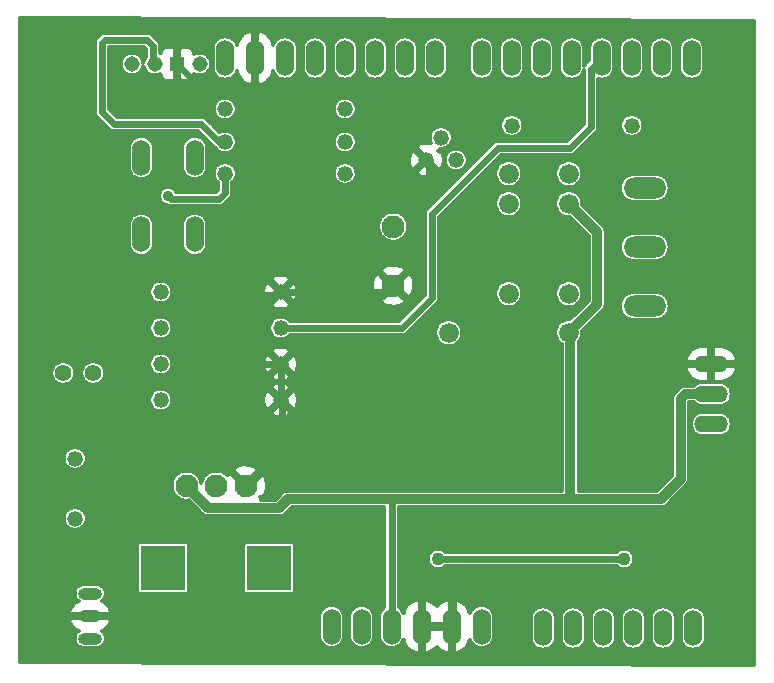
<source format=gbr>
%TF.GenerationSoftware,KiCad,Pcbnew,5.1.9-73d0e3b20d~88~ubuntu20.04.1*%
%TF.CreationDate,2021-04-10T10:54:25+05:30*%
%TF.ProjectId,shield-V1p2,73686965-6c64-42d5-9631-70322e6b6963,rev?*%
%TF.SameCoordinates,Original*%
%TF.FileFunction,Copper,L2,Bot*%
%TF.FilePolarity,Positive*%
%FSLAX46Y46*%
G04 Gerber Fmt 4.6, Leading zero omitted, Abs format (unit mm)*
G04 Created by KiCad (PCBNEW 5.1.9-73d0e3b20d~88~ubuntu20.04.1) date 2021-04-10 10:54:25*
%MOMM*%
%LPD*%
G01*
G04 APERTURE LIST*
%TA.AperFunction,ComponentPad*%
%ADD10O,1.524000X3.048000*%
%TD*%
%TA.AperFunction,ComponentPad*%
%ADD11C,1.320800*%
%TD*%
%TA.AperFunction,ComponentPad*%
%ADD12C,1.308000*%
%TD*%
%TA.AperFunction,ComponentPad*%
%ADD13R,1.308000X1.308000*%
%TD*%
%TA.AperFunction,ComponentPad*%
%ADD14R,3.810000X3.810000*%
%TD*%
%TA.AperFunction,ComponentPad*%
%ADD15C,1.930400*%
%TD*%
%TA.AperFunction,ComponentPad*%
%ADD16O,2.016000X1.008000*%
%TD*%
%TA.AperFunction,ComponentPad*%
%ADD17C,1.676400*%
%TD*%
%TA.AperFunction,ComponentPad*%
%ADD18C,1.400000*%
%TD*%
%TA.AperFunction,ComponentPad*%
%ADD19O,3.581400X1.790700*%
%TD*%
%TA.AperFunction,ComponentPad*%
%ADD20O,2.844800X1.422400*%
%TD*%
%TA.AperFunction,ViaPad*%
%ADD21C,1.104800*%
%TD*%
%TA.AperFunction,ViaPad*%
%ADD22C,0.904800*%
%TD*%
%TA.AperFunction,Conductor*%
%ADD23C,0.609600*%
%TD*%
%TA.AperFunction,Conductor*%
%ADD24C,0.254000*%
%TD*%
%TA.AperFunction,Conductor*%
%ADD25C,0.406400*%
%TD*%
%TA.AperFunction,Conductor*%
%ADD26C,0.812800*%
%TD*%
%TA.AperFunction,Conductor*%
%ADD27C,0.250000*%
%TD*%
%TA.AperFunction,Conductor*%
%ADD28C,0.304800*%
%TD*%
%TA.AperFunction,Conductor*%
%ADD29C,0.100000*%
%TD*%
G04 APERTURE END LIST*
D10*
%TO.P,JP1,8*%
%TO.N,Net-(JP1-Pad8)*%
X134785100Y-81000600D03*
%TO.P,JP1,7*%
%TO.N,GND*%
X137325100Y-81000600D03*
%TO.P,JP1,6*%
%TO.N,/IR1.1*%
X139865100Y-81000600D03*
%TO.P,JP1,5*%
%TO.N,Net-(BUTTON1-Pad1)*%
X142405100Y-81000600D03*
%TO.P,JP1,4*%
%TO.N,Net-(JP1-Pad4)*%
X144945100Y-81000600D03*
%TO.P,JP1,3*%
%TO.N,Net-(JP1-Pad3)*%
X147485100Y-81000600D03*
%TO.P,JP1,2*%
%TO.N,Net-(JP1-Pad2)*%
X150025100Y-81000600D03*
%TO.P,JP1,1*%
%TO.N,/IR1.2*%
X152565100Y-81000600D03*
%TD*%
%TO.P,JP2,8*%
%TO.N,/IR2.1*%
X156502100Y-81000600D03*
%TO.P,JP2,7*%
%TO.N,/IR2.2*%
X159042100Y-81000600D03*
%TO.P,JP2,6*%
%TO.N,Net-(JP2-Pad6)*%
X161582100Y-81000600D03*
%TO.P,JP2,5*%
%TO.N,Net-(JP2-Pad5)*%
X164122100Y-81000600D03*
%TO.P,JP2,4*%
%TO.N,Net-(JP2-Pad4)*%
X166662100Y-81000600D03*
%TO.P,JP2,3*%
%TO.N,Net-(JP2-Pad3)*%
X169202100Y-81000600D03*
%TO.P,JP2,2*%
%TO.N,Net-(JP2-Pad2)*%
X171742100Y-81000600D03*
%TO.P,JP2,1*%
%TO.N,Net-(JP2-Pad1)*%
X174282100Y-81000600D03*
%TD*%
%TO.P,JP3,6*%
%TO.N,Net-(JP3-Pad6)*%
X143802100Y-129133600D03*
%TO.P,JP3,5*%
%TO.N,+3V3*%
X146342100Y-129133600D03*
%TO.P,JP3,4*%
%TO.N,+5V*%
X148882100Y-129133600D03*
%TO.P,JP3,3*%
%TO.N,GND*%
X151422100Y-129133600D03*
%TO.P,JP3,2*%
X153962100Y-129133600D03*
%TO.P,JP3,1*%
%TO.N,V+*%
X156502100Y-129133600D03*
%TD*%
%TO.P,JP4,6*%
%TO.N,Net-(JP4-Pad6)*%
X161709100Y-129260600D03*
%TO.P,JP4,5*%
%TO.N,Net-(JP4-Pad5)*%
X164249100Y-129260600D03*
%TO.P,JP4,4*%
%TO.N,Net-(JP4-Pad4)*%
X166789100Y-129260600D03*
%TO.P,JP4,3*%
%TO.N,Net-(HALL1-PadOUT)*%
X169329100Y-129260600D03*
%TO.P,JP4,2*%
%TO.N,Net-(JP4-Pad2)*%
X171869100Y-129260600D03*
%TO.P,JP4,1*%
%TO.N,Net-(JP4-Pad1)*%
X174409100Y-129260600D03*
%TD*%
%TO.P,BUTTON1,4*%
%TO.N,+5V*%
X127698500Y-95935800D03*
%TO.P,BUTTON1,2*%
%TO.N,Net-(BUTTON1-Pad1)*%
X132219700Y-95935800D03*
%TO.P,BUTTON1,3*%
%TO.N,+5V*%
X127698500Y-89433400D03*
%TO.P,BUTTON1,1*%
%TO.N,Net-(BUTTON1-Pad1)*%
X132219700Y-89433400D03*
%TD*%
D11*
%TO.P,R6,2*%
%TO.N,Net-(BUTTON1-Pad1)*%
X129324100Y-100812600D03*
%TO.P,R6,1*%
%TO.N,GND*%
X139484100Y-100812600D03*
%TD*%
D12*
%TO.P,RGB1,4*%
%TO.N,Net-(R3-Pad1)*%
X126911100Y-81508600D03*
%TO.P,RGB1,1*%
%TO.N,Net-(R1-Pad1)*%
X132626100Y-81508600D03*
D13*
%TO.P,RGB1,2*%
%TO.N,GND*%
X130721100Y-81508600D03*
D12*
%TO.P,RGB1,3*%
%TO.N,Net-(R2-Pad1)*%
X128816100Y-81508600D03*
%TD*%
D11*
%TO.P,R1,2*%
%TO.N,Net-(JP1-Pad4)*%
X144945100Y-85318600D03*
%TO.P,R1,1*%
%TO.N,Net-(R1-Pad1)*%
X134785100Y-85318600D03*
%TD*%
%TO.P,R2,2*%
%TO.N,Net-(JP1-Pad3)*%
X144945100Y-88112600D03*
%TO.P,R2,1*%
%TO.N,Net-(R2-Pad1)*%
X134785100Y-88112600D03*
%TD*%
%TO.P,R3,2*%
%TO.N,Net-(JP1-Pad2)*%
X144945100Y-90779600D03*
%TO.P,R3,1*%
%TO.N,Net-(R3-Pad1)*%
X134785100Y-90779600D03*
%TD*%
D14*
%TO.P,POT1,P$5*%
%TO.N,N/C*%
X129523100Y-124195600D03*
%TO.P,POT1,P$4*%
X138523100Y-124195600D03*
D15*
%TO.P,POT1,1*%
%TO.N,GND*%
X136523100Y-117195600D03*
%TO.P,POT1,3*%
%TO.N,+5V*%
X131523100Y-117195600D03*
%TO.P,POT1,2*%
%TO.N,Net-(JP4-Pad4)*%
X134023100Y-117195600D03*
%TD*%
D16*
%TO.P,HALL1,V+*%
%TO.N,+5V*%
X123355100Y-130149600D03*
%TO.P,HALL1,OUT*%
%TO.N,Net-(HALL1-PadOUT)*%
X123355100Y-126339600D03*
%TO.P,HALL1,V-*%
%TO.N,GND*%
X123355100Y-128244600D03*
%TD*%
D17*
%TO.P,RELAY1,3*%
%TO.N,Net-(RELAY1-Pad3)*%
X163868100Y-100939600D03*
%TO.P,RELAY1,4*%
X158788100Y-100939600D03*
%TO.P,RELAY1,2*%
%TO.N,+5V*%
X163868100Y-93319600D03*
%TO.P,RELAY1,5*%
%TO.N,Net-(D1-PadA)*%
X158788100Y-93319600D03*
%TO.P,RELAY1,6*%
%TO.N,Net-(RELAY1-Pad6)*%
X158788100Y-90779600D03*
%TO.P,RELAY1,1*%
%TO.N,Net-(RELAY1-Pad1)*%
X163868100Y-90779600D03*
%TD*%
D11*
%TO.P,THERM1,2*%
%TO.N,Net-(JP4-Pad2)*%
X122085100Y-114909600D03*
%TO.P,THERM1,1*%
%TO.N,+5V*%
X122085100Y-119989600D03*
%TD*%
%TO.P,R7,2*%
%TO.N,GND*%
X139484100Y-109956600D03*
%TO.P,R7,1*%
%TO.N,Net-(JP4-Pad2)*%
X129324100Y-109956600D03*
%TD*%
D18*
%TO.P,PHOTO1,2*%
%TO.N,Net-(JP4-Pad1)*%
X123609100Y-107670600D03*
%TO.P,PHOTO1,1*%
%TO.N,+5V*%
X121069100Y-107670600D03*
%TD*%
D11*
%TO.P,R8,2*%
%TO.N,GND*%
X139484100Y-106908600D03*
%TO.P,R8,1*%
%TO.N,Net-(JP4-Pad1)*%
X129324100Y-106908600D03*
%TD*%
%TO.P,T1,3*%
%TO.N,GND*%
X151803100Y-89636600D03*
%TO.P,T1,2*%
%TO.N,Net-(R9-Pad2)*%
X153073100Y-87731600D03*
%TO.P,T1,1*%
%TO.N,Net-(D1-PadA)*%
X154343100Y-89636600D03*
%TD*%
D17*
%TO.P,D1,C*%
%TO.N,+5V*%
X163868100Y-104241600D03*
%TO.P,D1,A*%
%TO.N,Net-(D1-PadA)*%
X153708100Y-104241600D03*
%TD*%
D19*
%TO.P,X1,3*%
%TO.N,Net-(RELAY1-Pad1)*%
X170325100Y-102002600D03*
%TO.P,X1,2*%
%TO.N,Net-(RELAY1-Pad3)*%
X170325100Y-97002600D03*
%TO.P,X1,1*%
%TO.N,Net-(RELAY1-Pad6)*%
X170325100Y-92002600D03*
%TD*%
D11*
%TO.P,R9,2*%
%TO.N,Net-(R9-Pad2)*%
X159042100Y-86715600D03*
%TO.P,R9,1*%
%TO.N,Net-(JP2-Pad3)*%
X169202100Y-86715600D03*
%TD*%
%TO.P,R10,2*%
%TO.N,Net-(JP2-Pad4)*%
X139484100Y-103860600D03*
%TO.P,R10,1*%
%TO.N,Net-(PIEZO1-Pad1)*%
X129324100Y-103860600D03*
%TD*%
D15*
%TO.P,PIEZO1,2*%
%TO.N,GND*%
X149009100Y-100264600D03*
%TO.P,PIEZO1,1*%
%TO.N,Net-(PIEZO1-Pad1)*%
X149009100Y-95264600D03*
%TD*%
D20*
%TO.P,SERVO1,3*%
%TO.N,GND*%
X175933100Y-106908600D03*
%TO.P,SERVO1,2*%
%TO.N,+5V*%
X175933100Y-109448600D03*
%TO.P,SERVO1,1*%
%TO.N,Net-(JP2-Pad6)*%
X175933100Y-111988600D03*
%TD*%
D21*
%TO.N,GND*%
X175933100Y-121132600D03*
D22*
X142913100Y-120116600D03*
%TO.N,Net-(R3-Pad1)*%
X129959100Y-92684600D03*
D21*
%TO.N,Net-(HALL1-PadOUT)*%
X152819100Y-123418600D03*
X168567100Y-123418600D03*
%TD*%
D23*
%TO.N,GND*%
X149009100Y-100264600D02*
X148461100Y-100812600D01*
X148461100Y-100812600D02*
X139484100Y-100812600D01*
X151422100Y-129133600D02*
X153962100Y-129133600D01*
D24*
X153962100Y-129133600D02*
X154089100Y-129006600D01*
D23*
X154089100Y-129006600D02*
X154089100Y-126974600D01*
X154089100Y-126974600D02*
X155105100Y-125958600D01*
X155105100Y-125958600D02*
X174917100Y-125958600D01*
X174917100Y-125958600D02*
X176087100Y-124788600D01*
X151803100Y-89636600D02*
X152057100Y-89890600D01*
X152057100Y-89890600D02*
X152057100Y-92176600D01*
X152057100Y-92176600D02*
X151041100Y-93192600D01*
X151041100Y-93192600D02*
X139611100Y-93192600D01*
X139611100Y-93192600D02*
X137325100Y-90906600D01*
X137325100Y-90906600D02*
X137325100Y-83540600D01*
X137325100Y-83540600D02*
X137325100Y-81000600D01*
X139484100Y-100812600D02*
X139357100Y-100812600D01*
X139357100Y-100812600D02*
X139103100Y-101066600D01*
X139103100Y-101066600D02*
X135547100Y-101066600D01*
X135547100Y-101066600D02*
X135039100Y-101574600D01*
X135039100Y-101574600D02*
X135039100Y-106400600D01*
X135039100Y-106400600D02*
X135547100Y-106908600D01*
X135547100Y-106908600D02*
X139484100Y-106908600D01*
X130721100Y-81508600D02*
X132753100Y-83540600D01*
X132753100Y-83540600D02*
X137325100Y-83540600D01*
D25*
X175933100Y-121132600D02*
X176087100Y-121286600D01*
D23*
X176087100Y-121286600D02*
X176087100Y-124788600D01*
X139484100Y-106908600D02*
X139484100Y-109956600D01*
X139484100Y-109956600D02*
X139611100Y-110083600D01*
X139611100Y-110083600D02*
X139611100Y-114274600D01*
X139611100Y-114274600D02*
X136690100Y-117195600D01*
X136690100Y-117195600D02*
X136523100Y-117195600D01*
X123355100Y-128244600D02*
X139865100Y-128244600D01*
X139865100Y-128244600D02*
X142913100Y-125196600D01*
X142913100Y-125196600D02*
X142913100Y-120116600D01*
D26*
%TO.N,+5V*%
X163868100Y-104241600D02*
X166281100Y-101828600D01*
X166281100Y-101828600D02*
X166281100Y-95732600D01*
X166281100Y-95732600D02*
X163868100Y-93319600D01*
D23*
X163995100Y-104368600D02*
X163868100Y-104241600D01*
D26*
X163995100Y-118338600D02*
X163995100Y-104368600D01*
D23*
X131523100Y-117195600D02*
X131483100Y-117235600D01*
D26*
X140119100Y-118338600D02*
X149009100Y-118338600D01*
X149009100Y-118338600D02*
X163995100Y-118338600D01*
D23*
X148882100Y-118465600D02*
X148882100Y-129133600D01*
D26*
X149009100Y-118338600D02*
X148882100Y-118465600D01*
X131483100Y-117235600D02*
X133348100Y-119100600D01*
X133348100Y-119100600D02*
X139357100Y-119100600D01*
X139357100Y-119100600D02*
X140119100Y-118338600D01*
D27*
X175933100Y-109448600D02*
X175031400Y-109448600D01*
D26*
X173355000Y-116662200D02*
X171678600Y-118338600D01*
X173355000Y-109855000D02*
X173355000Y-116662200D01*
X173761400Y-109448600D02*
X173355000Y-109855000D01*
X175933100Y-109448600D02*
X173761400Y-109448600D01*
X163995100Y-118338600D02*
X171678600Y-118338600D01*
D23*
%TO.N,Net-(JP2-Pad4)*%
X139484100Y-103860600D02*
X149771100Y-103860600D01*
X149771100Y-103860600D02*
X152311100Y-101320600D01*
X152311100Y-101320600D02*
X152311100Y-94208600D01*
X152311100Y-94208600D02*
X157899100Y-88620600D01*
X157899100Y-88620600D02*
X163995100Y-88620600D01*
X166662100Y-81000600D02*
X165773100Y-81889600D01*
X165773100Y-81889600D02*
X165773100Y-86842600D01*
X165773100Y-86842600D02*
X163995100Y-88620600D01*
%TO.N,Net-(R3-Pad1)*%
X129959100Y-92684600D02*
X130213100Y-92938600D01*
X130213100Y-92938600D02*
X134277100Y-92938600D01*
X134277100Y-92938600D02*
X134785100Y-92430600D01*
X134785100Y-92430600D02*
X134785100Y-90779600D01*
%TO.N,Net-(R2-Pad1)*%
X128816100Y-81508600D02*
X128689100Y-81381600D01*
X128689100Y-81381600D02*
X128689100Y-79984600D01*
X128689100Y-79984600D02*
X128181100Y-79476600D01*
X128181100Y-79476600D02*
X124625100Y-79476600D01*
X124625100Y-79476600D02*
X124371100Y-79730600D01*
X124371100Y-79730600D02*
X124371100Y-85572600D01*
X124371100Y-85572600D02*
X125387100Y-86588600D01*
X125387100Y-86588600D02*
X132753100Y-86588600D01*
X132753100Y-86588600D02*
X134277100Y-88112600D01*
X134277100Y-88112600D02*
X134785100Y-88112600D01*
%TO.N,Net-(HALL1-PadOUT)*%
X152819100Y-123418600D02*
X168567100Y-123418600D01*
%TD*%
D28*
%TO.N,GND*%
X179565700Y-77875280D02*
X179565699Y-132384476D01*
X117436501Y-132131920D01*
X117436501Y-128623805D01*
X121590918Y-128623805D01*
X121658329Y-128828228D01*
X121795108Y-129049712D01*
X121972468Y-129240256D01*
X122183593Y-129392537D01*
X122385998Y-129485002D01*
X122276425Y-129574925D01*
X122175354Y-129698081D01*
X122100251Y-129838588D01*
X122054003Y-129991048D01*
X122038387Y-130149600D01*
X122054003Y-130308152D01*
X122100251Y-130460612D01*
X122175354Y-130601119D01*
X122276425Y-130724275D01*
X122399581Y-130825346D01*
X122540088Y-130900449D01*
X122692548Y-130946697D01*
X122811371Y-130958400D01*
X123898829Y-130958400D01*
X124017652Y-130946697D01*
X124170112Y-130900449D01*
X124310619Y-130825346D01*
X124433775Y-130724275D01*
X124534846Y-130601119D01*
X124609949Y-130460612D01*
X124656197Y-130308152D01*
X124671813Y-130149600D01*
X124656197Y-129991048D01*
X124609949Y-129838588D01*
X124534846Y-129698081D01*
X124433775Y-129574925D01*
X124324202Y-129485002D01*
X124526607Y-129392537D01*
X124737732Y-129240256D01*
X124915092Y-129049712D01*
X125051871Y-128828228D01*
X125119282Y-128623805D01*
X124957871Y-128422000D01*
X123532500Y-128422000D01*
X123532500Y-128442000D01*
X123177700Y-128442000D01*
X123177700Y-128422000D01*
X121752329Y-128422000D01*
X121590918Y-128623805D01*
X117436501Y-128623805D01*
X117436501Y-128319198D01*
X142735300Y-128319198D01*
X142735300Y-129948001D01*
X142750736Y-130104728D01*
X142811737Y-130305821D01*
X142910797Y-130491150D01*
X143044109Y-130653591D01*
X143206550Y-130786903D01*
X143391878Y-130885963D01*
X143592971Y-130946964D01*
X143802100Y-130967561D01*
X144011228Y-130946964D01*
X144212321Y-130885963D01*
X144397650Y-130786903D01*
X144560091Y-130653591D01*
X144693403Y-130491150D01*
X144792463Y-130305822D01*
X144853464Y-130104729D01*
X144868900Y-129948002D01*
X144868900Y-128319198D01*
X145275300Y-128319198D01*
X145275300Y-129948001D01*
X145290736Y-130104728D01*
X145351737Y-130305821D01*
X145450797Y-130491150D01*
X145584109Y-130653591D01*
X145746550Y-130786903D01*
X145931878Y-130885963D01*
X146132971Y-130946964D01*
X146342100Y-130967561D01*
X146551228Y-130946964D01*
X146752321Y-130885963D01*
X146937650Y-130786903D01*
X147100091Y-130653591D01*
X147233403Y-130491150D01*
X147332463Y-130305822D01*
X147393464Y-130104729D01*
X147408900Y-129948002D01*
X147408900Y-128319198D01*
X147393464Y-128162471D01*
X147332463Y-127961378D01*
X147233403Y-127776050D01*
X147100091Y-127613609D01*
X146937650Y-127480297D01*
X146752322Y-127381237D01*
X146551229Y-127320236D01*
X146342100Y-127299639D01*
X146132972Y-127320236D01*
X145931879Y-127381237D01*
X145746551Y-127480297D01*
X145584110Y-127613609D01*
X145450798Y-127776050D01*
X145351738Y-127961378D01*
X145290736Y-128162471D01*
X145275300Y-128319198D01*
X144868900Y-128319198D01*
X144853464Y-128162471D01*
X144792463Y-127961378D01*
X144693403Y-127776050D01*
X144560091Y-127613609D01*
X144397650Y-127480297D01*
X144212322Y-127381237D01*
X144011229Y-127320236D01*
X143802100Y-127299639D01*
X143592972Y-127320236D01*
X143391879Y-127381237D01*
X143206551Y-127480297D01*
X143044110Y-127613609D01*
X142910798Y-127776050D01*
X142811738Y-127961378D01*
X142750736Y-128162471D01*
X142735300Y-128319198D01*
X117436501Y-128319198D01*
X117436501Y-127865395D01*
X121590918Y-127865395D01*
X121752329Y-128067200D01*
X123177700Y-128067200D01*
X123177700Y-128047200D01*
X123532500Y-128047200D01*
X123532500Y-128067200D01*
X124957871Y-128067200D01*
X125119282Y-127865395D01*
X125051871Y-127660972D01*
X124915092Y-127439488D01*
X124737732Y-127248944D01*
X124526607Y-127096663D01*
X124324202Y-127004198D01*
X124433775Y-126914275D01*
X124534846Y-126791119D01*
X124609949Y-126650612D01*
X124656197Y-126498152D01*
X124671813Y-126339600D01*
X124656197Y-126181048D01*
X124609949Y-126028588D01*
X124534846Y-125888081D01*
X124433775Y-125764925D01*
X124310619Y-125663854D01*
X124170112Y-125588751D01*
X124017652Y-125542503D01*
X123898829Y-125530800D01*
X122811371Y-125530800D01*
X122692548Y-125542503D01*
X122540088Y-125588751D01*
X122399581Y-125663854D01*
X122276425Y-125764925D01*
X122175354Y-125888081D01*
X122100251Y-126028588D01*
X122054003Y-126181048D01*
X122038387Y-126339600D01*
X122054003Y-126498152D01*
X122100251Y-126650612D01*
X122175354Y-126791119D01*
X122276425Y-126914275D01*
X122385998Y-127004198D01*
X122183593Y-127096663D01*
X121972468Y-127248944D01*
X121795108Y-127439488D01*
X121658329Y-127660972D01*
X121590918Y-127865395D01*
X117436501Y-127865395D01*
X117436501Y-122290600D01*
X127311826Y-122290600D01*
X127311826Y-126100600D01*
X127317711Y-126160351D01*
X127335140Y-126217806D01*
X127363442Y-126270757D01*
X127401532Y-126317168D01*
X127447943Y-126355258D01*
X127500894Y-126383560D01*
X127558349Y-126400989D01*
X127618100Y-126406874D01*
X131428100Y-126406874D01*
X131487851Y-126400989D01*
X131545306Y-126383560D01*
X131598257Y-126355258D01*
X131644668Y-126317168D01*
X131682758Y-126270757D01*
X131711060Y-126217806D01*
X131728489Y-126160351D01*
X131734374Y-126100600D01*
X131734374Y-122290600D01*
X136311826Y-122290600D01*
X136311826Y-126100600D01*
X136317711Y-126160351D01*
X136335140Y-126217806D01*
X136363442Y-126270757D01*
X136401532Y-126317168D01*
X136447943Y-126355258D01*
X136500894Y-126383560D01*
X136558349Y-126400989D01*
X136618100Y-126406874D01*
X140428100Y-126406874D01*
X140487851Y-126400989D01*
X140545306Y-126383560D01*
X140598257Y-126355258D01*
X140644668Y-126317168D01*
X140682758Y-126270757D01*
X140711060Y-126217806D01*
X140728489Y-126160351D01*
X140734374Y-126100600D01*
X140734374Y-122290600D01*
X140728489Y-122230849D01*
X140711060Y-122173394D01*
X140682758Y-122120443D01*
X140644668Y-122074032D01*
X140598257Y-122035942D01*
X140545306Y-122007640D01*
X140487851Y-121990211D01*
X140428100Y-121984326D01*
X136618100Y-121984326D01*
X136558349Y-121990211D01*
X136500894Y-122007640D01*
X136447943Y-122035942D01*
X136401532Y-122074032D01*
X136363442Y-122120443D01*
X136335140Y-122173394D01*
X136317711Y-122230849D01*
X136311826Y-122290600D01*
X131734374Y-122290600D01*
X131728489Y-122230849D01*
X131711060Y-122173394D01*
X131682758Y-122120443D01*
X131644668Y-122074032D01*
X131598257Y-122035942D01*
X131545306Y-122007640D01*
X131487851Y-121990211D01*
X131428100Y-121984326D01*
X127618100Y-121984326D01*
X127558349Y-121990211D01*
X127500894Y-122007640D01*
X127447943Y-122035942D01*
X127401532Y-122074032D01*
X127363442Y-122120443D01*
X127335140Y-122173394D01*
X127317711Y-122230849D01*
X127311826Y-122290600D01*
X117436501Y-122290600D01*
X117436501Y-119894536D01*
X121119900Y-119894536D01*
X121119900Y-120084664D01*
X121156992Y-120271138D01*
X121229751Y-120446794D01*
X121335380Y-120604879D01*
X121469821Y-120739320D01*
X121627906Y-120844949D01*
X121803562Y-120917708D01*
X121990036Y-120954800D01*
X122180164Y-120954800D01*
X122366638Y-120917708D01*
X122542294Y-120844949D01*
X122700379Y-120739320D01*
X122834820Y-120604879D01*
X122940449Y-120446794D01*
X123013208Y-120271138D01*
X123050300Y-120084664D01*
X123050300Y-119894536D01*
X123013208Y-119708062D01*
X122940449Y-119532406D01*
X122834820Y-119374321D01*
X122700379Y-119239880D01*
X122542294Y-119134251D01*
X122366638Y-119061492D01*
X122180164Y-119024400D01*
X121990036Y-119024400D01*
X121803562Y-119061492D01*
X121627906Y-119134251D01*
X121469821Y-119239880D01*
X121335380Y-119374321D01*
X121229751Y-119532406D01*
X121156992Y-119708062D01*
X121119900Y-119894536D01*
X117436501Y-119894536D01*
X117436501Y-117070516D01*
X130253100Y-117070516D01*
X130253100Y-117320684D01*
X130301905Y-117566045D01*
X130397641Y-117797171D01*
X130536627Y-118005178D01*
X130713522Y-118182073D01*
X130921529Y-118321059D01*
X131152655Y-118416795D01*
X131398016Y-118465600D01*
X131648184Y-118465600D01*
X131697502Y-118455790D01*
X132820507Y-119578796D01*
X132842773Y-119605927D01*
X132869904Y-119628193D01*
X132869908Y-119628197D01*
X132951067Y-119694802D01*
X133074619Y-119760842D01*
X133208680Y-119801509D01*
X133313164Y-119811800D01*
X133313173Y-119811800D01*
X133348099Y-119815240D01*
X133383025Y-119811800D01*
X139322174Y-119811800D01*
X139357100Y-119815240D01*
X139392026Y-119811800D01*
X139392036Y-119811800D01*
X139496520Y-119801509D01*
X139630581Y-119760842D01*
X139754133Y-119694802D01*
X139862427Y-119605927D01*
X139884701Y-119578786D01*
X140413688Y-119049800D01*
X148272500Y-119049800D01*
X148272501Y-127491828D01*
X148124110Y-127613609D01*
X147990798Y-127776050D01*
X147891738Y-127961378D01*
X147830736Y-128162471D01*
X147815300Y-128319198D01*
X147815300Y-129948001D01*
X147830736Y-130104728D01*
X147891737Y-130305821D01*
X147990797Y-130491150D01*
X148124109Y-130653591D01*
X148286550Y-130786903D01*
X148471878Y-130885963D01*
X148672971Y-130946964D01*
X148882100Y-130967561D01*
X149091228Y-130946964D01*
X149292321Y-130885963D01*
X149477650Y-130786903D01*
X149640091Y-130653591D01*
X149773403Y-130491150D01*
X149872463Y-130305822D01*
X149887346Y-130256761D01*
X149912953Y-130376663D01*
X150035802Y-130661839D01*
X150211925Y-130917569D01*
X150434554Y-131134026D01*
X150695134Y-131302891D01*
X151002225Y-131412564D01*
X151244700Y-131255074D01*
X151244700Y-129311000D01*
X151599500Y-129311000D01*
X151599500Y-131255074D01*
X151841975Y-131412564D01*
X152149066Y-131302891D01*
X152409646Y-131134026D01*
X152632275Y-130917569D01*
X152692100Y-130830703D01*
X152751925Y-130917569D01*
X152974554Y-131134026D01*
X153235134Y-131302891D01*
X153542225Y-131412564D01*
X153784700Y-131255074D01*
X153784700Y-129311000D01*
X151599500Y-129311000D01*
X151244700Y-129311000D01*
X151224700Y-129311000D01*
X151224700Y-128956200D01*
X151244700Y-128956200D01*
X151244700Y-127012126D01*
X151599500Y-127012126D01*
X151599500Y-128956200D01*
X153784700Y-128956200D01*
X153784700Y-127012126D01*
X154139500Y-127012126D01*
X154139500Y-128956200D01*
X154159500Y-128956200D01*
X154159500Y-129311000D01*
X154139500Y-129311000D01*
X154139500Y-131255074D01*
X154381975Y-131412564D01*
X154689066Y-131302891D01*
X154949646Y-131134026D01*
X155172275Y-130917569D01*
X155348398Y-130661839D01*
X155471247Y-130376663D01*
X155496855Y-130256761D01*
X155511737Y-130305821D01*
X155610797Y-130491150D01*
X155744109Y-130653591D01*
X155906550Y-130786903D01*
X156091878Y-130885963D01*
X156292971Y-130946964D01*
X156502100Y-130967561D01*
X156711228Y-130946964D01*
X156912321Y-130885963D01*
X157097650Y-130786903D01*
X157260091Y-130653591D01*
X157393403Y-130491150D01*
X157492463Y-130305822D01*
X157553464Y-130104729D01*
X157568900Y-129948002D01*
X157568900Y-128446198D01*
X160642300Y-128446198D01*
X160642300Y-130075001D01*
X160657736Y-130231728D01*
X160718737Y-130432821D01*
X160817797Y-130618150D01*
X160951109Y-130780591D01*
X161113550Y-130913903D01*
X161298878Y-131012963D01*
X161499971Y-131073964D01*
X161709100Y-131094561D01*
X161918228Y-131073964D01*
X162119321Y-131012963D01*
X162304650Y-130913903D01*
X162467091Y-130780591D01*
X162600403Y-130618150D01*
X162699463Y-130432822D01*
X162760464Y-130231729D01*
X162775900Y-130075002D01*
X162775900Y-128446198D01*
X163182300Y-128446198D01*
X163182300Y-130075001D01*
X163197736Y-130231728D01*
X163258737Y-130432821D01*
X163357797Y-130618150D01*
X163491109Y-130780591D01*
X163653550Y-130913903D01*
X163838878Y-131012963D01*
X164039971Y-131073964D01*
X164249100Y-131094561D01*
X164458228Y-131073964D01*
X164659321Y-131012963D01*
X164844650Y-130913903D01*
X165007091Y-130780591D01*
X165140403Y-130618150D01*
X165239463Y-130432822D01*
X165300464Y-130231729D01*
X165315900Y-130075002D01*
X165315900Y-128446198D01*
X165722300Y-128446198D01*
X165722300Y-130075001D01*
X165737736Y-130231728D01*
X165798737Y-130432821D01*
X165897797Y-130618150D01*
X166031109Y-130780591D01*
X166193550Y-130913903D01*
X166378878Y-131012963D01*
X166579971Y-131073964D01*
X166789100Y-131094561D01*
X166998228Y-131073964D01*
X167199321Y-131012963D01*
X167384650Y-130913903D01*
X167547091Y-130780591D01*
X167680403Y-130618150D01*
X167779463Y-130432822D01*
X167840464Y-130231729D01*
X167855900Y-130075002D01*
X167855900Y-128446198D01*
X168262300Y-128446198D01*
X168262300Y-130075001D01*
X168277736Y-130231728D01*
X168338737Y-130432821D01*
X168437797Y-130618150D01*
X168571109Y-130780591D01*
X168733550Y-130913903D01*
X168918878Y-131012963D01*
X169119971Y-131073964D01*
X169329100Y-131094561D01*
X169538228Y-131073964D01*
X169739321Y-131012963D01*
X169924650Y-130913903D01*
X170087091Y-130780591D01*
X170220403Y-130618150D01*
X170319463Y-130432822D01*
X170380464Y-130231729D01*
X170395900Y-130075002D01*
X170395900Y-128446198D01*
X170802300Y-128446198D01*
X170802300Y-130075001D01*
X170817736Y-130231728D01*
X170878737Y-130432821D01*
X170977797Y-130618150D01*
X171111109Y-130780591D01*
X171273550Y-130913903D01*
X171458878Y-131012963D01*
X171659971Y-131073964D01*
X171869100Y-131094561D01*
X172078228Y-131073964D01*
X172279321Y-131012963D01*
X172464650Y-130913903D01*
X172627091Y-130780591D01*
X172760403Y-130618150D01*
X172859463Y-130432822D01*
X172920464Y-130231729D01*
X172935900Y-130075002D01*
X172935900Y-128446198D01*
X173342300Y-128446198D01*
X173342300Y-130075001D01*
X173357736Y-130231728D01*
X173418737Y-130432821D01*
X173517797Y-130618150D01*
X173651109Y-130780591D01*
X173813550Y-130913903D01*
X173998878Y-131012963D01*
X174199971Y-131073964D01*
X174409100Y-131094561D01*
X174618228Y-131073964D01*
X174819321Y-131012963D01*
X175004650Y-130913903D01*
X175167091Y-130780591D01*
X175300403Y-130618150D01*
X175399463Y-130432822D01*
X175460464Y-130231729D01*
X175475900Y-130075002D01*
X175475900Y-128446198D01*
X175460464Y-128289471D01*
X175399463Y-128088378D01*
X175300403Y-127903050D01*
X175167091Y-127740609D01*
X175004650Y-127607297D01*
X174819322Y-127508237D01*
X174618229Y-127447236D01*
X174409100Y-127426639D01*
X174199972Y-127447236D01*
X173998879Y-127508237D01*
X173813551Y-127607297D01*
X173651110Y-127740609D01*
X173517798Y-127903050D01*
X173418738Y-128088378D01*
X173357736Y-128289471D01*
X173342300Y-128446198D01*
X172935900Y-128446198D01*
X172920464Y-128289471D01*
X172859463Y-128088378D01*
X172760403Y-127903050D01*
X172627091Y-127740609D01*
X172464650Y-127607297D01*
X172279322Y-127508237D01*
X172078229Y-127447236D01*
X171869100Y-127426639D01*
X171659972Y-127447236D01*
X171458879Y-127508237D01*
X171273551Y-127607297D01*
X171111110Y-127740609D01*
X170977798Y-127903050D01*
X170878738Y-128088378D01*
X170817736Y-128289471D01*
X170802300Y-128446198D01*
X170395900Y-128446198D01*
X170380464Y-128289471D01*
X170319463Y-128088378D01*
X170220403Y-127903050D01*
X170087091Y-127740609D01*
X169924650Y-127607297D01*
X169739322Y-127508237D01*
X169538229Y-127447236D01*
X169329100Y-127426639D01*
X169119972Y-127447236D01*
X168918879Y-127508237D01*
X168733551Y-127607297D01*
X168571110Y-127740609D01*
X168437798Y-127903050D01*
X168338738Y-128088378D01*
X168277736Y-128289471D01*
X168262300Y-128446198D01*
X167855900Y-128446198D01*
X167840464Y-128289471D01*
X167779463Y-128088378D01*
X167680403Y-127903050D01*
X167547091Y-127740609D01*
X167384650Y-127607297D01*
X167199322Y-127508237D01*
X166998229Y-127447236D01*
X166789100Y-127426639D01*
X166579972Y-127447236D01*
X166378879Y-127508237D01*
X166193551Y-127607297D01*
X166031110Y-127740609D01*
X165897798Y-127903050D01*
X165798738Y-128088378D01*
X165737736Y-128289471D01*
X165722300Y-128446198D01*
X165315900Y-128446198D01*
X165300464Y-128289471D01*
X165239463Y-128088378D01*
X165140403Y-127903050D01*
X165007091Y-127740609D01*
X164844650Y-127607297D01*
X164659322Y-127508237D01*
X164458229Y-127447236D01*
X164249100Y-127426639D01*
X164039972Y-127447236D01*
X163838879Y-127508237D01*
X163653551Y-127607297D01*
X163491110Y-127740609D01*
X163357798Y-127903050D01*
X163258738Y-128088378D01*
X163197736Y-128289471D01*
X163182300Y-128446198D01*
X162775900Y-128446198D01*
X162760464Y-128289471D01*
X162699463Y-128088378D01*
X162600403Y-127903050D01*
X162467091Y-127740609D01*
X162304650Y-127607297D01*
X162119322Y-127508237D01*
X161918229Y-127447236D01*
X161709100Y-127426639D01*
X161499972Y-127447236D01*
X161298879Y-127508237D01*
X161113551Y-127607297D01*
X160951110Y-127740609D01*
X160817798Y-127903050D01*
X160718738Y-128088378D01*
X160657736Y-128289471D01*
X160642300Y-128446198D01*
X157568900Y-128446198D01*
X157568900Y-128319198D01*
X157553464Y-128162471D01*
X157492463Y-127961378D01*
X157393403Y-127776050D01*
X157260091Y-127613609D01*
X157097650Y-127480297D01*
X156912322Y-127381237D01*
X156711229Y-127320236D01*
X156502100Y-127299639D01*
X156292972Y-127320236D01*
X156091879Y-127381237D01*
X155906551Y-127480297D01*
X155744110Y-127613609D01*
X155610798Y-127776050D01*
X155511738Y-127961378D01*
X155496855Y-128010441D01*
X155471247Y-127890537D01*
X155348398Y-127605361D01*
X155172275Y-127349631D01*
X154949646Y-127133174D01*
X154689066Y-126964309D01*
X154381975Y-126854636D01*
X154139500Y-127012126D01*
X153784700Y-127012126D01*
X153542225Y-126854636D01*
X153235134Y-126964309D01*
X152974554Y-127133174D01*
X152751925Y-127349631D01*
X152692100Y-127436497D01*
X152632275Y-127349631D01*
X152409646Y-127133174D01*
X152149066Y-126964309D01*
X151841975Y-126854636D01*
X151599500Y-127012126D01*
X151244700Y-127012126D01*
X151002225Y-126854636D01*
X150695134Y-126964309D01*
X150434554Y-127133174D01*
X150211925Y-127349631D01*
X150035802Y-127605361D01*
X149912953Y-127890537D01*
X149887346Y-128010439D01*
X149872463Y-127961378D01*
X149773403Y-127776050D01*
X149640091Y-127613609D01*
X149491700Y-127491828D01*
X149491700Y-123334173D01*
X151961900Y-123334173D01*
X151961900Y-123503027D01*
X151994841Y-123668636D01*
X152059459Y-123824637D01*
X152153269Y-123965033D01*
X152272667Y-124084431D01*
X152413063Y-124178241D01*
X152569064Y-124242859D01*
X152734673Y-124275800D01*
X152903527Y-124275800D01*
X153069136Y-124242859D01*
X153225137Y-124178241D01*
X153365533Y-124084431D01*
X153421764Y-124028200D01*
X167964436Y-124028200D01*
X168020667Y-124084431D01*
X168161063Y-124178241D01*
X168317064Y-124242859D01*
X168482673Y-124275800D01*
X168651527Y-124275800D01*
X168817136Y-124242859D01*
X168973137Y-124178241D01*
X169113533Y-124084431D01*
X169232931Y-123965033D01*
X169326741Y-123824637D01*
X169391359Y-123668636D01*
X169424300Y-123503027D01*
X169424300Y-123334173D01*
X169391359Y-123168564D01*
X169326741Y-123012563D01*
X169232931Y-122872167D01*
X169113533Y-122752769D01*
X168973137Y-122658959D01*
X168817136Y-122594341D01*
X168651527Y-122561400D01*
X168482673Y-122561400D01*
X168317064Y-122594341D01*
X168161063Y-122658959D01*
X168020667Y-122752769D01*
X167964436Y-122809000D01*
X153421764Y-122809000D01*
X153365533Y-122752769D01*
X153225137Y-122658959D01*
X153069136Y-122594341D01*
X152903527Y-122561400D01*
X152734673Y-122561400D01*
X152569064Y-122594341D01*
X152413063Y-122658959D01*
X152272667Y-122752769D01*
X152153269Y-122872167D01*
X152059459Y-123012563D01*
X151994841Y-123168564D01*
X151961900Y-123334173D01*
X149491700Y-123334173D01*
X149491700Y-119049800D01*
X163960164Y-119049800D01*
X163995100Y-119053241D01*
X164030036Y-119049800D01*
X171643674Y-119049800D01*
X171678600Y-119053240D01*
X171713526Y-119049800D01*
X171713536Y-119049800D01*
X171818020Y-119039509D01*
X171952081Y-118998842D01*
X172075633Y-118932802D01*
X172183927Y-118843927D01*
X172206202Y-118816786D01*
X173833196Y-117189793D01*
X173860327Y-117167527D01*
X173882593Y-117140396D01*
X173882598Y-117140391D01*
X173949202Y-117059233D01*
X174015242Y-116935682D01*
X174055909Y-116801620D01*
X174066200Y-116697136D01*
X174066200Y-116697129D01*
X174069640Y-116662200D01*
X174066200Y-116627272D01*
X174066200Y-111988600D01*
X174200985Y-111988600D01*
X174220602Y-112187771D01*
X174278698Y-112379287D01*
X174373040Y-112555790D01*
X174500004Y-112710496D01*
X174654710Y-112837460D01*
X174831213Y-112931802D01*
X175022729Y-112989898D01*
X175171998Y-113004600D01*
X176694202Y-113004600D01*
X176843471Y-112989898D01*
X177034987Y-112931802D01*
X177211490Y-112837460D01*
X177366196Y-112710496D01*
X177493160Y-112555790D01*
X177587502Y-112379287D01*
X177645598Y-112187771D01*
X177665215Y-111988600D01*
X177645598Y-111789429D01*
X177587502Y-111597913D01*
X177493160Y-111421410D01*
X177366196Y-111266704D01*
X177211490Y-111139740D01*
X177034987Y-111045398D01*
X176843471Y-110987302D01*
X176694202Y-110972600D01*
X175171998Y-110972600D01*
X175022729Y-110987302D01*
X174831213Y-111045398D01*
X174654710Y-111139740D01*
X174500004Y-111266704D01*
X174373040Y-111421410D01*
X174278698Y-111597913D01*
X174220602Y-111789429D01*
X174200985Y-111988600D01*
X174066200Y-111988600D01*
X174066200Y-110159800D01*
X174491226Y-110159800D01*
X174500004Y-110170496D01*
X174654710Y-110297460D01*
X174831213Y-110391802D01*
X175022729Y-110449898D01*
X175171998Y-110464600D01*
X176694202Y-110464600D01*
X176843471Y-110449898D01*
X177034987Y-110391802D01*
X177211490Y-110297460D01*
X177366196Y-110170496D01*
X177493160Y-110015790D01*
X177587502Y-109839287D01*
X177645598Y-109647771D01*
X177665215Y-109448600D01*
X177645598Y-109249429D01*
X177587502Y-109057913D01*
X177493160Y-108881410D01*
X177366196Y-108726704D01*
X177211490Y-108599740D01*
X177034987Y-108505398D01*
X176843471Y-108447302D01*
X176694202Y-108432600D01*
X175171998Y-108432600D01*
X175022729Y-108447302D01*
X174831213Y-108505398D01*
X174654710Y-108599740D01*
X174500004Y-108726704D01*
X174491226Y-108737400D01*
X173796325Y-108737400D01*
X173761399Y-108733960D01*
X173726473Y-108737400D01*
X173726464Y-108737400D01*
X173621980Y-108747691D01*
X173487919Y-108788358D01*
X173364367Y-108854398D01*
X173256073Y-108943273D01*
X173233802Y-108970410D01*
X172876810Y-109327403D01*
X172849673Y-109349674D01*
X172760798Y-109457968D01*
X172694758Y-109581520D01*
X172654091Y-109715581D01*
X172643800Y-109820065D01*
X172643800Y-109820074D01*
X172640360Y-109855000D01*
X172643800Y-109889926D01*
X172643801Y-116367610D01*
X171384013Y-117627400D01*
X164706300Y-117627400D01*
X164706300Y-107320475D01*
X173755443Y-107320475D01*
X173856847Y-107607342D01*
X174019394Y-107860224D01*
X174228152Y-108076536D01*
X174475100Y-108247965D01*
X174750747Y-108367923D01*
X175044500Y-108431800D01*
X175755700Y-108431800D01*
X175755700Y-107086000D01*
X176110500Y-107086000D01*
X176110500Y-108431800D01*
X176821700Y-108431800D01*
X177115453Y-108367923D01*
X177391100Y-108247965D01*
X177638048Y-108076536D01*
X177846806Y-107860224D01*
X178009353Y-107607342D01*
X178110757Y-107320475D01*
X177952527Y-107086000D01*
X176110500Y-107086000D01*
X175755700Y-107086000D01*
X173913673Y-107086000D01*
X173755443Y-107320475D01*
X164706300Y-107320475D01*
X164706300Y-106496725D01*
X173755443Y-106496725D01*
X173913673Y-106731200D01*
X175755700Y-106731200D01*
X175755700Y-105385400D01*
X176110500Y-105385400D01*
X176110500Y-106731200D01*
X177952527Y-106731200D01*
X178110757Y-106496725D01*
X178009353Y-106209858D01*
X177846806Y-105956976D01*
X177638048Y-105740664D01*
X177391100Y-105569235D01*
X177115453Y-105449277D01*
X176821700Y-105385400D01*
X176110500Y-105385400D01*
X175755700Y-105385400D01*
X175044500Y-105385400D01*
X174750747Y-105449277D01*
X174475100Y-105569235D01*
X174228152Y-105740664D01*
X174019394Y-105956976D01*
X173856847Y-106209858D01*
X173755443Y-106496725D01*
X164706300Y-106496725D01*
X164706300Y-105019846D01*
X164755926Y-104970220D01*
X164881013Y-104783013D01*
X164967175Y-104575001D01*
X165011100Y-104354176D01*
X165011100Y-104129024D01*
X165007013Y-104108475D01*
X166759301Y-102356188D01*
X166786426Y-102333927D01*
X166808688Y-102306801D01*
X166808697Y-102306792D01*
X166875302Y-102225633D01*
X166926813Y-102129263D01*
X166941342Y-102102081D01*
X166971519Y-102002600D01*
X168223793Y-102002600D01*
X168246965Y-102237871D01*
X168315591Y-102464100D01*
X168427033Y-102672594D01*
X168577010Y-102855340D01*
X168759756Y-103005317D01*
X168968250Y-103116759D01*
X169194479Y-103185385D01*
X169370790Y-103202750D01*
X171279410Y-103202750D01*
X171455721Y-103185385D01*
X171681950Y-103116759D01*
X171890444Y-103005317D01*
X172073190Y-102855340D01*
X172223167Y-102672594D01*
X172334609Y-102464100D01*
X172403235Y-102237871D01*
X172426407Y-102002600D01*
X172403235Y-101767329D01*
X172334609Y-101541100D01*
X172223167Y-101332606D01*
X172073190Y-101149860D01*
X171890444Y-100999883D01*
X171681950Y-100888441D01*
X171455721Y-100819815D01*
X171279410Y-100802450D01*
X169370790Y-100802450D01*
X169194479Y-100819815D01*
X168968250Y-100888441D01*
X168759756Y-100999883D01*
X168577010Y-101149860D01*
X168427033Y-101332606D01*
X168315591Y-101541100D01*
X168246965Y-101767329D01*
X168223793Y-102002600D01*
X166971519Y-102002600D01*
X166982009Y-101968020D01*
X166992300Y-101863536D01*
X166992300Y-101863527D01*
X166995740Y-101828601D01*
X166992300Y-101793675D01*
X166992300Y-97002600D01*
X168223793Y-97002600D01*
X168246965Y-97237871D01*
X168315591Y-97464100D01*
X168427033Y-97672594D01*
X168577010Y-97855340D01*
X168759756Y-98005317D01*
X168968250Y-98116759D01*
X169194479Y-98185385D01*
X169370790Y-98202750D01*
X171279410Y-98202750D01*
X171455721Y-98185385D01*
X171681950Y-98116759D01*
X171890444Y-98005317D01*
X172073190Y-97855340D01*
X172223167Y-97672594D01*
X172334609Y-97464100D01*
X172403235Y-97237871D01*
X172426407Y-97002600D01*
X172403235Y-96767329D01*
X172334609Y-96541100D01*
X172223167Y-96332606D01*
X172073190Y-96149860D01*
X171890444Y-95999883D01*
X171681950Y-95888441D01*
X171455721Y-95819815D01*
X171279410Y-95802450D01*
X169370790Y-95802450D01*
X169194479Y-95819815D01*
X168968250Y-95888441D01*
X168759756Y-95999883D01*
X168577010Y-96149860D01*
X168427033Y-96332606D01*
X168315591Y-96541100D01*
X168246965Y-96767329D01*
X168223793Y-97002600D01*
X166992300Y-97002600D01*
X166992300Y-95767525D01*
X166995740Y-95732599D01*
X166992300Y-95697673D01*
X166992300Y-95697664D01*
X166982009Y-95593180D01*
X166941342Y-95459119D01*
X166875302Y-95335567D01*
X166808697Y-95254408D01*
X166808693Y-95254404D01*
X166786427Y-95227273D01*
X166759296Y-95205007D01*
X165007013Y-93452725D01*
X165011100Y-93432176D01*
X165011100Y-93207024D01*
X164967175Y-92986199D01*
X164881013Y-92778187D01*
X164755926Y-92590980D01*
X164596720Y-92431774D01*
X164409513Y-92306687D01*
X164201501Y-92220525D01*
X163980676Y-92176600D01*
X163755524Y-92176600D01*
X163534699Y-92220525D01*
X163326687Y-92306687D01*
X163139480Y-92431774D01*
X162980274Y-92590980D01*
X162855187Y-92778187D01*
X162769025Y-92986199D01*
X162725100Y-93207024D01*
X162725100Y-93432176D01*
X162769025Y-93653001D01*
X162855187Y-93861013D01*
X162980274Y-94048220D01*
X163139480Y-94207426D01*
X163326687Y-94332513D01*
X163534699Y-94418675D01*
X163755524Y-94462600D01*
X163980676Y-94462600D01*
X164001225Y-94458513D01*
X165569901Y-96027190D01*
X165569900Y-101534011D01*
X164001225Y-103102687D01*
X163980676Y-103098600D01*
X163755524Y-103098600D01*
X163534699Y-103142525D01*
X163326687Y-103228687D01*
X163139480Y-103353774D01*
X162980274Y-103512980D01*
X162855187Y-103700187D01*
X162769025Y-103908199D01*
X162725100Y-104129024D01*
X162725100Y-104354176D01*
X162769025Y-104575001D01*
X162855187Y-104783013D01*
X162980274Y-104970220D01*
X163139480Y-105129426D01*
X163283901Y-105225924D01*
X163283900Y-117627400D01*
X149044025Y-117627400D01*
X149009099Y-117623960D01*
X148974173Y-117627400D01*
X140154028Y-117627400D01*
X140119100Y-117623960D01*
X140084171Y-117627400D01*
X140084164Y-117627400D01*
X139979680Y-117637691D01*
X139845618Y-117678358D01*
X139722067Y-117744398D01*
X139640909Y-117811002D01*
X139640904Y-117811007D01*
X139613773Y-117833273D01*
X139591507Y-117860404D01*
X139062512Y-118389400D01*
X137853759Y-118389400D01*
X137910772Y-118332387D01*
X137760699Y-118182314D01*
X138064969Y-118096554D01*
X138211110Y-117778439D01*
X138292382Y-117437925D01*
X138305660Y-117088099D01*
X138250437Y-116742405D01*
X138128833Y-116414126D01*
X138064969Y-116294646D01*
X137760697Y-116208885D01*
X136773981Y-117195600D01*
X136788124Y-117209742D01*
X136537242Y-117460624D01*
X136523100Y-117446481D01*
X136508958Y-117460624D01*
X136258076Y-117209742D01*
X136272219Y-117195600D01*
X135285503Y-116208885D01*
X134981231Y-116294646D01*
X134961389Y-116337838D01*
X134832678Y-116209127D01*
X134624671Y-116070141D01*
X134393545Y-115974405D01*
X134311087Y-115958003D01*
X135536385Y-115958003D01*
X136523100Y-116944719D01*
X137509815Y-115958003D01*
X137424054Y-115653731D01*
X137105939Y-115507590D01*
X136765425Y-115426318D01*
X136415599Y-115413040D01*
X136069905Y-115468263D01*
X135741626Y-115589867D01*
X135622146Y-115653731D01*
X135536385Y-115958003D01*
X134311087Y-115958003D01*
X134148184Y-115925600D01*
X133898016Y-115925600D01*
X133652655Y-115974405D01*
X133421529Y-116070141D01*
X133213522Y-116209127D01*
X133036627Y-116386022D01*
X132897641Y-116594029D01*
X132801905Y-116825155D01*
X132773100Y-116969969D01*
X132744295Y-116825155D01*
X132648559Y-116594029D01*
X132509573Y-116386022D01*
X132332678Y-116209127D01*
X132124671Y-116070141D01*
X131893545Y-115974405D01*
X131648184Y-115925600D01*
X131398016Y-115925600D01*
X131152655Y-115974405D01*
X130921529Y-116070141D01*
X130713522Y-116209127D01*
X130536627Y-116386022D01*
X130397641Y-116594029D01*
X130301905Y-116825155D01*
X130253100Y-117070516D01*
X117436501Y-117070516D01*
X117436501Y-114814536D01*
X121119900Y-114814536D01*
X121119900Y-115004664D01*
X121156992Y-115191138D01*
X121229751Y-115366794D01*
X121335380Y-115524879D01*
X121469821Y-115659320D01*
X121627906Y-115764949D01*
X121803562Y-115837708D01*
X121990036Y-115874800D01*
X122180164Y-115874800D01*
X122366638Y-115837708D01*
X122542294Y-115764949D01*
X122700379Y-115659320D01*
X122834820Y-115524879D01*
X122940449Y-115366794D01*
X123013208Y-115191138D01*
X123050300Y-115004664D01*
X123050300Y-114814536D01*
X123013208Y-114628062D01*
X122940449Y-114452406D01*
X122834820Y-114294321D01*
X122700379Y-114159880D01*
X122542294Y-114054251D01*
X122366638Y-113981492D01*
X122180164Y-113944400D01*
X121990036Y-113944400D01*
X121803562Y-113981492D01*
X121627906Y-114054251D01*
X121469821Y-114159880D01*
X121335380Y-114294321D01*
X121229751Y-114452406D01*
X121156992Y-114628062D01*
X121119900Y-114814536D01*
X117436501Y-114814536D01*
X117436501Y-110975921D01*
X138715661Y-110975921D01*
X138764251Y-111249198D01*
X139030256Y-111364797D01*
X139313702Y-111426280D01*
X139603697Y-111431283D01*
X139889095Y-111379616D01*
X140158930Y-111273263D01*
X140203949Y-111249198D01*
X140252539Y-110975921D01*
X139484100Y-110207481D01*
X138715661Y-110975921D01*
X117436501Y-110975921D01*
X117436501Y-109861536D01*
X128358900Y-109861536D01*
X128358900Y-110051664D01*
X128395992Y-110238138D01*
X128468751Y-110413794D01*
X128574380Y-110571879D01*
X128708821Y-110706320D01*
X128866906Y-110811949D01*
X129042562Y-110884708D01*
X129229036Y-110921800D01*
X129419164Y-110921800D01*
X129605638Y-110884708D01*
X129781294Y-110811949D01*
X129939379Y-110706320D01*
X130073820Y-110571879D01*
X130179449Y-110413794D01*
X130252208Y-110238138D01*
X130284420Y-110076197D01*
X138009417Y-110076197D01*
X138061084Y-110361595D01*
X138167437Y-110631430D01*
X138191502Y-110676449D01*
X138464779Y-110725039D01*
X139233219Y-109956600D01*
X139734981Y-109956600D01*
X140503421Y-110725039D01*
X140776698Y-110676449D01*
X140892297Y-110410444D01*
X140953780Y-110126998D01*
X140958783Y-109837003D01*
X140907116Y-109551605D01*
X140800763Y-109281770D01*
X140776698Y-109236751D01*
X140503421Y-109188161D01*
X139734981Y-109956600D01*
X139233219Y-109956600D01*
X138464779Y-109188161D01*
X138191502Y-109236751D01*
X138075903Y-109502756D01*
X138014420Y-109786202D01*
X138009417Y-110076197D01*
X130284420Y-110076197D01*
X130289300Y-110051664D01*
X130289300Y-109861536D01*
X130252208Y-109675062D01*
X130179449Y-109499406D01*
X130073820Y-109341321D01*
X129939379Y-109206880D01*
X129781294Y-109101251D01*
X129605638Y-109028492D01*
X129419164Y-108991400D01*
X129229036Y-108991400D01*
X129042562Y-109028492D01*
X128866906Y-109101251D01*
X128708821Y-109206880D01*
X128574380Y-109341321D01*
X128468751Y-109499406D01*
X128395992Y-109675062D01*
X128358900Y-109861536D01*
X117436501Y-109861536D01*
X117436501Y-108937279D01*
X138715661Y-108937279D01*
X139484100Y-109705719D01*
X140252539Y-108937279D01*
X140203949Y-108664002D01*
X139937944Y-108548403D01*
X139654498Y-108486920D01*
X139364503Y-108481917D01*
X139079105Y-108533584D01*
X138809270Y-108639937D01*
X138764251Y-108664002D01*
X138715661Y-108937279D01*
X117436501Y-108937279D01*
X117436501Y-107571636D01*
X120064300Y-107571636D01*
X120064300Y-107769564D01*
X120102914Y-107963689D01*
X120178658Y-108146551D01*
X120288621Y-108311123D01*
X120428577Y-108451079D01*
X120593149Y-108561042D01*
X120776011Y-108636786D01*
X120970136Y-108675400D01*
X121168064Y-108675400D01*
X121362189Y-108636786D01*
X121545051Y-108561042D01*
X121709623Y-108451079D01*
X121849579Y-108311123D01*
X121959542Y-108146551D01*
X122035286Y-107963689D01*
X122073900Y-107769564D01*
X122073900Y-107571636D01*
X122604300Y-107571636D01*
X122604300Y-107769564D01*
X122642914Y-107963689D01*
X122718658Y-108146551D01*
X122828621Y-108311123D01*
X122968577Y-108451079D01*
X123133149Y-108561042D01*
X123316011Y-108636786D01*
X123510136Y-108675400D01*
X123708064Y-108675400D01*
X123902189Y-108636786D01*
X124085051Y-108561042D01*
X124249623Y-108451079D01*
X124389579Y-108311123D01*
X124499542Y-108146551D01*
X124575286Y-107963689D01*
X124582400Y-107927921D01*
X138715661Y-107927921D01*
X138764251Y-108201198D01*
X139030256Y-108316797D01*
X139313702Y-108378280D01*
X139603697Y-108383283D01*
X139889095Y-108331616D01*
X140158930Y-108225263D01*
X140203949Y-108201198D01*
X140252539Y-107927921D01*
X139484100Y-107159481D01*
X138715661Y-107927921D01*
X124582400Y-107927921D01*
X124613900Y-107769564D01*
X124613900Y-107571636D01*
X124575286Y-107377511D01*
X124499542Y-107194649D01*
X124389579Y-107030077D01*
X124249623Y-106890121D01*
X124135005Y-106813536D01*
X128358900Y-106813536D01*
X128358900Y-107003664D01*
X128395992Y-107190138D01*
X128468751Y-107365794D01*
X128574380Y-107523879D01*
X128708821Y-107658320D01*
X128866906Y-107763949D01*
X129042562Y-107836708D01*
X129229036Y-107873800D01*
X129419164Y-107873800D01*
X129605638Y-107836708D01*
X129781294Y-107763949D01*
X129939379Y-107658320D01*
X130073820Y-107523879D01*
X130179449Y-107365794D01*
X130252208Y-107190138D01*
X130284420Y-107028197D01*
X138009417Y-107028197D01*
X138061084Y-107313595D01*
X138167437Y-107583430D01*
X138191502Y-107628449D01*
X138464779Y-107677039D01*
X139233219Y-106908600D01*
X139734981Y-106908600D01*
X140503421Y-107677039D01*
X140776698Y-107628449D01*
X140892297Y-107362444D01*
X140953780Y-107078998D01*
X140958783Y-106789003D01*
X140907116Y-106503605D01*
X140800763Y-106233770D01*
X140776698Y-106188751D01*
X140503421Y-106140161D01*
X139734981Y-106908600D01*
X139233219Y-106908600D01*
X138464779Y-106140161D01*
X138191502Y-106188751D01*
X138075903Y-106454756D01*
X138014420Y-106738202D01*
X138009417Y-107028197D01*
X130284420Y-107028197D01*
X130289300Y-107003664D01*
X130289300Y-106813536D01*
X130252208Y-106627062D01*
X130179449Y-106451406D01*
X130073820Y-106293321D01*
X129939379Y-106158880D01*
X129781294Y-106053251D01*
X129605638Y-105980492D01*
X129419164Y-105943400D01*
X129229036Y-105943400D01*
X129042562Y-105980492D01*
X128866906Y-106053251D01*
X128708821Y-106158880D01*
X128574380Y-106293321D01*
X128468751Y-106451406D01*
X128395992Y-106627062D01*
X128358900Y-106813536D01*
X124135005Y-106813536D01*
X124085051Y-106780158D01*
X123902189Y-106704414D01*
X123708064Y-106665800D01*
X123510136Y-106665800D01*
X123316011Y-106704414D01*
X123133149Y-106780158D01*
X122968577Y-106890121D01*
X122828621Y-107030077D01*
X122718658Y-107194649D01*
X122642914Y-107377511D01*
X122604300Y-107571636D01*
X122073900Y-107571636D01*
X122035286Y-107377511D01*
X121959542Y-107194649D01*
X121849579Y-107030077D01*
X121709623Y-106890121D01*
X121545051Y-106780158D01*
X121362189Y-106704414D01*
X121168064Y-106665800D01*
X120970136Y-106665800D01*
X120776011Y-106704414D01*
X120593149Y-106780158D01*
X120428577Y-106890121D01*
X120288621Y-107030077D01*
X120178658Y-107194649D01*
X120102914Y-107377511D01*
X120064300Y-107571636D01*
X117436501Y-107571636D01*
X117436501Y-105889279D01*
X138715661Y-105889279D01*
X139484100Y-106657719D01*
X140252539Y-105889279D01*
X140203949Y-105616002D01*
X139937944Y-105500403D01*
X139654498Y-105438920D01*
X139364503Y-105433917D01*
X139079105Y-105485584D01*
X138809270Y-105591937D01*
X138764251Y-105616002D01*
X138715661Y-105889279D01*
X117436501Y-105889279D01*
X117436501Y-103765536D01*
X128358900Y-103765536D01*
X128358900Y-103955664D01*
X128395992Y-104142138D01*
X128468751Y-104317794D01*
X128574380Y-104475879D01*
X128708821Y-104610320D01*
X128866906Y-104715949D01*
X129042562Y-104788708D01*
X129229036Y-104825800D01*
X129419164Y-104825800D01*
X129605638Y-104788708D01*
X129781294Y-104715949D01*
X129939379Y-104610320D01*
X130073820Y-104475879D01*
X130179449Y-104317794D01*
X130252208Y-104142138D01*
X130289300Y-103955664D01*
X130289300Y-103765536D01*
X138518900Y-103765536D01*
X138518900Y-103955664D01*
X138555992Y-104142138D01*
X138628751Y-104317794D01*
X138734380Y-104475879D01*
X138868821Y-104610320D01*
X139026906Y-104715949D01*
X139202562Y-104788708D01*
X139389036Y-104825800D01*
X139579164Y-104825800D01*
X139765638Y-104788708D01*
X139941294Y-104715949D01*
X140099379Y-104610320D01*
X140233820Y-104475879D01*
X140237615Y-104470200D01*
X149741159Y-104470200D01*
X149771100Y-104473149D01*
X149801041Y-104470200D01*
X149890602Y-104461379D01*
X150005512Y-104426521D01*
X150111414Y-104369916D01*
X150204238Y-104293738D01*
X150223335Y-104270468D01*
X150364779Y-104129024D01*
X152565100Y-104129024D01*
X152565100Y-104354176D01*
X152609025Y-104575001D01*
X152695187Y-104783013D01*
X152820274Y-104970220D01*
X152979480Y-105129426D01*
X153166687Y-105254513D01*
X153374699Y-105340675D01*
X153595524Y-105384600D01*
X153820676Y-105384600D01*
X154041501Y-105340675D01*
X154249513Y-105254513D01*
X154436720Y-105129426D01*
X154595926Y-104970220D01*
X154721013Y-104783013D01*
X154807175Y-104575001D01*
X154851100Y-104354176D01*
X154851100Y-104129024D01*
X154807175Y-103908199D01*
X154721013Y-103700187D01*
X154595926Y-103512980D01*
X154436720Y-103353774D01*
X154249513Y-103228687D01*
X154041501Y-103142525D01*
X153820676Y-103098600D01*
X153595524Y-103098600D01*
X153374699Y-103142525D01*
X153166687Y-103228687D01*
X152979480Y-103353774D01*
X152820274Y-103512980D01*
X152695187Y-103700187D01*
X152609025Y-103908199D01*
X152565100Y-104129024D01*
X150364779Y-104129024D01*
X152720980Y-101772825D01*
X152744238Y-101753738D01*
X152820416Y-101660914D01*
X152877021Y-101555012D01*
X152911879Y-101440102D01*
X152920700Y-101350541D01*
X152920700Y-101350540D01*
X152923649Y-101320601D01*
X152920700Y-101290662D01*
X152920700Y-100827024D01*
X157645100Y-100827024D01*
X157645100Y-101052176D01*
X157689025Y-101273001D01*
X157775187Y-101481013D01*
X157900274Y-101668220D01*
X158059480Y-101827426D01*
X158246687Y-101952513D01*
X158454699Y-102038675D01*
X158675524Y-102082600D01*
X158900676Y-102082600D01*
X159121501Y-102038675D01*
X159329513Y-101952513D01*
X159516720Y-101827426D01*
X159675926Y-101668220D01*
X159801013Y-101481013D01*
X159887175Y-101273001D01*
X159931100Y-101052176D01*
X159931100Y-100827024D01*
X162725100Y-100827024D01*
X162725100Y-101052176D01*
X162769025Y-101273001D01*
X162855187Y-101481013D01*
X162980274Y-101668220D01*
X163139480Y-101827426D01*
X163326687Y-101952513D01*
X163534699Y-102038675D01*
X163755524Y-102082600D01*
X163980676Y-102082600D01*
X164201501Y-102038675D01*
X164409513Y-101952513D01*
X164596720Y-101827426D01*
X164755926Y-101668220D01*
X164881013Y-101481013D01*
X164967175Y-101273001D01*
X165011100Y-101052176D01*
X165011100Y-100827024D01*
X164967175Y-100606199D01*
X164881013Y-100398187D01*
X164755926Y-100210980D01*
X164596720Y-100051774D01*
X164409513Y-99926687D01*
X164201501Y-99840525D01*
X163980676Y-99796600D01*
X163755524Y-99796600D01*
X163534699Y-99840525D01*
X163326687Y-99926687D01*
X163139480Y-100051774D01*
X162980274Y-100210980D01*
X162855187Y-100398187D01*
X162769025Y-100606199D01*
X162725100Y-100827024D01*
X159931100Y-100827024D01*
X159887175Y-100606199D01*
X159801013Y-100398187D01*
X159675926Y-100210980D01*
X159516720Y-100051774D01*
X159329513Y-99926687D01*
X159121501Y-99840525D01*
X158900676Y-99796600D01*
X158675524Y-99796600D01*
X158454699Y-99840525D01*
X158246687Y-99926687D01*
X158059480Y-100051774D01*
X157900274Y-100210980D01*
X157775187Y-100398187D01*
X157689025Y-100606199D01*
X157645100Y-100827024D01*
X152920700Y-100827024D01*
X152920700Y-94461103D01*
X154174779Y-93207024D01*
X157645100Y-93207024D01*
X157645100Y-93432176D01*
X157689025Y-93653001D01*
X157775187Y-93861013D01*
X157900274Y-94048220D01*
X158059480Y-94207426D01*
X158246687Y-94332513D01*
X158454699Y-94418675D01*
X158675524Y-94462600D01*
X158900676Y-94462600D01*
X159121501Y-94418675D01*
X159329513Y-94332513D01*
X159516720Y-94207426D01*
X159675926Y-94048220D01*
X159801013Y-93861013D01*
X159887175Y-93653001D01*
X159931100Y-93432176D01*
X159931100Y-93207024D01*
X159887175Y-92986199D01*
X159801013Y-92778187D01*
X159675926Y-92590980D01*
X159516720Y-92431774D01*
X159329513Y-92306687D01*
X159121501Y-92220525D01*
X158900676Y-92176600D01*
X158675524Y-92176600D01*
X158454699Y-92220525D01*
X158246687Y-92306687D01*
X158059480Y-92431774D01*
X157900274Y-92590980D01*
X157775187Y-92778187D01*
X157689025Y-92986199D01*
X157645100Y-93207024D01*
X154174779Y-93207024D01*
X155379203Y-92002600D01*
X168223793Y-92002600D01*
X168246965Y-92237871D01*
X168315591Y-92464100D01*
X168427033Y-92672594D01*
X168577010Y-92855340D01*
X168759756Y-93005317D01*
X168968250Y-93116759D01*
X169194479Y-93185385D01*
X169370790Y-93202750D01*
X171279410Y-93202750D01*
X171455721Y-93185385D01*
X171681950Y-93116759D01*
X171890444Y-93005317D01*
X172073190Y-92855340D01*
X172223167Y-92672594D01*
X172334609Y-92464100D01*
X172403235Y-92237871D01*
X172426407Y-92002600D01*
X172403235Y-91767329D01*
X172334609Y-91541100D01*
X172223167Y-91332606D01*
X172073190Y-91149860D01*
X171890444Y-90999883D01*
X171681950Y-90888441D01*
X171455721Y-90819815D01*
X171279410Y-90802450D01*
X169370790Y-90802450D01*
X169194479Y-90819815D01*
X168968250Y-90888441D01*
X168759756Y-90999883D01*
X168577010Y-91149860D01*
X168427033Y-91332606D01*
X168315591Y-91541100D01*
X168246965Y-91767329D01*
X168223793Y-92002600D01*
X155379203Y-92002600D01*
X156714780Y-90667024D01*
X157645100Y-90667024D01*
X157645100Y-90892176D01*
X157689025Y-91113001D01*
X157775187Y-91321013D01*
X157900274Y-91508220D01*
X158059480Y-91667426D01*
X158246687Y-91792513D01*
X158454699Y-91878675D01*
X158675524Y-91922600D01*
X158900676Y-91922600D01*
X159121501Y-91878675D01*
X159329513Y-91792513D01*
X159516720Y-91667426D01*
X159675926Y-91508220D01*
X159801013Y-91321013D01*
X159887175Y-91113001D01*
X159931100Y-90892176D01*
X159931100Y-90667024D01*
X162725100Y-90667024D01*
X162725100Y-90892176D01*
X162769025Y-91113001D01*
X162855187Y-91321013D01*
X162980274Y-91508220D01*
X163139480Y-91667426D01*
X163326687Y-91792513D01*
X163534699Y-91878675D01*
X163755524Y-91922600D01*
X163980676Y-91922600D01*
X164201501Y-91878675D01*
X164409513Y-91792513D01*
X164596720Y-91667426D01*
X164755926Y-91508220D01*
X164881013Y-91321013D01*
X164967175Y-91113001D01*
X165011100Y-90892176D01*
X165011100Y-90667024D01*
X164967175Y-90446199D01*
X164881013Y-90238187D01*
X164755926Y-90050980D01*
X164596720Y-89891774D01*
X164409513Y-89766687D01*
X164201501Y-89680525D01*
X163980676Y-89636600D01*
X163755524Y-89636600D01*
X163534699Y-89680525D01*
X163326687Y-89766687D01*
X163139480Y-89891774D01*
X162980274Y-90050980D01*
X162855187Y-90238187D01*
X162769025Y-90446199D01*
X162725100Y-90667024D01*
X159931100Y-90667024D01*
X159887175Y-90446199D01*
X159801013Y-90238187D01*
X159675926Y-90050980D01*
X159516720Y-89891774D01*
X159329513Y-89766687D01*
X159121501Y-89680525D01*
X158900676Y-89636600D01*
X158675524Y-89636600D01*
X158454699Y-89680525D01*
X158246687Y-89766687D01*
X158059480Y-89891774D01*
X157900274Y-90050980D01*
X157775187Y-90238187D01*
X157689025Y-90446199D01*
X157645100Y-90667024D01*
X156714780Y-90667024D01*
X158151605Y-89230200D01*
X163965159Y-89230200D01*
X163995100Y-89233149D01*
X164025041Y-89230200D01*
X164114602Y-89221379D01*
X164229512Y-89186521D01*
X164335414Y-89129916D01*
X164428238Y-89053738D01*
X164447335Y-89030468D01*
X166182973Y-87294831D01*
X166206238Y-87275738D01*
X166282416Y-87182914D01*
X166327848Y-87097916D01*
X166339021Y-87077013D01*
X166373879Y-86962103D01*
X166385649Y-86842600D01*
X166382700Y-86812659D01*
X166382700Y-86620536D01*
X168236900Y-86620536D01*
X168236900Y-86810664D01*
X168273992Y-86997138D01*
X168346751Y-87172794D01*
X168452380Y-87330879D01*
X168586821Y-87465320D01*
X168744906Y-87570949D01*
X168920562Y-87643708D01*
X169107036Y-87680800D01*
X169297164Y-87680800D01*
X169483638Y-87643708D01*
X169659294Y-87570949D01*
X169817379Y-87465320D01*
X169951820Y-87330879D01*
X170057449Y-87172794D01*
X170130208Y-86997138D01*
X170167300Y-86810664D01*
X170167300Y-86620536D01*
X170130208Y-86434062D01*
X170057449Y-86258406D01*
X169951820Y-86100321D01*
X169817379Y-85965880D01*
X169659294Y-85860251D01*
X169483638Y-85787492D01*
X169297164Y-85750400D01*
X169107036Y-85750400D01*
X168920562Y-85787492D01*
X168744906Y-85860251D01*
X168586821Y-85965880D01*
X168452380Y-86100321D01*
X168346751Y-86258406D01*
X168273992Y-86434062D01*
X168236900Y-86620536D01*
X166382700Y-86620536D01*
X166382700Y-82792647D01*
X166452971Y-82813964D01*
X166662100Y-82834561D01*
X166871228Y-82813964D01*
X167072321Y-82752963D01*
X167257650Y-82653903D01*
X167420091Y-82520591D01*
X167553403Y-82358150D01*
X167652463Y-82172822D01*
X167713464Y-81971729D01*
X167728900Y-81815002D01*
X167728900Y-80186198D01*
X168135300Y-80186198D01*
X168135300Y-81815001D01*
X168150736Y-81971728D01*
X168211737Y-82172821D01*
X168310797Y-82358150D01*
X168444109Y-82520591D01*
X168606550Y-82653903D01*
X168791878Y-82752963D01*
X168992971Y-82813964D01*
X169202100Y-82834561D01*
X169411228Y-82813964D01*
X169612321Y-82752963D01*
X169797650Y-82653903D01*
X169960091Y-82520591D01*
X170093403Y-82358150D01*
X170192463Y-82172822D01*
X170253464Y-81971729D01*
X170268900Y-81815002D01*
X170268900Y-80186198D01*
X170675300Y-80186198D01*
X170675300Y-81815001D01*
X170690736Y-81971728D01*
X170751737Y-82172821D01*
X170850797Y-82358150D01*
X170984109Y-82520591D01*
X171146550Y-82653903D01*
X171331878Y-82752963D01*
X171532971Y-82813964D01*
X171742100Y-82834561D01*
X171951228Y-82813964D01*
X172152321Y-82752963D01*
X172337650Y-82653903D01*
X172500091Y-82520591D01*
X172633403Y-82358150D01*
X172732463Y-82172822D01*
X172793464Y-81971729D01*
X172808900Y-81815002D01*
X172808900Y-80186198D01*
X173215300Y-80186198D01*
X173215300Y-81815001D01*
X173230736Y-81971728D01*
X173291737Y-82172821D01*
X173390797Y-82358150D01*
X173524109Y-82520591D01*
X173686550Y-82653903D01*
X173871878Y-82752963D01*
X174072971Y-82813964D01*
X174282100Y-82834561D01*
X174491228Y-82813964D01*
X174692321Y-82752963D01*
X174877650Y-82653903D01*
X175040091Y-82520591D01*
X175173403Y-82358150D01*
X175272463Y-82172822D01*
X175333464Y-81971729D01*
X175348900Y-81815002D01*
X175348900Y-80186198D01*
X175333464Y-80029471D01*
X175272463Y-79828378D01*
X175173403Y-79643050D01*
X175040091Y-79480609D01*
X174877650Y-79347297D01*
X174692322Y-79248237D01*
X174491229Y-79187236D01*
X174282100Y-79166639D01*
X174072972Y-79187236D01*
X173871879Y-79248237D01*
X173686551Y-79347297D01*
X173524110Y-79480609D01*
X173390798Y-79643050D01*
X173291738Y-79828378D01*
X173230736Y-80029471D01*
X173215300Y-80186198D01*
X172808900Y-80186198D01*
X172793464Y-80029471D01*
X172732463Y-79828378D01*
X172633403Y-79643050D01*
X172500091Y-79480609D01*
X172337650Y-79347297D01*
X172152322Y-79248237D01*
X171951229Y-79187236D01*
X171742100Y-79166639D01*
X171532972Y-79187236D01*
X171331879Y-79248237D01*
X171146551Y-79347297D01*
X170984110Y-79480609D01*
X170850798Y-79643050D01*
X170751738Y-79828378D01*
X170690736Y-80029471D01*
X170675300Y-80186198D01*
X170268900Y-80186198D01*
X170253464Y-80029471D01*
X170192463Y-79828378D01*
X170093403Y-79643050D01*
X169960091Y-79480609D01*
X169797650Y-79347297D01*
X169612322Y-79248237D01*
X169411229Y-79187236D01*
X169202100Y-79166639D01*
X168992972Y-79187236D01*
X168791879Y-79248237D01*
X168606551Y-79347297D01*
X168444110Y-79480609D01*
X168310798Y-79643050D01*
X168211738Y-79828378D01*
X168150736Y-80029471D01*
X168135300Y-80186198D01*
X167728900Y-80186198D01*
X167713464Y-80029471D01*
X167652463Y-79828378D01*
X167553403Y-79643050D01*
X167420091Y-79480609D01*
X167257650Y-79347297D01*
X167072322Y-79248237D01*
X166871229Y-79187236D01*
X166662100Y-79166639D01*
X166452972Y-79187236D01*
X166251879Y-79248237D01*
X166066551Y-79347297D01*
X165904110Y-79480609D01*
X165770798Y-79643050D01*
X165671738Y-79828378D01*
X165610736Y-80029471D01*
X165595300Y-80186198D01*
X165595300Y-81205297D01*
X165363232Y-81437365D01*
X165339962Y-81456462D01*
X165263784Y-81549287D01*
X165207179Y-81655189D01*
X165188900Y-81715446D01*
X165188900Y-80186198D01*
X165173464Y-80029471D01*
X165112463Y-79828378D01*
X165013403Y-79643050D01*
X164880091Y-79480609D01*
X164717650Y-79347297D01*
X164532322Y-79248237D01*
X164331229Y-79187236D01*
X164122100Y-79166639D01*
X163912972Y-79187236D01*
X163711879Y-79248237D01*
X163526551Y-79347297D01*
X163364110Y-79480609D01*
X163230798Y-79643050D01*
X163131738Y-79828378D01*
X163070736Y-80029471D01*
X163055300Y-80186198D01*
X163055300Y-81815001D01*
X163070736Y-81971728D01*
X163131737Y-82172821D01*
X163230797Y-82358150D01*
X163364109Y-82520591D01*
X163526550Y-82653903D01*
X163711878Y-82752963D01*
X163912971Y-82813964D01*
X164122100Y-82834561D01*
X164331228Y-82813964D01*
X164532321Y-82752963D01*
X164717650Y-82653903D01*
X164880091Y-82520591D01*
X165013403Y-82358150D01*
X165112463Y-82172822D01*
X165163500Y-82004576D01*
X165163501Y-86590095D01*
X163742597Y-88011000D01*
X157929038Y-88011000D01*
X157899099Y-88008051D01*
X157869160Y-88011000D01*
X157869159Y-88011000D01*
X157779598Y-88019821D01*
X157664688Y-88054679D01*
X157558786Y-88111284D01*
X157465962Y-88187462D01*
X157446875Y-88210720D01*
X151901227Y-93756370D01*
X151877963Y-93775462D01*
X151807754Y-93861013D01*
X151801785Y-93868286D01*
X151745180Y-93974188D01*
X151710321Y-94089098D01*
X151698551Y-94208600D01*
X151701501Y-94238552D01*
X151701500Y-101068095D01*
X149518597Y-103251000D01*
X140237615Y-103251000D01*
X140233820Y-103245321D01*
X140099379Y-103110880D01*
X139941294Y-103005251D01*
X139765638Y-102932492D01*
X139579164Y-102895400D01*
X139389036Y-102895400D01*
X139202562Y-102932492D01*
X139026906Y-103005251D01*
X138868821Y-103110880D01*
X138734380Y-103245321D01*
X138628751Y-103403406D01*
X138555992Y-103579062D01*
X138518900Y-103765536D01*
X130289300Y-103765536D01*
X130252208Y-103579062D01*
X130179449Y-103403406D01*
X130073820Y-103245321D01*
X129939379Y-103110880D01*
X129781294Y-103005251D01*
X129605638Y-102932492D01*
X129419164Y-102895400D01*
X129229036Y-102895400D01*
X129042562Y-102932492D01*
X128866906Y-103005251D01*
X128708821Y-103110880D01*
X128574380Y-103245321D01*
X128468751Y-103403406D01*
X128395992Y-103579062D01*
X128358900Y-103765536D01*
X117436501Y-103765536D01*
X117436501Y-101831921D01*
X138715661Y-101831921D01*
X138764251Y-102105198D01*
X139030256Y-102220797D01*
X139313702Y-102282280D01*
X139603697Y-102287283D01*
X139889095Y-102235616D01*
X140158930Y-102129263D01*
X140203949Y-102105198D01*
X140252539Y-101831921D01*
X139484100Y-101063481D01*
X138715661Y-101831921D01*
X117436501Y-101831921D01*
X117436501Y-100717536D01*
X128358900Y-100717536D01*
X128358900Y-100907664D01*
X128395992Y-101094138D01*
X128468751Y-101269794D01*
X128574380Y-101427879D01*
X128708821Y-101562320D01*
X128866906Y-101667949D01*
X129042562Y-101740708D01*
X129229036Y-101777800D01*
X129419164Y-101777800D01*
X129605638Y-101740708D01*
X129781294Y-101667949D01*
X129939379Y-101562320D01*
X130073820Y-101427879D01*
X130179449Y-101269794D01*
X130252208Y-101094138D01*
X130284420Y-100932197D01*
X138009417Y-100932197D01*
X138061084Y-101217595D01*
X138167437Y-101487430D01*
X138191502Y-101532449D01*
X138464779Y-101581039D01*
X139233219Y-100812600D01*
X139734981Y-100812600D01*
X140503421Y-101581039D01*
X140776698Y-101532449D01*
X140789844Y-101502197D01*
X148022385Y-101502197D01*
X148108146Y-101806469D01*
X148426261Y-101952610D01*
X148766775Y-102033882D01*
X149116601Y-102047160D01*
X149462295Y-101991937D01*
X149790574Y-101870333D01*
X149910054Y-101806469D01*
X149995815Y-101502197D01*
X149009100Y-100515481D01*
X148022385Y-101502197D01*
X140789844Y-101502197D01*
X140892297Y-101266444D01*
X140953780Y-100982998D01*
X140958783Y-100693003D01*
X140907116Y-100407605D01*
X140893123Y-100372101D01*
X147226540Y-100372101D01*
X147281763Y-100717795D01*
X147403367Y-101046074D01*
X147467231Y-101165554D01*
X147771503Y-101251315D01*
X148758219Y-100264600D01*
X149259981Y-100264600D01*
X150246697Y-101251315D01*
X150550969Y-101165554D01*
X150697110Y-100847439D01*
X150778382Y-100506925D01*
X150791660Y-100157099D01*
X150736437Y-99811405D01*
X150614833Y-99483126D01*
X150550969Y-99363646D01*
X150246697Y-99277885D01*
X149259981Y-100264600D01*
X148758219Y-100264600D01*
X147771503Y-99277885D01*
X147467231Y-99363646D01*
X147321090Y-99681761D01*
X147239818Y-100022275D01*
X147226540Y-100372101D01*
X140893123Y-100372101D01*
X140800763Y-100137770D01*
X140776698Y-100092751D01*
X140503421Y-100044161D01*
X139734981Y-100812600D01*
X139233219Y-100812600D01*
X138464779Y-100044161D01*
X138191502Y-100092751D01*
X138075903Y-100358756D01*
X138014420Y-100642202D01*
X138009417Y-100932197D01*
X130284420Y-100932197D01*
X130289300Y-100907664D01*
X130289300Y-100717536D01*
X130252208Y-100531062D01*
X130179449Y-100355406D01*
X130073820Y-100197321D01*
X129939379Y-100062880D01*
X129781294Y-99957251D01*
X129605638Y-99884492D01*
X129419164Y-99847400D01*
X129229036Y-99847400D01*
X129042562Y-99884492D01*
X128866906Y-99957251D01*
X128708821Y-100062880D01*
X128574380Y-100197321D01*
X128468751Y-100355406D01*
X128395992Y-100531062D01*
X128358900Y-100717536D01*
X117436501Y-100717536D01*
X117436501Y-99793279D01*
X138715661Y-99793279D01*
X139484100Y-100561719D01*
X140252539Y-99793279D01*
X140203949Y-99520002D01*
X139937944Y-99404403D01*
X139654498Y-99342920D01*
X139364503Y-99337917D01*
X139079105Y-99389584D01*
X138809270Y-99495937D01*
X138764251Y-99520002D01*
X138715661Y-99793279D01*
X117436501Y-99793279D01*
X117436501Y-99027003D01*
X148022385Y-99027003D01*
X149009100Y-100013719D01*
X149995815Y-99027003D01*
X149910054Y-98722731D01*
X149591939Y-98576590D01*
X149251425Y-98495318D01*
X148901599Y-98482040D01*
X148555905Y-98537263D01*
X148227626Y-98658867D01*
X148108146Y-98722731D01*
X148022385Y-99027003D01*
X117436501Y-99027003D01*
X117436501Y-95121398D01*
X126631700Y-95121398D01*
X126631700Y-96750201D01*
X126647136Y-96906928D01*
X126708137Y-97108021D01*
X126807197Y-97293350D01*
X126940509Y-97455791D01*
X127102950Y-97589103D01*
X127288278Y-97688163D01*
X127489371Y-97749164D01*
X127698500Y-97769761D01*
X127907628Y-97749164D01*
X128108721Y-97688163D01*
X128294050Y-97589103D01*
X128456491Y-97455791D01*
X128589803Y-97293350D01*
X128688863Y-97108022D01*
X128749864Y-96906929D01*
X128765300Y-96750202D01*
X128765300Y-95121398D01*
X131152900Y-95121398D01*
X131152900Y-96750201D01*
X131168336Y-96906928D01*
X131229337Y-97108021D01*
X131328397Y-97293350D01*
X131461709Y-97455791D01*
X131624150Y-97589103D01*
X131809478Y-97688163D01*
X132010571Y-97749164D01*
X132219700Y-97769761D01*
X132428828Y-97749164D01*
X132629921Y-97688163D01*
X132815250Y-97589103D01*
X132977691Y-97455791D01*
X133111003Y-97293350D01*
X133210063Y-97108022D01*
X133271064Y-96906929D01*
X133286500Y-96750202D01*
X133286500Y-95139516D01*
X147739100Y-95139516D01*
X147739100Y-95389684D01*
X147787905Y-95635045D01*
X147883641Y-95866171D01*
X148022627Y-96074178D01*
X148199522Y-96251073D01*
X148407529Y-96390059D01*
X148638655Y-96485795D01*
X148884016Y-96534600D01*
X149134184Y-96534600D01*
X149379545Y-96485795D01*
X149610671Y-96390059D01*
X149818678Y-96251073D01*
X149995573Y-96074178D01*
X150134559Y-95866171D01*
X150230295Y-95635045D01*
X150279100Y-95389684D01*
X150279100Y-95139516D01*
X150230295Y-94894155D01*
X150134559Y-94663029D01*
X149995573Y-94455022D01*
X149818678Y-94278127D01*
X149610671Y-94139141D01*
X149379545Y-94043405D01*
X149134184Y-93994600D01*
X148884016Y-93994600D01*
X148638655Y-94043405D01*
X148407529Y-94139141D01*
X148199522Y-94278127D01*
X148022627Y-94455022D01*
X147883641Y-94663029D01*
X147787905Y-94894155D01*
X147739100Y-95139516D01*
X133286500Y-95139516D01*
X133286500Y-95121398D01*
X133271064Y-94964671D01*
X133210063Y-94763578D01*
X133111003Y-94578250D01*
X132977691Y-94415809D01*
X132815250Y-94282497D01*
X132629922Y-94183437D01*
X132428829Y-94122436D01*
X132219700Y-94101839D01*
X132010572Y-94122436D01*
X131809479Y-94183437D01*
X131624151Y-94282497D01*
X131461710Y-94415809D01*
X131328398Y-94578250D01*
X131229338Y-94763578D01*
X131168336Y-94964671D01*
X131152900Y-95121398D01*
X128765300Y-95121398D01*
X128749864Y-94964671D01*
X128688863Y-94763578D01*
X128589803Y-94578250D01*
X128456491Y-94415809D01*
X128294050Y-94282497D01*
X128108722Y-94183437D01*
X127907629Y-94122436D01*
X127698500Y-94101839D01*
X127489372Y-94122436D01*
X127288279Y-94183437D01*
X127102951Y-94282497D01*
X126940510Y-94415809D01*
X126807198Y-94578250D01*
X126708138Y-94763578D01*
X126647136Y-94964671D01*
X126631700Y-95121398D01*
X117436501Y-95121398D01*
X117436501Y-92610022D01*
X129201900Y-92610022D01*
X129201900Y-92759178D01*
X129230999Y-92905467D01*
X129288078Y-93043269D01*
X129370944Y-93167287D01*
X129476413Y-93272756D01*
X129600431Y-93355622D01*
X129738233Y-93412701D01*
X129859195Y-93436762D01*
X129872786Y-93447916D01*
X129978688Y-93504521D01*
X130093598Y-93539379D01*
X130183159Y-93548200D01*
X130183160Y-93548200D01*
X130213099Y-93551149D01*
X130243038Y-93548200D01*
X134247159Y-93548200D01*
X134277100Y-93551149D01*
X134307041Y-93548200D01*
X134396602Y-93539379D01*
X134511512Y-93504521D01*
X134617414Y-93447916D01*
X134710238Y-93371738D01*
X134729334Y-93348469D01*
X135194979Y-92882826D01*
X135218238Y-92863738D01*
X135294416Y-92770914D01*
X135351021Y-92665012D01*
X135385879Y-92550102D01*
X135394700Y-92460541D01*
X135394700Y-92460540D01*
X135397649Y-92430601D01*
X135394700Y-92400662D01*
X135394700Y-91533115D01*
X135400379Y-91529320D01*
X135534820Y-91394879D01*
X135640449Y-91236794D01*
X135713208Y-91061138D01*
X135750300Y-90874664D01*
X135750300Y-90684536D01*
X143979900Y-90684536D01*
X143979900Y-90874664D01*
X144016992Y-91061138D01*
X144089751Y-91236794D01*
X144195380Y-91394879D01*
X144329821Y-91529320D01*
X144487906Y-91634949D01*
X144663562Y-91707708D01*
X144850036Y-91744800D01*
X145040164Y-91744800D01*
X145226638Y-91707708D01*
X145402294Y-91634949D01*
X145560379Y-91529320D01*
X145694820Y-91394879D01*
X145800449Y-91236794D01*
X145873208Y-91061138D01*
X145910300Y-90874664D01*
X145910300Y-90684536D01*
X145904609Y-90655921D01*
X151034661Y-90655921D01*
X151083251Y-90929198D01*
X151349256Y-91044797D01*
X151632702Y-91106280D01*
X151922697Y-91111283D01*
X152208095Y-91059616D01*
X152477930Y-90953263D01*
X152522949Y-90929198D01*
X152571539Y-90655921D01*
X151803100Y-89887481D01*
X151034661Y-90655921D01*
X145904609Y-90655921D01*
X145873208Y-90498062D01*
X145800449Y-90322406D01*
X145694820Y-90164321D01*
X145560379Y-90029880D01*
X145402294Y-89924251D01*
X145226638Y-89851492D01*
X145040164Y-89814400D01*
X144850036Y-89814400D01*
X144663562Y-89851492D01*
X144487906Y-89924251D01*
X144329821Y-90029880D01*
X144195380Y-90164321D01*
X144089751Y-90322406D01*
X144016992Y-90498062D01*
X143979900Y-90684536D01*
X135750300Y-90684536D01*
X135713208Y-90498062D01*
X135640449Y-90322406D01*
X135534820Y-90164321D01*
X135400379Y-90029880D01*
X135242294Y-89924251D01*
X135066638Y-89851492D01*
X134880164Y-89814400D01*
X134690036Y-89814400D01*
X134503562Y-89851492D01*
X134327906Y-89924251D01*
X134169821Y-90029880D01*
X134035380Y-90164321D01*
X133929751Y-90322406D01*
X133856992Y-90498062D01*
X133819900Y-90684536D01*
X133819900Y-90874664D01*
X133856992Y-91061138D01*
X133929751Y-91236794D01*
X134035380Y-91394879D01*
X134169821Y-91529320D01*
X134175501Y-91533115D01*
X134175500Y-92178096D01*
X134024596Y-92329000D01*
X130631393Y-92329000D01*
X130630122Y-92325931D01*
X130547256Y-92201913D01*
X130441787Y-92096444D01*
X130317769Y-92013578D01*
X130179967Y-91956499D01*
X130033678Y-91927400D01*
X129884522Y-91927400D01*
X129738233Y-91956499D01*
X129600431Y-92013578D01*
X129476413Y-92096444D01*
X129370944Y-92201913D01*
X129288078Y-92325931D01*
X129230999Y-92463733D01*
X129201900Y-92610022D01*
X117436501Y-92610022D01*
X117436501Y-88618998D01*
X126631700Y-88618998D01*
X126631700Y-90247801D01*
X126647136Y-90404528D01*
X126708137Y-90605621D01*
X126807197Y-90790950D01*
X126940509Y-90953391D01*
X127102950Y-91086703D01*
X127288278Y-91185763D01*
X127489371Y-91246764D01*
X127698500Y-91267361D01*
X127907628Y-91246764D01*
X128108721Y-91185763D01*
X128294050Y-91086703D01*
X128456491Y-90953391D01*
X128589803Y-90790950D01*
X128688863Y-90605622D01*
X128749864Y-90404529D01*
X128765300Y-90247802D01*
X128765300Y-88618998D01*
X131152900Y-88618998D01*
X131152900Y-90247801D01*
X131168336Y-90404528D01*
X131229337Y-90605621D01*
X131328397Y-90790950D01*
X131461709Y-90953391D01*
X131624150Y-91086703D01*
X131809478Y-91185763D01*
X132010571Y-91246764D01*
X132219700Y-91267361D01*
X132428828Y-91246764D01*
X132629921Y-91185763D01*
X132815250Y-91086703D01*
X132977691Y-90953391D01*
X133111003Y-90790950D01*
X133210063Y-90605622D01*
X133271064Y-90404529D01*
X133286500Y-90247802D01*
X133286500Y-89756197D01*
X150328417Y-89756197D01*
X150380084Y-90041595D01*
X150486437Y-90311430D01*
X150510502Y-90356449D01*
X150783779Y-90405039D01*
X151552219Y-89636600D01*
X150783779Y-88868161D01*
X150510502Y-88916751D01*
X150394903Y-89182756D01*
X150333420Y-89466202D01*
X150328417Y-89756197D01*
X133286500Y-89756197D01*
X133286500Y-88618998D01*
X133271064Y-88462271D01*
X133210063Y-88261178D01*
X133111003Y-88075850D01*
X132977691Y-87913409D01*
X132815250Y-87780097D01*
X132629922Y-87681037D01*
X132428829Y-87620036D01*
X132219700Y-87599439D01*
X132010572Y-87620036D01*
X131809479Y-87681037D01*
X131624151Y-87780097D01*
X131461710Y-87913409D01*
X131328398Y-88075850D01*
X131229338Y-88261178D01*
X131168336Y-88462271D01*
X131152900Y-88618998D01*
X128765300Y-88618998D01*
X128749864Y-88462271D01*
X128688863Y-88261178D01*
X128589803Y-88075850D01*
X128456491Y-87913409D01*
X128294050Y-87780097D01*
X128108722Y-87681037D01*
X127907629Y-87620036D01*
X127698500Y-87599439D01*
X127489372Y-87620036D01*
X127288279Y-87681037D01*
X127102951Y-87780097D01*
X126940510Y-87913409D01*
X126807198Y-88075850D01*
X126708138Y-88261178D01*
X126647136Y-88462271D01*
X126631700Y-88618998D01*
X117436501Y-88618998D01*
X117436501Y-79730600D01*
X123758551Y-79730600D01*
X123761500Y-79760542D01*
X123761501Y-85542648D01*
X123758551Y-85572600D01*
X123770321Y-85692102D01*
X123805180Y-85807012D01*
X123861785Y-85912914D01*
X123937963Y-86005738D01*
X123961227Y-86024830D01*
X124934869Y-86998473D01*
X124953962Y-87021738D01*
X125046786Y-87097916D01*
X125152688Y-87154521D01*
X125232739Y-87178805D01*
X125267597Y-87189379D01*
X125387100Y-87201149D01*
X125417041Y-87198200D01*
X132500597Y-87198200D01*
X133824874Y-88522479D01*
X133843962Y-88545738D01*
X133936786Y-88621916D01*
X133980018Y-88645024D01*
X134035380Y-88727879D01*
X134169821Y-88862320D01*
X134327906Y-88967949D01*
X134503562Y-89040708D01*
X134690036Y-89077800D01*
X134880164Y-89077800D01*
X135066638Y-89040708D01*
X135242294Y-88967949D01*
X135400379Y-88862320D01*
X135534820Y-88727879D01*
X135640449Y-88569794D01*
X135713208Y-88394138D01*
X135750300Y-88207664D01*
X135750300Y-88017536D01*
X143979900Y-88017536D01*
X143979900Y-88207664D01*
X144016992Y-88394138D01*
X144089751Y-88569794D01*
X144195380Y-88727879D01*
X144329821Y-88862320D01*
X144487906Y-88967949D01*
X144663562Y-89040708D01*
X144850036Y-89077800D01*
X145040164Y-89077800D01*
X145226638Y-89040708D01*
X145402294Y-88967949D01*
X145560379Y-88862320D01*
X145694820Y-88727879D01*
X145768720Y-88617279D01*
X151034661Y-88617279D01*
X151803100Y-89385719D01*
X151817242Y-89371576D01*
X152068124Y-89622458D01*
X152053981Y-89636600D01*
X152822421Y-90405039D01*
X153095698Y-90356449D01*
X153211297Y-90090444D01*
X153272780Y-89806998D01*
X153277359Y-89541536D01*
X153377900Y-89541536D01*
X153377900Y-89731664D01*
X153414992Y-89918138D01*
X153487751Y-90093794D01*
X153593380Y-90251879D01*
X153727821Y-90386320D01*
X153885906Y-90491949D01*
X154061562Y-90564708D01*
X154248036Y-90601800D01*
X154438164Y-90601800D01*
X154624638Y-90564708D01*
X154800294Y-90491949D01*
X154958379Y-90386320D01*
X155092820Y-90251879D01*
X155198449Y-90093794D01*
X155271208Y-89918138D01*
X155308300Y-89731664D01*
X155308300Y-89541536D01*
X155271208Y-89355062D01*
X155198449Y-89179406D01*
X155092820Y-89021321D01*
X154958379Y-88886880D01*
X154800294Y-88781251D01*
X154624638Y-88708492D01*
X154438164Y-88671400D01*
X154248036Y-88671400D01*
X154061562Y-88708492D01*
X153885906Y-88781251D01*
X153727821Y-88886880D01*
X153593380Y-89021321D01*
X153487751Y-89179406D01*
X153414992Y-89355062D01*
X153377900Y-89541536D01*
X153277359Y-89541536D01*
X153277783Y-89517003D01*
X153226116Y-89231605D01*
X153119763Y-88961770D01*
X153095698Y-88916751D01*
X152822423Y-88868161D01*
X152974202Y-88716382D01*
X152948806Y-88690986D01*
X152978036Y-88696800D01*
X153168164Y-88696800D01*
X153354638Y-88659708D01*
X153530294Y-88586949D01*
X153688379Y-88481320D01*
X153822820Y-88346879D01*
X153928449Y-88188794D01*
X154001208Y-88013138D01*
X154038300Y-87826664D01*
X154038300Y-87636536D01*
X154001208Y-87450062D01*
X153928449Y-87274406D01*
X153822820Y-87116321D01*
X153688379Y-86981880D01*
X153530294Y-86876251D01*
X153354638Y-86803492D01*
X153168164Y-86766400D01*
X152978036Y-86766400D01*
X152791562Y-86803492D01*
X152615906Y-86876251D01*
X152457821Y-86981880D01*
X152323380Y-87116321D01*
X152217751Y-87274406D01*
X152144992Y-87450062D01*
X152107900Y-87636536D01*
X152107900Y-87826664D01*
X152144992Y-88013138D01*
X152217751Y-88188794D01*
X152242060Y-88225174D01*
X151973498Y-88166920D01*
X151683503Y-88161917D01*
X151398105Y-88213584D01*
X151128270Y-88319937D01*
X151083251Y-88344002D01*
X151034661Y-88617279D01*
X145768720Y-88617279D01*
X145800449Y-88569794D01*
X145873208Y-88394138D01*
X145910300Y-88207664D01*
X145910300Y-88017536D01*
X145873208Y-87831062D01*
X145800449Y-87655406D01*
X145694820Y-87497321D01*
X145560379Y-87362880D01*
X145402294Y-87257251D01*
X145226638Y-87184492D01*
X145040164Y-87147400D01*
X144850036Y-87147400D01*
X144663562Y-87184492D01*
X144487906Y-87257251D01*
X144329821Y-87362880D01*
X144195380Y-87497321D01*
X144089751Y-87655406D01*
X144016992Y-87831062D01*
X143979900Y-88017536D01*
X135750300Y-88017536D01*
X135713208Y-87831062D01*
X135640449Y-87655406D01*
X135534820Y-87497321D01*
X135400379Y-87362880D01*
X135242294Y-87257251D01*
X135066638Y-87184492D01*
X134880164Y-87147400D01*
X134690036Y-87147400D01*
X134503562Y-87184492D01*
X134327906Y-87257251D01*
X134301500Y-87274895D01*
X133647140Y-86620536D01*
X158076900Y-86620536D01*
X158076900Y-86810664D01*
X158113992Y-86997138D01*
X158186751Y-87172794D01*
X158292380Y-87330879D01*
X158426821Y-87465320D01*
X158584906Y-87570949D01*
X158760562Y-87643708D01*
X158947036Y-87680800D01*
X159137164Y-87680800D01*
X159323638Y-87643708D01*
X159499294Y-87570949D01*
X159657379Y-87465320D01*
X159791820Y-87330879D01*
X159897449Y-87172794D01*
X159970208Y-86997138D01*
X160007300Y-86810664D01*
X160007300Y-86620536D01*
X159970208Y-86434062D01*
X159897449Y-86258406D01*
X159791820Y-86100321D01*
X159657379Y-85965880D01*
X159499294Y-85860251D01*
X159323638Y-85787492D01*
X159137164Y-85750400D01*
X158947036Y-85750400D01*
X158760562Y-85787492D01*
X158584906Y-85860251D01*
X158426821Y-85965880D01*
X158292380Y-86100321D01*
X158186751Y-86258406D01*
X158113992Y-86434062D01*
X158076900Y-86620536D01*
X133647140Y-86620536D01*
X133205335Y-86178732D01*
X133186238Y-86155462D01*
X133093414Y-86079284D01*
X132987512Y-86022679D01*
X132872602Y-85987821D01*
X132783041Y-85979000D01*
X132753100Y-85976051D01*
X132723159Y-85979000D01*
X125639604Y-85979000D01*
X124980700Y-85320097D01*
X124980700Y-85223536D01*
X133819900Y-85223536D01*
X133819900Y-85413664D01*
X133856992Y-85600138D01*
X133929751Y-85775794D01*
X134035380Y-85933879D01*
X134169821Y-86068320D01*
X134327906Y-86173949D01*
X134503562Y-86246708D01*
X134690036Y-86283800D01*
X134880164Y-86283800D01*
X135066638Y-86246708D01*
X135242294Y-86173949D01*
X135400379Y-86068320D01*
X135534820Y-85933879D01*
X135640449Y-85775794D01*
X135713208Y-85600138D01*
X135750300Y-85413664D01*
X135750300Y-85223536D01*
X143979900Y-85223536D01*
X143979900Y-85413664D01*
X144016992Y-85600138D01*
X144089751Y-85775794D01*
X144195380Y-85933879D01*
X144329821Y-86068320D01*
X144487906Y-86173949D01*
X144663562Y-86246708D01*
X144850036Y-86283800D01*
X145040164Y-86283800D01*
X145226638Y-86246708D01*
X145402294Y-86173949D01*
X145560379Y-86068320D01*
X145694820Y-85933879D01*
X145800449Y-85775794D01*
X145873208Y-85600138D01*
X145910300Y-85413664D01*
X145910300Y-85223536D01*
X145873208Y-85037062D01*
X145800449Y-84861406D01*
X145694820Y-84703321D01*
X145560379Y-84568880D01*
X145402294Y-84463251D01*
X145226638Y-84390492D01*
X145040164Y-84353400D01*
X144850036Y-84353400D01*
X144663562Y-84390492D01*
X144487906Y-84463251D01*
X144329821Y-84568880D01*
X144195380Y-84703321D01*
X144089751Y-84861406D01*
X144016992Y-85037062D01*
X143979900Y-85223536D01*
X135750300Y-85223536D01*
X135713208Y-85037062D01*
X135640449Y-84861406D01*
X135534820Y-84703321D01*
X135400379Y-84568880D01*
X135242294Y-84463251D01*
X135066638Y-84390492D01*
X134880164Y-84353400D01*
X134690036Y-84353400D01*
X134503562Y-84390492D01*
X134327906Y-84463251D01*
X134169821Y-84568880D01*
X134035380Y-84703321D01*
X133929751Y-84861406D01*
X133856992Y-85037062D01*
X133819900Y-85223536D01*
X124980700Y-85223536D01*
X124980700Y-80086200D01*
X127928596Y-80086200D01*
X128079501Y-80237105D01*
X128079500Y-80889253D01*
X128071352Y-80897401D01*
X127966423Y-81054438D01*
X127894146Y-81228928D01*
X127863600Y-81382494D01*
X127833054Y-81228928D01*
X127760777Y-81054438D01*
X127655848Y-80897401D01*
X127522299Y-80763852D01*
X127365262Y-80658923D01*
X127190772Y-80586646D01*
X127005534Y-80549800D01*
X126816666Y-80549800D01*
X126631428Y-80586646D01*
X126456938Y-80658923D01*
X126299901Y-80763852D01*
X126166352Y-80897401D01*
X126061423Y-81054438D01*
X125989146Y-81228928D01*
X125952300Y-81414166D01*
X125952300Y-81603034D01*
X125989146Y-81788272D01*
X126061423Y-81962762D01*
X126166352Y-82119799D01*
X126299901Y-82253348D01*
X126456938Y-82358277D01*
X126631428Y-82430554D01*
X126816666Y-82467400D01*
X127005534Y-82467400D01*
X127190772Y-82430554D01*
X127365262Y-82358277D01*
X127522299Y-82253348D01*
X127655848Y-82119799D01*
X127760777Y-81962762D01*
X127833054Y-81788272D01*
X127863600Y-81634706D01*
X127894146Y-81788272D01*
X127966423Y-81962762D01*
X128071352Y-82119799D01*
X128204901Y-82253348D01*
X128361938Y-82358277D01*
X128536428Y-82430554D01*
X128721666Y-82467400D01*
X128910534Y-82467400D01*
X129095772Y-82430554D01*
X129270262Y-82358277D01*
X129276630Y-82354022D01*
X129313280Y-82474843D01*
X129388680Y-82615906D01*
X129490151Y-82739549D01*
X129613794Y-82841020D01*
X129754857Y-82916420D01*
X129907920Y-82962851D01*
X130067100Y-82978529D01*
X130340700Y-82974600D01*
X130543700Y-82771600D01*
X130543700Y-81686000D01*
X130523700Y-81686000D01*
X130523700Y-81331200D01*
X130543700Y-81331200D01*
X130543700Y-80245600D01*
X130898500Y-80245600D01*
X130898500Y-81331200D01*
X130918500Y-81331200D01*
X130918500Y-81686000D01*
X130898500Y-81686000D01*
X130898500Y-82771600D01*
X131101500Y-82974600D01*
X131375100Y-82978529D01*
X131534280Y-82962851D01*
X131687343Y-82916420D01*
X131828406Y-82841020D01*
X131952049Y-82739549D01*
X132053520Y-82615906D01*
X132128920Y-82474843D01*
X132165570Y-82354022D01*
X132171938Y-82358277D01*
X132346428Y-82430554D01*
X132531666Y-82467400D01*
X132720534Y-82467400D01*
X132905772Y-82430554D01*
X133080262Y-82358277D01*
X133237299Y-82253348D01*
X133370848Y-82119799D01*
X133475777Y-81962762D01*
X133548054Y-81788272D01*
X133584900Y-81603034D01*
X133584900Y-81414166D01*
X133548054Y-81228928D01*
X133475777Y-81054438D01*
X133370848Y-80897401D01*
X133237299Y-80763852D01*
X133080262Y-80658923D01*
X132905772Y-80586646D01*
X132720534Y-80549800D01*
X132531666Y-80549800D01*
X132346428Y-80586646D01*
X132171938Y-80658923D01*
X132165570Y-80663178D01*
X132128920Y-80542357D01*
X132053520Y-80401294D01*
X131952049Y-80277651D01*
X131840613Y-80186198D01*
X133718300Y-80186198D01*
X133718300Y-81815001D01*
X133733736Y-81971728D01*
X133794737Y-82172821D01*
X133893797Y-82358150D01*
X134027109Y-82520591D01*
X134189550Y-82653903D01*
X134374878Y-82752963D01*
X134575971Y-82813964D01*
X134785100Y-82834561D01*
X134994228Y-82813964D01*
X135195321Y-82752963D01*
X135380650Y-82653903D01*
X135543091Y-82520591D01*
X135676403Y-82358150D01*
X135775463Y-82172822D01*
X135790346Y-82123761D01*
X135815953Y-82243663D01*
X135938802Y-82528839D01*
X136114925Y-82784569D01*
X136337554Y-83001026D01*
X136598134Y-83169891D01*
X136905225Y-83279564D01*
X137147700Y-83122074D01*
X137147700Y-81178000D01*
X137127700Y-81178000D01*
X137127700Y-80823200D01*
X137147700Y-80823200D01*
X137147700Y-78879126D01*
X137502500Y-78879126D01*
X137502500Y-80823200D01*
X137522500Y-80823200D01*
X137522500Y-81178000D01*
X137502500Y-81178000D01*
X137502500Y-83122074D01*
X137744975Y-83279564D01*
X138052066Y-83169891D01*
X138312646Y-83001026D01*
X138535275Y-82784569D01*
X138711398Y-82528839D01*
X138834247Y-82243663D01*
X138859855Y-82123761D01*
X138874737Y-82172821D01*
X138973797Y-82358150D01*
X139107109Y-82520591D01*
X139269550Y-82653903D01*
X139454878Y-82752963D01*
X139655971Y-82813964D01*
X139865100Y-82834561D01*
X140074228Y-82813964D01*
X140275321Y-82752963D01*
X140460650Y-82653903D01*
X140623091Y-82520591D01*
X140756403Y-82358150D01*
X140855463Y-82172822D01*
X140916464Y-81971729D01*
X140931900Y-81815002D01*
X140931900Y-80186198D01*
X141338300Y-80186198D01*
X141338300Y-81815001D01*
X141353736Y-81971728D01*
X141414737Y-82172821D01*
X141513797Y-82358150D01*
X141647109Y-82520591D01*
X141809550Y-82653903D01*
X141994878Y-82752963D01*
X142195971Y-82813964D01*
X142405100Y-82834561D01*
X142614228Y-82813964D01*
X142815321Y-82752963D01*
X143000650Y-82653903D01*
X143163091Y-82520591D01*
X143296403Y-82358150D01*
X143395463Y-82172822D01*
X143456464Y-81971729D01*
X143471900Y-81815002D01*
X143471900Y-80186198D01*
X143878300Y-80186198D01*
X143878300Y-81815001D01*
X143893736Y-81971728D01*
X143954737Y-82172821D01*
X144053797Y-82358150D01*
X144187109Y-82520591D01*
X144349550Y-82653903D01*
X144534878Y-82752963D01*
X144735971Y-82813964D01*
X144945100Y-82834561D01*
X145154228Y-82813964D01*
X145355321Y-82752963D01*
X145540650Y-82653903D01*
X145703091Y-82520591D01*
X145836403Y-82358150D01*
X145935463Y-82172822D01*
X145996464Y-81971729D01*
X146011900Y-81815002D01*
X146011900Y-80186198D01*
X146418300Y-80186198D01*
X146418300Y-81815001D01*
X146433736Y-81971728D01*
X146494737Y-82172821D01*
X146593797Y-82358150D01*
X146727109Y-82520591D01*
X146889550Y-82653903D01*
X147074878Y-82752963D01*
X147275971Y-82813964D01*
X147485100Y-82834561D01*
X147694228Y-82813964D01*
X147895321Y-82752963D01*
X148080650Y-82653903D01*
X148243091Y-82520591D01*
X148376403Y-82358150D01*
X148475463Y-82172822D01*
X148536464Y-81971729D01*
X148551900Y-81815002D01*
X148551900Y-80186198D01*
X148958300Y-80186198D01*
X148958300Y-81815001D01*
X148973736Y-81971728D01*
X149034737Y-82172821D01*
X149133797Y-82358150D01*
X149267109Y-82520591D01*
X149429550Y-82653903D01*
X149614878Y-82752963D01*
X149815971Y-82813964D01*
X150025100Y-82834561D01*
X150234228Y-82813964D01*
X150435321Y-82752963D01*
X150620650Y-82653903D01*
X150783091Y-82520591D01*
X150916403Y-82358150D01*
X151015463Y-82172822D01*
X151076464Y-81971729D01*
X151091900Y-81815002D01*
X151091900Y-80186198D01*
X151498300Y-80186198D01*
X151498300Y-81815001D01*
X151513736Y-81971728D01*
X151574737Y-82172821D01*
X151673797Y-82358150D01*
X151807109Y-82520591D01*
X151969550Y-82653903D01*
X152154878Y-82752963D01*
X152355971Y-82813964D01*
X152565100Y-82834561D01*
X152774228Y-82813964D01*
X152975321Y-82752963D01*
X153160650Y-82653903D01*
X153323091Y-82520591D01*
X153456403Y-82358150D01*
X153555463Y-82172822D01*
X153616464Y-81971729D01*
X153631900Y-81815002D01*
X153631900Y-80186198D01*
X155435300Y-80186198D01*
X155435300Y-81815001D01*
X155450736Y-81971728D01*
X155511737Y-82172821D01*
X155610797Y-82358150D01*
X155744109Y-82520591D01*
X155906550Y-82653903D01*
X156091878Y-82752963D01*
X156292971Y-82813964D01*
X156502100Y-82834561D01*
X156711228Y-82813964D01*
X156912321Y-82752963D01*
X157097650Y-82653903D01*
X157260091Y-82520591D01*
X157393403Y-82358150D01*
X157492463Y-82172822D01*
X157553464Y-81971729D01*
X157568900Y-81815002D01*
X157568900Y-80186198D01*
X157975300Y-80186198D01*
X157975300Y-81815001D01*
X157990736Y-81971728D01*
X158051737Y-82172821D01*
X158150797Y-82358150D01*
X158284109Y-82520591D01*
X158446550Y-82653903D01*
X158631878Y-82752963D01*
X158832971Y-82813964D01*
X159042100Y-82834561D01*
X159251228Y-82813964D01*
X159452321Y-82752963D01*
X159637650Y-82653903D01*
X159800091Y-82520591D01*
X159933403Y-82358150D01*
X160032463Y-82172822D01*
X160093464Y-81971729D01*
X160108900Y-81815002D01*
X160108900Y-80186198D01*
X160515300Y-80186198D01*
X160515300Y-81815001D01*
X160530736Y-81971728D01*
X160591737Y-82172821D01*
X160690797Y-82358150D01*
X160824109Y-82520591D01*
X160986550Y-82653903D01*
X161171878Y-82752963D01*
X161372971Y-82813964D01*
X161582100Y-82834561D01*
X161791228Y-82813964D01*
X161992321Y-82752963D01*
X162177650Y-82653903D01*
X162340091Y-82520591D01*
X162473403Y-82358150D01*
X162572463Y-82172822D01*
X162633464Y-81971729D01*
X162648900Y-81815002D01*
X162648900Y-80186198D01*
X162633464Y-80029471D01*
X162572463Y-79828378D01*
X162473403Y-79643050D01*
X162340091Y-79480609D01*
X162177650Y-79347297D01*
X161992322Y-79248237D01*
X161791229Y-79187236D01*
X161582100Y-79166639D01*
X161372972Y-79187236D01*
X161171879Y-79248237D01*
X160986551Y-79347297D01*
X160824110Y-79480609D01*
X160690798Y-79643050D01*
X160591738Y-79828378D01*
X160530736Y-80029471D01*
X160515300Y-80186198D01*
X160108900Y-80186198D01*
X160093464Y-80029471D01*
X160032463Y-79828378D01*
X159933403Y-79643050D01*
X159800091Y-79480609D01*
X159637650Y-79347297D01*
X159452322Y-79248237D01*
X159251229Y-79187236D01*
X159042100Y-79166639D01*
X158832972Y-79187236D01*
X158631879Y-79248237D01*
X158446551Y-79347297D01*
X158284110Y-79480609D01*
X158150798Y-79643050D01*
X158051738Y-79828378D01*
X157990736Y-80029471D01*
X157975300Y-80186198D01*
X157568900Y-80186198D01*
X157553464Y-80029471D01*
X157492463Y-79828378D01*
X157393403Y-79643050D01*
X157260091Y-79480609D01*
X157097650Y-79347297D01*
X156912322Y-79248237D01*
X156711229Y-79187236D01*
X156502100Y-79166639D01*
X156292972Y-79187236D01*
X156091879Y-79248237D01*
X155906551Y-79347297D01*
X155744110Y-79480609D01*
X155610798Y-79643050D01*
X155511738Y-79828378D01*
X155450736Y-80029471D01*
X155435300Y-80186198D01*
X153631900Y-80186198D01*
X153616464Y-80029471D01*
X153555463Y-79828378D01*
X153456403Y-79643050D01*
X153323091Y-79480609D01*
X153160650Y-79347297D01*
X152975322Y-79248237D01*
X152774229Y-79187236D01*
X152565100Y-79166639D01*
X152355972Y-79187236D01*
X152154879Y-79248237D01*
X151969551Y-79347297D01*
X151807110Y-79480609D01*
X151673798Y-79643050D01*
X151574738Y-79828378D01*
X151513736Y-80029471D01*
X151498300Y-80186198D01*
X151091900Y-80186198D01*
X151076464Y-80029471D01*
X151015463Y-79828378D01*
X150916403Y-79643050D01*
X150783091Y-79480609D01*
X150620650Y-79347297D01*
X150435322Y-79248237D01*
X150234229Y-79187236D01*
X150025100Y-79166639D01*
X149815972Y-79187236D01*
X149614879Y-79248237D01*
X149429551Y-79347297D01*
X149267110Y-79480609D01*
X149133798Y-79643050D01*
X149034738Y-79828378D01*
X148973736Y-80029471D01*
X148958300Y-80186198D01*
X148551900Y-80186198D01*
X148536464Y-80029471D01*
X148475463Y-79828378D01*
X148376403Y-79643050D01*
X148243091Y-79480609D01*
X148080650Y-79347297D01*
X147895322Y-79248237D01*
X147694229Y-79187236D01*
X147485100Y-79166639D01*
X147275972Y-79187236D01*
X147074879Y-79248237D01*
X146889551Y-79347297D01*
X146727110Y-79480609D01*
X146593798Y-79643050D01*
X146494738Y-79828378D01*
X146433736Y-80029471D01*
X146418300Y-80186198D01*
X146011900Y-80186198D01*
X145996464Y-80029471D01*
X145935463Y-79828378D01*
X145836403Y-79643050D01*
X145703091Y-79480609D01*
X145540650Y-79347297D01*
X145355322Y-79248237D01*
X145154229Y-79187236D01*
X144945100Y-79166639D01*
X144735972Y-79187236D01*
X144534879Y-79248237D01*
X144349551Y-79347297D01*
X144187110Y-79480609D01*
X144053798Y-79643050D01*
X143954738Y-79828378D01*
X143893736Y-80029471D01*
X143878300Y-80186198D01*
X143471900Y-80186198D01*
X143456464Y-80029471D01*
X143395463Y-79828378D01*
X143296403Y-79643050D01*
X143163091Y-79480609D01*
X143000650Y-79347297D01*
X142815322Y-79248237D01*
X142614229Y-79187236D01*
X142405100Y-79166639D01*
X142195972Y-79187236D01*
X141994879Y-79248237D01*
X141809551Y-79347297D01*
X141647110Y-79480609D01*
X141513798Y-79643050D01*
X141414738Y-79828378D01*
X141353736Y-80029471D01*
X141338300Y-80186198D01*
X140931900Y-80186198D01*
X140916464Y-80029471D01*
X140855463Y-79828378D01*
X140756403Y-79643050D01*
X140623091Y-79480609D01*
X140460650Y-79347297D01*
X140275322Y-79248237D01*
X140074229Y-79187236D01*
X139865100Y-79166639D01*
X139655972Y-79187236D01*
X139454879Y-79248237D01*
X139269551Y-79347297D01*
X139107110Y-79480609D01*
X138973798Y-79643050D01*
X138874738Y-79828378D01*
X138859855Y-79877441D01*
X138834247Y-79757537D01*
X138711398Y-79472361D01*
X138535275Y-79216631D01*
X138312646Y-79000174D01*
X138052066Y-78831309D01*
X137744975Y-78721636D01*
X137502500Y-78879126D01*
X137147700Y-78879126D01*
X136905225Y-78721636D01*
X136598134Y-78831309D01*
X136337554Y-79000174D01*
X136114925Y-79216631D01*
X135938802Y-79472361D01*
X135815953Y-79757537D01*
X135790346Y-79877439D01*
X135775463Y-79828378D01*
X135676403Y-79643050D01*
X135543091Y-79480609D01*
X135380650Y-79347297D01*
X135195322Y-79248237D01*
X134994229Y-79187236D01*
X134785100Y-79166639D01*
X134575972Y-79187236D01*
X134374879Y-79248237D01*
X134189551Y-79347297D01*
X134027110Y-79480609D01*
X133893798Y-79643050D01*
X133794738Y-79828378D01*
X133733736Y-80029471D01*
X133718300Y-80186198D01*
X131840613Y-80186198D01*
X131828406Y-80176180D01*
X131687343Y-80100780D01*
X131534280Y-80054349D01*
X131375100Y-80038671D01*
X131101500Y-80042600D01*
X130898500Y-80245600D01*
X130543700Y-80245600D01*
X130340700Y-80042600D01*
X130067100Y-80038671D01*
X129907920Y-80054349D01*
X129754857Y-80100780D01*
X129613794Y-80176180D01*
X129490151Y-80277651D01*
X129388680Y-80401294D01*
X129313280Y-80542357D01*
X129298700Y-80590421D01*
X129298700Y-80014538D01*
X129301649Y-79984599D01*
X129298700Y-79954659D01*
X129289879Y-79865098D01*
X129255021Y-79750188D01*
X129198416Y-79644286D01*
X129122238Y-79551462D01*
X129098978Y-79532373D01*
X128633334Y-79066731D01*
X128614238Y-79043462D01*
X128521414Y-78967284D01*
X128415512Y-78910679D01*
X128300602Y-78875821D01*
X128211041Y-78867000D01*
X128181100Y-78864051D01*
X128151159Y-78867000D01*
X124655038Y-78867000D01*
X124625099Y-78864051D01*
X124595160Y-78867000D01*
X124595159Y-78867000D01*
X124505598Y-78875821D01*
X124390688Y-78910679D01*
X124284786Y-78967284D01*
X124191962Y-79043462D01*
X124172865Y-79066732D01*
X123961232Y-79278365D01*
X123937962Y-79297462D01*
X123861784Y-79390287D01*
X123805179Y-79496189D01*
X123788412Y-79551462D01*
X123770321Y-79611098D01*
X123758551Y-79730600D01*
X117436501Y-79730600D01*
X117436501Y-77622723D01*
X179565700Y-77875280D01*
%TA.AperFunction,Conductor*%
D29*
G36*
X179565700Y-77875280D02*
G01*
X179565699Y-132384476D01*
X117436501Y-132131920D01*
X117436501Y-128623805D01*
X121590918Y-128623805D01*
X121658329Y-128828228D01*
X121795108Y-129049712D01*
X121972468Y-129240256D01*
X122183593Y-129392537D01*
X122385998Y-129485002D01*
X122276425Y-129574925D01*
X122175354Y-129698081D01*
X122100251Y-129838588D01*
X122054003Y-129991048D01*
X122038387Y-130149600D01*
X122054003Y-130308152D01*
X122100251Y-130460612D01*
X122175354Y-130601119D01*
X122276425Y-130724275D01*
X122399581Y-130825346D01*
X122540088Y-130900449D01*
X122692548Y-130946697D01*
X122811371Y-130958400D01*
X123898829Y-130958400D01*
X124017652Y-130946697D01*
X124170112Y-130900449D01*
X124310619Y-130825346D01*
X124433775Y-130724275D01*
X124534846Y-130601119D01*
X124609949Y-130460612D01*
X124656197Y-130308152D01*
X124671813Y-130149600D01*
X124656197Y-129991048D01*
X124609949Y-129838588D01*
X124534846Y-129698081D01*
X124433775Y-129574925D01*
X124324202Y-129485002D01*
X124526607Y-129392537D01*
X124737732Y-129240256D01*
X124915092Y-129049712D01*
X125051871Y-128828228D01*
X125119282Y-128623805D01*
X124957871Y-128422000D01*
X123532500Y-128422000D01*
X123532500Y-128442000D01*
X123177700Y-128442000D01*
X123177700Y-128422000D01*
X121752329Y-128422000D01*
X121590918Y-128623805D01*
X117436501Y-128623805D01*
X117436501Y-128319198D01*
X142735300Y-128319198D01*
X142735300Y-129948001D01*
X142750736Y-130104728D01*
X142811737Y-130305821D01*
X142910797Y-130491150D01*
X143044109Y-130653591D01*
X143206550Y-130786903D01*
X143391878Y-130885963D01*
X143592971Y-130946964D01*
X143802100Y-130967561D01*
X144011228Y-130946964D01*
X144212321Y-130885963D01*
X144397650Y-130786903D01*
X144560091Y-130653591D01*
X144693403Y-130491150D01*
X144792463Y-130305822D01*
X144853464Y-130104729D01*
X144868900Y-129948002D01*
X144868900Y-128319198D01*
X145275300Y-128319198D01*
X145275300Y-129948001D01*
X145290736Y-130104728D01*
X145351737Y-130305821D01*
X145450797Y-130491150D01*
X145584109Y-130653591D01*
X145746550Y-130786903D01*
X145931878Y-130885963D01*
X146132971Y-130946964D01*
X146342100Y-130967561D01*
X146551228Y-130946964D01*
X146752321Y-130885963D01*
X146937650Y-130786903D01*
X147100091Y-130653591D01*
X147233403Y-130491150D01*
X147332463Y-130305822D01*
X147393464Y-130104729D01*
X147408900Y-129948002D01*
X147408900Y-128319198D01*
X147393464Y-128162471D01*
X147332463Y-127961378D01*
X147233403Y-127776050D01*
X147100091Y-127613609D01*
X146937650Y-127480297D01*
X146752322Y-127381237D01*
X146551229Y-127320236D01*
X146342100Y-127299639D01*
X146132972Y-127320236D01*
X145931879Y-127381237D01*
X145746551Y-127480297D01*
X145584110Y-127613609D01*
X145450798Y-127776050D01*
X145351738Y-127961378D01*
X145290736Y-128162471D01*
X145275300Y-128319198D01*
X144868900Y-128319198D01*
X144853464Y-128162471D01*
X144792463Y-127961378D01*
X144693403Y-127776050D01*
X144560091Y-127613609D01*
X144397650Y-127480297D01*
X144212322Y-127381237D01*
X144011229Y-127320236D01*
X143802100Y-127299639D01*
X143592972Y-127320236D01*
X143391879Y-127381237D01*
X143206551Y-127480297D01*
X143044110Y-127613609D01*
X142910798Y-127776050D01*
X142811738Y-127961378D01*
X142750736Y-128162471D01*
X142735300Y-128319198D01*
X117436501Y-128319198D01*
X117436501Y-127865395D01*
X121590918Y-127865395D01*
X121752329Y-128067200D01*
X123177700Y-128067200D01*
X123177700Y-128047200D01*
X123532500Y-128047200D01*
X123532500Y-128067200D01*
X124957871Y-128067200D01*
X125119282Y-127865395D01*
X125051871Y-127660972D01*
X124915092Y-127439488D01*
X124737732Y-127248944D01*
X124526607Y-127096663D01*
X124324202Y-127004198D01*
X124433775Y-126914275D01*
X124534846Y-126791119D01*
X124609949Y-126650612D01*
X124656197Y-126498152D01*
X124671813Y-126339600D01*
X124656197Y-126181048D01*
X124609949Y-126028588D01*
X124534846Y-125888081D01*
X124433775Y-125764925D01*
X124310619Y-125663854D01*
X124170112Y-125588751D01*
X124017652Y-125542503D01*
X123898829Y-125530800D01*
X122811371Y-125530800D01*
X122692548Y-125542503D01*
X122540088Y-125588751D01*
X122399581Y-125663854D01*
X122276425Y-125764925D01*
X122175354Y-125888081D01*
X122100251Y-126028588D01*
X122054003Y-126181048D01*
X122038387Y-126339600D01*
X122054003Y-126498152D01*
X122100251Y-126650612D01*
X122175354Y-126791119D01*
X122276425Y-126914275D01*
X122385998Y-127004198D01*
X122183593Y-127096663D01*
X121972468Y-127248944D01*
X121795108Y-127439488D01*
X121658329Y-127660972D01*
X121590918Y-127865395D01*
X117436501Y-127865395D01*
X117436501Y-122290600D01*
X127311826Y-122290600D01*
X127311826Y-126100600D01*
X127317711Y-126160351D01*
X127335140Y-126217806D01*
X127363442Y-126270757D01*
X127401532Y-126317168D01*
X127447943Y-126355258D01*
X127500894Y-126383560D01*
X127558349Y-126400989D01*
X127618100Y-126406874D01*
X131428100Y-126406874D01*
X131487851Y-126400989D01*
X131545306Y-126383560D01*
X131598257Y-126355258D01*
X131644668Y-126317168D01*
X131682758Y-126270757D01*
X131711060Y-126217806D01*
X131728489Y-126160351D01*
X131734374Y-126100600D01*
X131734374Y-122290600D01*
X136311826Y-122290600D01*
X136311826Y-126100600D01*
X136317711Y-126160351D01*
X136335140Y-126217806D01*
X136363442Y-126270757D01*
X136401532Y-126317168D01*
X136447943Y-126355258D01*
X136500894Y-126383560D01*
X136558349Y-126400989D01*
X136618100Y-126406874D01*
X140428100Y-126406874D01*
X140487851Y-126400989D01*
X140545306Y-126383560D01*
X140598257Y-126355258D01*
X140644668Y-126317168D01*
X140682758Y-126270757D01*
X140711060Y-126217806D01*
X140728489Y-126160351D01*
X140734374Y-126100600D01*
X140734374Y-122290600D01*
X140728489Y-122230849D01*
X140711060Y-122173394D01*
X140682758Y-122120443D01*
X140644668Y-122074032D01*
X140598257Y-122035942D01*
X140545306Y-122007640D01*
X140487851Y-121990211D01*
X140428100Y-121984326D01*
X136618100Y-121984326D01*
X136558349Y-121990211D01*
X136500894Y-122007640D01*
X136447943Y-122035942D01*
X136401532Y-122074032D01*
X136363442Y-122120443D01*
X136335140Y-122173394D01*
X136317711Y-122230849D01*
X136311826Y-122290600D01*
X131734374Y-122290600D01*
X131728489Y-122230849D01*
X131711060Y-122173394D01*
X131682758Y-122120443D01*
X131644668Y-122074032D01*
X131598257Y-122035942D01*
X131545306Y-122007640D01*
X131487851Y-121990211D01*
X131428100Y-121984326D01*
X127618100Y-121984326D01*
X127558349Y-121990211D01*
X127500894Y-122007640D01*
X127447943Y-122035942D01*
X127401532Y-122074032D01*
X127363442Y-122120443D01*
X127335140Y-122173394D01*
X127317711Y-122230849D01*
X127311826Y-122290600D01*
X117436501Y-122290600D01*
X117436501Y-119894536D01*
X121119900Y-119894536D01*
X121119900Y-120084664D01*
X121156992Y-120271138D01*
X121229751Y-120446794D01*
X121335380Y-120604879D01*
X121469821Y-120739320D01*
X121627906Y-120844949D01*
X121803562Y-120917708D01*
X121990036Y-120954800D01*
X122180164Y-120954800D01*
X122366638Y-120917708D01*
X122542294Y-120844949D01*
X122700379Y-120739320D01*
X122834820Y-120604879D01*
X122940449Y-120446794D01*
X123013208Y-120271138D01*
X123050300Y-120084664D01*
X123050300Y-119894536D01*
X123013208Y-119708062D01*
X122940449Y-119532406D01*
X122834820Y-119374321D01*
X122700379Y-119239880D01*
X122542294Y-119134251D01*
X122366638Y-119061492D01*
X122180164Y-119024400D01*
X121990036Y-119024400D01*
X121803562Y-119061492D01*
X121627906Y-119134251D01*
X121469821Y-119239880D01*
X121335380Y-119374321D01*
X121229751Y-119532406D01*
X121156992Y-119708062D01*
X121119900Y-119894536D01*
X117436501Y-119894536D01*
X117436501Y-117070516D01*
X130253100Y-117070516D01*
X130253100Y-117320684D01*
X130301905Y-117566045D01*
X130397641Y-117797171D01*
X130536627Y-118005178D01*
X130713522Y-118182073D01*
X130921529Y-118321059D01*
X131152655Y-118416795D01*
X131398016Y-118465600D01*
X131648184Y-118465600D01*
X131697502Y-118455790D01*
X132820507Y-119578796D01*
X132842773Y-119605927D01*
X132869904Y-119628193D01*
X132869908Y-119628197D01*
X132951067Y-119694802D01*
X133074619Y-119760842D01*
X133208680Y-119801509D01*
X133313164Y-119811800D01*
X133313173Y-119811800D01*
X133348099Y-119815240D01*
X133383025Y-119811800D01*
X139322174Y-119811800D01*
X139357100Y-119815240D01*
X139392026Y-119811800D01*
X139392036Y-119811800D01*
X139496520Y-119801509D01*
X139630581Y-119760842D01*
X139754133Y-119694802D01*
X139862427Y-119605927D01*
X139884701Y-119578786D01*
X140413688Y-119049800D01*
X148272500Y-119049800D01*
X148272501Y-127491828D01*
X148124110Y-127613609D01*
X147990798Y-127776050D01*
X147891738Y-127961378D01*
X147830736Y-128162471D01*
X147815300Y-128319198D01*
X147815300Y-129948001D01*
X147830736Y-130104728D01*
X147891737Y-130305821D01*
X147990797Y-130491150D01*
X148124109Y-130653591D01*
X148286550Y-130786903D01*
X148471878Y-130885963D01*
X148672971Y-130946964D01*
X148882100Y-130967561D01*
X149091228Y-130946964D01*
X149292321Y-130885963D01*
X149477650Y-130786903D01*
X149640091Y-130653591D01*
X149773403Y-130491150D01*
X149872463Y-130305822D01*
X149887346Y-130256761D01*
X149912953Y-130376663D01*
X150035802Y-130661839D01*
X150211925Y-130917569D01*
X150434554Y-131134026D01*
X150695134Y-131302891D01*
X151002225Y-131412564D01*
X151244700Y-131255074D01*
X151244700Y-129311000D01*
X151599500Y-129311000D01*
X151599500Y-131255074D01*
X151841975Y-131412564D01*
X152149066Y-131302891D01*
X152409646Y-131134026D01*
X152632275Y-130917569D01*
X152692100Y-130830703D01*
X152751925Y-130917569D01*
X152974554Y-131134026D01*
X153235134Y-131302891D01*
X153542225Y-131412564D01*
X153784700Y-131255074D01*
X153784700Y-129311000D01*
X151599500Y-129311000D01*
X151244700Y-129311000D01*
X151224700Y-129311000D01*
X151224700Y-128956200D01*
X151244700Y-128956200D01*
X151244700Y-127012126D01*
X151599500Y-127012126D01*
X151599500Y-128956200D01*
X153784700Y-128956200D01*
X153784700Y-127012126D01*
X154139500Y-127012126D01*
X154139500Y-128956200D01*
X154159500Y-128956200D01*
X154159500Y-129311000D01*
X154139500Y-129311000D01*
X154139500Y-131255074D01*
X154381975Y-131412564D01*
X154689066Y-131302891D01*
X154949646Y-131134026D01*
X155172275Y-130917569D01*
X155348398Y-130661839D01*
X155471247Y-130376663D01*
X155496855Y-130256761D01*
X155511737Y-130305821D01*
X155610797Y-130491150D01*
X155744109Y-130653591D01*
X155906550Y-130786903D01*
X156091878Y-130885963D01*
X156292971Y-130946964D01*
X156502100Y-130967561D01*
X156711228Y-130946964D01*
X156912321Y-130885963D01*
X157097650Y-130786903D01*
X157260091Y-130653591D01*
X157393403Y-130491150D01*
X157492463Y-130305822D01*
X157553464Y-130104729D01*
X157568900Y-129948002D01*
X157568900Y-128446198D01*
X160642300Y-128446198D01*
X160642300Y-130075001D01*
X160657736Y-130231728D01*
X160718737Y-130432821D01*
X160817797Y-130618150D01*
X160951109Y-130780591D01*
X161113550Y-130913903D01*
X161298878Y-131012963D01*
X161499971Y-131073964D01*
X161709100Y-131094561D01*
X161918228Y-131073964D01*
X162119321Y-131012963D01*
X162304650Y-130913903D01*
X162467091Y-130780591D01*
X162600403Y-130618150D01*
X162699463Y-130432822D01*
X162760464Y-130231729D01*
X162775900Y-130075002D01*
X162775900Y-128446198D01*
X163182300Y-128446198D01*
X163182300Y-130075001D01*
X163197736Y-130231728D01*
X163258737Y-130432821D01*
X163357797Y-130618150D01*
X163491109Y-130780591D01*
X163653550Y-130913903D01*
X163838878Y-131012963D01*
X164039971Y-131073964D01*
X164249100Y-131094561D01*
X164458228Y-131073964D01*
X164659321Y-131012963D01*
X164844650Y-130913903D01*
X165007091Y-130780591D01*
X165140403Y-130618150D01*
X165239463Y-130432822D01*
X165300464Y-130231729D01*
X165315900Y-130075002D01*
X165315900Y-128446198D01*
X165722300Y-128446198D01*
X165722300Y-130075001D01*
X165737736Y-130231728D01*
X165798737Y-130432821D01*
X165897797Y-130618150D01*
X166031109Y-130780591D01*
X166193550Y-130913903D01*
X166378878Y-131012963D01*
X166579971Y-131073964D01*
X166789100Y-131094561D01*
X166998228Y-131073964D01*
X167199321Y-131012963D01*
X167384650Y-130913903D01*
X167547091Y-130780591D01*
X167680403Y-130618150D01*
X167779463Y-130432822D01*
X167840464Y-130231729D01*
X167855900Y-130075002D01*
X167855900Y-128446198D01*
X168262300Y-128446198D01*
X168262300Y-130075001D01*
X168277736Y-130231728D01*
X168338737Y-130432821D01*
X168437797Y-130618150D01*
X168571109Y-130780591D01*
X168733550Y-130913903D01*
X168918878Y-131012963D01*
X169119971Y-131073964D01*
X169329100Y-131094561D01*
X169538228Y-131073964D01*
X169739321Y-131012963D01*
X169924650Y-130913903D01*
X170087091Y-130780591D01*
X170220403Y-130618150D01*
X170319463Y-130432822D01*
X170380464Y-130231729D01*
X170395900Y-130075002D01*
X170395900Y-128446198D01*
X170802300Y-128446198D01*
X170802300Y-130075001D01*
X170817736Y-130231728D01*
X170878737Y-130432821D01*
X170977797Y-130618150D01*
X171111109Y-130780591D01*
X171273550Y-130913903D01*
X171458878Y-131012963D01*
X171659971Y-131073964D01*
X171869100Y-131094561D01*
X172078228Y-131073964D01*
X172279321Y-131012963D01*
X172464650Y-130913903D01*
X172627091Y-130780591D01*
X172760403Y-130618150D01*
X172859463Y-130432822D01*
X172920464Y-130231729D01*
X172935900Y-130075002D01*
X172935900Y-128446198D01*
X173342300Y-128446198D01*
X173342300Y-130075001D01*
X173357736Y-130231728D01*
X173418737Y-130432821D01*
X173517797Y-130618150D01*
X173651109Y-130780591D01*
X173813550Y-130913903D01*
X173998878Y-131012963D01*
X174199971Y-131073964D01*
X174409100Y-131094561D01*
X174618228Y-131073964D01*
X174819321Y-131012963D01*
X175004650Y-130913903D01*
X175167091Y-130780591D01*
X175300403Y-130618150D01*
X175399463Y-130432822D01*
X175460464Y-130231729D01*
X175475900Y-130075002D01*
X175475900Y-128446198D01*
X175460464Y-128289471D01*
X175399463Y-128088378D01*
X175300403Y-127903050D01*
X175167091Y-127740609D01*
X175004650Y-127607297D01*
X174819322Y-127508237D01*
X174618229Y-127447236D01*
X174409100Y-127426639D01*
X174199972Y-127447236D01*
X173998879Y-127508237D01*
X173813551Y-127607297D01*
X173651110Y-127740609D01*
X173517798Y-127903050D01*
X173418738Y-128088378D01*
X173357736Y-128289471D01*
X173342300Y-128446198D01*
X172935900Y-128446198D01*
X172920464Y-128289471D01*
X172859463Y-128088378D01*
X172760403Y-127903050D01*
X172627091Y-127740609D01*
X172464650Y-127607297D01*
X172279322Y-127508237D01*
X172078229Y-127447236D01*
X171869100Y-127426639D01*
X171659972Y-127447236D01*
X171458879Y-127508237D01*
X171273551Y-127607297D01*
X171111110Y-127740609D01*
X170977798Y-127903050D01*
X170878738Y-128088378D01*
X170817736Y-128289471D01*
X170802300Y-128446198D01*
X170395900Y-128446198D01*
X170380464Y-128289471D01*
X170319463Y-128088378D01*
X170220403Y-127903050D01*
X170087091Y-127740609D01*
X169924650Y-127607297D01*
X169739322Y-127508237D01*
X169538229Y-127447236D01*
X169329100Y-127426639D01*
X169119972Y-127447236D01*
X168918879Y-127508237D01*
X168733551Y-127607297D01*
X168571110Y-127740609D01*
X168437798Y-127903050D01*
X168338738Y-128088378D01*
X168277736Y-128289471D01*
X168262300Y-128446198D01*
X167855900Y-128446198D01*
X167840464Y-128289471D01*
X167779463Y-128088378D01*
X167680403Y-127903050D01*
X167547091Y-127740609D01*
X167384650Y-127607297D01*
X167199322Y-127508237D01*
X166998229Y-127447236D01*
X166789100Y-127426639D01*
X166579972Y-127447236D01*
X166378879Y-127508237D01*
X166193551Y-127607297D01*
X166031110Y-127740609D01*
X165897798Y-127903050D01*
X165798738Y-128088378D01*
X165737736Y-128289471D01*
X165722300Y-128446198D01*
X165315900Y-128446198D01*
X165300464Y-128289471D01*
X165239463Y-128088378D01*
X165140403Y-127903050D01*
X165007091Y-127740609D01*
X164844650Y-127607297D01*
X164659322Y-127508237D01*
X164458229Y-127447236D01*
X164249100Y-127426639D01*
X164039972Y-127447236D01*
X163838879Y-127508237D01*
X163653551Y-127607297D01*
X163491110Y-127740609D01*
X163357798Y-127903050D01*
X163258738Y-128088378D01*
X163197736Y-128289471D01*
X163182300Y-128446198D01*
X162775900Y-128446198D01*
X162760464Y-128289471D01*
X162699463Y-128088378D01*
X162600403Y-127903050D01*
X162467091Y-127740609D01*
X162304650Y-127607297D01*
X162119322Y-127508237D01*
X161918229Y-127447236D01*
X161709100Y-127426639D01*
X161499972Y-127447236D01*
X161298879Y-127508237D01*
X161113551Y-127607297D01*
X160951110Y-127740609D01*
X160817798Y-127903050D01*
X160718738Y-128088378D01*
X160657736Y-128289471D01*
X160642300Y-128446198D01*
X157568900Y-128446198D01*
X157568900Y-128319198D01*
X157553464Y-128162471D01*
X157492463Y-127961378D01*
X157393403Y-127776050D01*
X157260091Y-127613609D01*
X157097650Y-127480297D01*
X156912322Y-127381237D01*
X156711229Y-127320236D01*
X156502100Y-127299639D01*
X156292972Y-127320236D01*
X156091879Y-127381237D01*
X155906551Y-127480297D01*
X155744110Y-127613609D01*
X155610798Y-127776050D01*
X155511738Y-127961378D01*
X155496855Y-128010441D01*
X155471247Y-127890537D01*
X155348398Y-127605361D01*
X155172275Y-127349631D01*
X154949646Y-127133174D01*
X154689066Y-126964309D01*
X154381975Y-126854636D01*
X154139500Y-127012126D01*
X153784700Y-127012126D01*
X153542225Y-126854636D01*
X153235134Y-126964309D01*
X152974554Y-127133174D01*
X152751925Y-127349631D01*
X152692100Y-127436497D01*
X152632275Y-127349631D01*
X152409646Y-127133174D01*
X152149066Y-126964309D01*
X151841975Y-126854636D01*
X151599500Y-127012126D01*
X151244700Y-127012126D01*
X151002225Y-126854636D01*
X150695134Y-126964309D01*
X150434554Y-127133174D01*
X150211925Y-127349631D01*
X150035802Y-127605361D01*
X149912953Y-127890537D01*
X149887346Y-128010439D01*
X149872463Y-127961378D01*
X149773403Y-127776050D01*
X149640091Y-127613609D01*
X149491700Y-127491828D01*
X149491700Y-123334173D01*
X151961900Y-123334173D01*
X151961900Y-123503027D01*
X151994841Y-123668636D01*
X152059459Y-123824637D01*
X152153269Y-123965033D01*
X152272667Y-124084431D01*
X152413063Y-124178241D01*
X152569064Y-124242859D01*
X152734673Y-124275800D01*
X152903527Y-124275800D01*
X153069136Y-124242859D01*
X153225137Y-124178241D01*
X153365533Y-124084431D01*
X153421764Y-124028200D01*
X167964436Y-124028200D01*
X168020667Y-124084431D01*
X168161063Y-124178241D01*
X168317064Y-124242859D01*
X168482673Y-124275800D01*
X168651527Y-124275800D01*
X168817136Y-124242859D01*
X168973137Y-124178241D01*
X169113533Y-124084431D01*
X169232931Y-123965033D01*
X169326741Y-123824637D01*
X169391359Y-123668636D01*
X169424300Y-123503027D01*
X169424300Y-123334173D01*
X169391359Y-123168564D01*
X169326741Y-123012563D01*
X169232931Y-122872167D01*
X169113533Y-122752769D01*
X168973137Y-122658959D01*
X168817136Y-122594341D01*
X168651527Y-122561400D01*
X168482673Y-122561400D01*
X168317064Y-122594341D01*
X168161063Y-122658959D01*
X168020667Y-122752769D01*
X167964436Y-122809000D01*
X153421764Y-122809000D01*
X153365533Y-122752769D01*
X153225137Y-122658959D01*
X153069136Y-122594341D01*
X152903527Y-122561400D01*
X152734673Y-122561400D01*
X152569064Y-122594341D01*
X152413063Y-122658959D01*
X152272667Y-122752769D01*
X152153269Y-122872167D01*
X152059459Y-123012563D01*
X151994841Y-123168564D01*
X151961900Y-123334173D01*
X149491700Y-123334173D01*
X149491700Y-119049800D01*
X163960164Y-119049800D01*
X163995100Y-119053241D01*
X164030036Y-119049800D01*
X171643674Y-119049800D01*
X171678600Y-119053240D01*
X171713526Y-119049800D01*
X171713536Y-119049800D01*
X171818020Y-119039509D01*
X171952081Y-118998842D01*
X172075633Y-118932802D01*
X172183927Y-118843927D01*
X172206202Y-118816786D01*
X173833196Y-117189793D01*
X173860327Y-117167527D01*
X173882593Y-117140396D01*
X173882598Y-117140391D01*
X173949202Y-117059233D01*
X174015242Y-116935682D01*
X174055909Y-116801620D01*
X174066200Y-116697136D01*
X174066200Y-116697129D01*
X174069640Y-116662200D01*
X174066200Y-116627272D01*
X174066200Y-111988600D01*
X174200985Y-111988600D01*
X174220602Y-112187771D01*
X174278698Y-112379287D01*
X174373040Y-112555790D01*
X174500004Y-112710496D01*
X174654710Y-112837460D01*
X174831213Y-112931802D01*
X175022729Y-112989898D01*
X175171998Y-113004600D01*
X176694202Y-113004600D01*
X176843471Y-112989898D01*
X177034987Y-112931802D01*
X177211490Y-112837460D01*
X177366196Y-112710496D01*
X177493160Y-112555790D01*
X177587502Y-112379287D01*
X177645598Y-112187771D01*
X177665215Y-111988600D01*
X177645598Y-111789429D01*
X177587502Y-111597913D01*
X177493160Y-111421410D01*
X177366196Y-111266704D01*
X177211490Y-111139740D01*
X177034987Y-111045398D01*
X176843471Y-110987302D01*
X176694202Y-110972600D01*
X175171998Y-110972600D01*
X175022729Y-110987302D01*
X174831213Y-111045398D01*
X174654710Y-111139740D01*
X174500004Y-111266704D01*
X174373040Y-111421410D01*
X174278698Y-111597913D01*
X174220602Y-111789429D01*
X174200985Y-111988600D01*
X174066200Y-111988600D01*
X174066200Y-110159800D01*
X174491226Y-110159800D01*
X174500004Y-110170496D01*
X174654710Y-110297460D01*
X174831213Y-110391802D01*
X175022729Y-110449898D01*
X175171998Y-110464600D01*
X176694202Y-110464600D01*
X176843471Y-110449898D01*
X177034987Y-110391802D01*
X177211490Y-110297460D01*
X177366196Y-110170496D01*
X177493160Y-110015790D01*
X177587502Y-109839287D01*
X177645598Y-109647771D01*
X177665215Y-109448600D01*
X177645598Y-109249429D01*
X177587502Y-109057913D01*
X177493160Y-108881410D01*
X177366196Y-108726704D01*
X177211490Y-108599740D01*
X177034987Y-108505398D01*
X176843471Y-108447302D01*
X176694202Y-108432600D01*
X175171998Y-108432600D01*
X175022729Y-108447302D01*
X174831213Y-108505398D01*
X174654710Y-108599740D01*
X174500004Y-108726704D01*
X174491226Y-108737400D01*
X173796325Y-108737400D01*
X173761399Y-108733960D01*
X173726473Y-108737400D01*
X173726464Y-108737400D01*
X173621980Y-108747691D01*
X173487919Y-108788358D01*
X173364367Y-108854398D01*
X173256073Y-108943273D01*
X173233802Y-108970410D01*
X172876810Y-109327403D01*
X172849673Y-109349674D01*
X172760798Y-109457968D01*
X172694758Y-109581520D01*
X172654091Y-109715581D01*
X172643800Y-109820065D01*
X172643800Y-109820074D01*
X172640360Y-109855000D01*
X172643800Y-109889926D01*
X172643801Y-116367610D01*
X171384013Y-117627400D01*
X164706300Y-117627400D01*
X164706300Y-107320475D01*
X173755443Y-107320475D01*
X173856847Y-107607342D01*
X174019394Y-107860224D01*
X174228152Y-108076536D01*
X174475100Y-108247965D01*
X174750747Y-108367923D01*
X175044500Y-108431800D01*
X175755700Y-108431800D01*
X175755700Y-107086000D01*
X176110500Y-107086000D01*
X176110500Y-108431800D01*
X176821700Y-108431800D01*
X177115453Y-108367923D01*
X177391100Y-108247965D01*
X177638048Y-108076536D01*
X177846806Y-107860224D01*
X178009353Y-107607342D01*
X178110757Y-107320475D01*
X177952527Y-107086000D01*
X176110500Y-107086000D01*
X175755700Y-107086000D01*
X173913673Y-107086000D01*
X173755443Y-107320475D01*
X164706300Y-107320475D01*
X164706300Y-106496725D01*
X173755443Y-106496725D01*
X173913673Y-106731200D01*
X175755700Y-106731200D01*
X175755700Y-105385400D01*
X176110500Y-105385400D01*
X176110500Y-106731200D01*
X177952527Y-106731200D01*
X178110757Y-106496725D01*
X178009353Y-106209858D01*
X177846806Y-105956976D01*
X177638048Y-105740664D01*
X177391100Y-105569235D01*
X177115453Y-105449277D01*
X176821700Y-105385400D01*
X176110500Y-105385400D01*
X175755700Y-105385400D01*
X175044500Y-105385400D01*
X174750747Y-105449277D01*
X174475100Y-105569235D01*
X174228152Y-105740664D01*
X174019394Y-105956976D01*
X173856847Y-106209858D01*
X173755443Y-106496725D01*
X164706300Y-106496725D01*
X164706300Y-105019846D01*
X164755926Y-104970220D01*
X164881013Y-104783013D01*
X164967175Y-104575001D01*
X165011100Y-104354176D01*
X165011100Y-104129024D01*
X165007013Y-104108475D01*
X166759301Y-102356188D01*
X166786426Y-102333927D01*
X166808688Y-102306801D01*
X166808697Y-102306792D01*
X166875302Y-102225633D01*
X166926813Y-102129263D01*
X166941342Y-102102081D01*
X166971519Y-102002600D01*
X168223793Y-102002600D01*
X168246965Y-102237871D01*
X168315591Y-102464100D01*
X168427033Y-102672594D01*
X168577010Y-102855340D01*
X168759756Y-103005317D01*
X168968250Y-103116759D01*
X169194479Y-103185385D01*
X169370790Y-103202750D01*
X171279410Y-103202750D01*
X171455721Y-103185385D01*
X171681950Y-103116759D01*
X171890444Y-103005317D01*
X172073190Y-102855340D01*
X172223167Y-102672594D01*
X172334609Y-102464100D01*
X172403235Y-102237871D01*
X172426407Y-102002600D01*
X172403235Y-101767329D01*
X172334609Y-101541100D01*
X172223167Y-101332606D01*
X172073190Y-101149860D01*
X171890444Y-100999883D01*
X171681950Y-100888441D01*
X171455721Y-100819815D01*
X171279410Y-100802450D01*
X169370790Y-100802450D01*
X169194479Y-100819815D01*
X168968250Y-100888441D01*
X168759756Y-100999883D01*
X168577010Y-101149860D01*
X168427033Y-101332606D01*
X168315591Y-101541100D01*
X168246965Y-101767329D01*
X168223793Y-102002600D01*
X166971519Y-102002600D01*
X166982009Y-101968020D01*
X166992300Y-101863536D01*
X166992300Y-101863527D01*
X166995740Y-101828601D01*
X166992300Y-101793675D01*
X166992300Y-97002600D01*
X168223793Y-97002600D01*
X168246965Y-97237871D01*
X168315591Y-97464100D01*
X168427033Y-97672594D01*
X168577010Y-97855340D01*
X168759756Y-98005317D01*
X168968250Y-98116759D01*
X169194479Y-98185385D01*
X169370790Y-98202750D01*
X171279410Y-98202750D01*
X171455721Y-98185385D01*
X171681950Y-98116759D01*
X171890444Y-98005317D01*
X172073190Y-97855340D01*
X172223167Y-97672594D01*
X172334609Y-97464100D01*
X172403235Y-97237871D01*
X172426407Y-97002600D01*
X172403235Y-96767329D01*
X172334609Y-96541100D01*
X172223167Y-96332606D01*
X172073190Y-96149860D01*
X171890444Y-95999883D01*
X171681950Y-95888441D01*
X171455721Y-95819815D01*
X171279410Y-95802450D01*
X169370790Y-95802450D01*
X169194479Y-95819815D01*
X168968250Y-95888441D01*
X168759756Y-95999883D01*
X168577010Y-96149860D01*
X168427033Y-96332606D01*
X168315591Y-96541100D01*
X168246965Y-96767329D01*
X168223793Y-97002600D01*
X166992300Y-97002600D01*
X166992300Y-95767525D01*
X166995740Y-95732599D01*
X166992300Y-95697673D01*
X166992300Y-95697664D01*
X166982009Y-95593180D01*
X166941342Y-95459119D01*
X166875302Y-95335567D01*
X166808697Y-95254408D01*
X166808693Y-95254404D01*
X166786427Y-95227273D01*
X166759296Y-95205007D01*
X165007013Y-93452725D01*
X165011100Y-93432176D01*
X165011100Y-93207024D01*
X164967175Y-92986199D01*
X164881013Y-92778187D01*
X164755926Y-92590980D01*
X164596720Y-92431774D01*
X164409513Y-92306687D01*
X164201501Y-92220525D01*
X163980676Y-92176600D01*
X163755524Y-92176600D01*
X163534699Y-92220525D01*
X163326687Y-92306687D01*
X163139480Y-92431774D01*
X162980274Y-92590980D01*
X162855187Y-92778187D01*
X162769025Y-92986199D01*
X162725100Y-93207024D01*
X162725100Y-93432176D01*
X162769025Y-93653001D01*
X162855187Y-93861013D01*
X162980274Y-94048220D01*
X163139480Y-94207426D01*
X163326687Y-94332513D01*
X163534699Y-94418675D01*
X163755524Y-94462600D01*
X163980676Y-94462600D01*
X164001225Y-94458513D01*
X165569901Y-96027190D01*
X165569900Y-101534011D01*
X164001225Y-103102687D01*
X163980676Y-103098600D01*
X163755524Y-103098600D01*
X163534699Y-103142525D01*
X163326687Y-103228687D01*
X163139480Y-103353774D01*
X162980274Y-103512980D01*
X162855187Y-103700187D01*
X162769025Y-103908199D01*
X162725100Y-104129024D01*
X162725100Y-104354176D01*
X162769025Y-104575001D01*
X162855187Y-104783013D01*
X162980274Y-104970220D01*
X163139480Y-105129426D01*
X163283901Y-105225924D01*
X163283900Y-117627400D01*
X149044025Y-117627400D01*
X149009099Y-117623960D01*
X148974173Y-117627400D01*
X140154028Y-117627400D01*
X140119100Y-117623960D01*
X140084171Y-117627400D01*
X140084164Y-117627400D01*
X139979680Y-117637691D01*
X139845618Y-117678358D01*
X139722067Y-117744398D01*
X139640909Y-117811002D01*
X139640904Y-117811007D01*
X139613773Y-117833273D01*
X139591507Y-117860404D01*
X139062512Y-118389400D01*
X137853759Y-118389400D01*
X137910772Y-118332387D01*
X137760699Y-118182314D01*
X138064969Y-118096554D01*
X138211110Y-117778439D01*
X138292382Y-117437925D01*
X138305660Y-117088099D01*
X138250437Y-116742405D01*
X138128833Y-116414126D01*
X138064969Y-116294646D01*
X137760697Y-116208885D01*
X136773981Y-117195600D01*
X136788124Y-117209742D01*
X136537242Y-117460624D01*
X136523100Y-117446481D01*
X136508958Y-117460624D01*
X136258076Y-117209742D01*
X136272219Y-117195600D01*
X135285503Y-116208885D01*
X134981231Y-116294646D01*
X134961389Y-116337838D01*
X134832678Y-116209127D01*
X134624671Y-116070141D01*
X134393545Y-115974405D01*
X134311087Y-115958003D01*
X135536385Y-115958003D01*
X136523100Y-116944719D01*
X137509815Y-115958003D01*
X137424054Y-115653731D01*
X137105939Y-115507590D01*
X136765425Y-115426318D01*
X136415599Y-115413040D01*
X136069905Y-115468263D01*
X135741626Y-115589867D01*
X135622146Y-115653731D01*
X135536385Y-115958003D01*
X134311087Y-115958003D01*
X134148184Y-115925600D01*
X133898016Y-115925600D01*
X133652655Y-115974405D01*
X133421529Y-116070141D01*
X133213522Y-116209127D01*
X133036627Y-116386022D01*
X132897641Y-116594029D01*
X132801905Y-116825155D01*
X132773100Y-116969969D01*
X132744295Y-116825155D01*
X132648559Y-116594029D01*
X132509573Y-116386022D01*
X132332678Y-116209127D01*
X132124671Y-116070141D01*
X131893545Y-115974405D01*
X131648184Y-115925600D01*
X131398016Y-115925600D01*
X131152655Y-115974405D01*
X130921529Y-116070141D01*
X130713522Y-116209127D01*
X130536627Y-116386022D01*
X130397641Y-116594029D01*
X130301905Y-116825155D01*
X130253100Y-117070516D01*
X117436501Y-117070516D01*
X117436501Y-114814536D01*
X121119900Y-114814536D01*
X121119900Y-115004664D01*
X121156992Y-115191138D01*
X121229751Y-115366794D01*
X121335380Y-115524879D01*
X121469821Y-115659320D01*
X121627906Y-115764949D01*
X121803562Y-115837708D01*
X121990036Y-115874800D01*
X122180164Y-115874800D01*
X122366638Y-115837708D01*
X122542294Y-115764949D01*
X122700379Y-115659320D01*
X122834820Y-115524879D01*
X122940449Y-115366794D01*
X123013208Y-115191138D01*
X123050300Y-115004664D01*
X123050300Y-114814536D01*
X123013208Y-114628062D01*
X122940449Y-114452406D01*
X122834820Y-114294321D01*
X122700379Y-114159880D01*
X122542294Y-114054251D01*
X122366638Y-113981492D01*
X122180164Y-113944400D01*
X121990036Y-113944400D01*
X121803562Y-113981492D01*
X121627906Y-114054251D01*
X121469821Y-114159880D01*
X121335380Y-114294321D01*
X121229751Y-114452406D01*
X121156992Y-114628062D01*
X121119900Y-114814536D01*
X117436501Y-114814536D01*
X117436501Y-110975921D01*
X138715661Y-110975921D01*
X138764251Y-111249198D01*
X139030256Y-111364797D01*
X139313702Y-111426280D01*
X139603697Y-111431283D01*
X139889095Y-111379616D01*
X140158930Y-111273263D01*
X140203949Y-111249198D01*
X140252539Y-110975921D01*
X139484100Y-110207481D01*
X138715661Y-110975921D01*
X117436501Y-110975921D01*
X117436501Y-109861536D01*
X128358900Y-109861536D01*
X128358900Y-110051664D01*
X128395992Y-110238138D01*
X128468751Y-110413794D01*
X128574380Y-110571879D01*
X128708821Y-110706320D01*
X128866906Y-110811949D01*
X129042562Y-110884708D01*
X129229036Y-110921800D01*
X129419164Y-110921800D01*
X129605638Y-110884708D01*
X129781294Y-110811949D01*
X129939379Y-110706320D01*
X130073820Y-110571879D01*
X130179449Y-110413794D01*
X130252208Y-110238138D01*
X130284420Y-110076197D01*
X138009417Y-110076197D01*
X138061084Y-110361595D01*
X138167437Y-110631430D01*
X138191502Y-110676449D01*
X138464779Y-110725039D01*
X139233219Y-109956600D01*
X139734981Y-109956600D01*
X140503421Y-110725039D01*
X140776698Y-110676449D01*
X140892297Y-110410444D01*
X140953780Y-110126998D01*
X140958783Y-109837003D01*
X140907116Y-109551605D01*
X140800763Y-109281770D01*
X140776698Y-109236751D01*
X140503421Y-109188161D01*
X139734981Y-109956600D01*
X139233219Y-109956600D01*
X138464779Y-109188161D01*
X138191502Y-109236751D01*
X138075903Y-109502756D01*
X138014420Y-109786202D01*
X138009417Y-110076197D01*
X130284420Y-110076197D01*
X130289300Y-110051664D01*
X130289300Y-109861536D01*
X130252208Y-109675062D01*
X130179449Y-109499406D01*
X130073820Y-109341321D01*
X129939379Y-109206880D01*
X129781294Y-109101251D01*
X129605638Y-109028492D01*
X129419164Y-108991400D01*
X129229036Y-108991400D01*
X129042562Y-109028492D01*
X128866906Y-109101251D01*
X128708821Y-109206880D01*
X128574380Y-109341321D01*
X128468751Y-109499406D01*
X128395992Y-109675062D01*
X128358900Y-109861536D01*
X117436501Y-109861536D01*
X117436501Y-108937279D01*
X138715661Y-108937279D01*
X139484100Y-109705719D01*
X140252539Y-108937279D01*
X140203949Y-108664002D01*
X139937944Y-108548403D01*
X139654498Y-108486920D01*
X139364503Y-108481917D01*
X139079105Y-108533584D01*
X138809270Y-108639937D01*
X138764251Y-108664002D01*
X138715661Y-108937279D01*
X117436501Y-108937279D01*
X117436501Y-107571636D01*
X120064300Y-107571636D01*
X120064300Y-107769564D01*
X120102914Y-107963689D01*
X120178658Y-108146551D01*
X120288621Y-108311123D01*
X120428577Y-108451079D01*
X120593149Y-108561042D01*
X120776011Y-108636786D01*
X120970136Y-108675400D01*
X121168064Y-108675400D01*
X121362189Y-108636786D01*
X121545051Y-108561042D01*
X121709623Y-108451079D01*
X121849579Y-108311123D01*
X121959542Y-108146551D01*
X122035286Y-107963689D01*
X122073900Y-107769564D01*
X122073900Y-107571636D01*
X122604300Y-107571636D01*
X122604300Y-107769564D01*
X122642914Y-107963689D01*
X122718658Y-108146551D01*
X122828621Y-108311123D01*
X122968577Y-108451079D01*
X123133149Y-108561042D01*
X123316011Y-108636786D01*
X123510136Y-108675400D01*
X123708064Y-108675400D01*
X123902189Y-108636786D01*
X124085051Y-108561042D01*
X124249623Y-108451079D01*
X124389579Y-108311123D01*
X124499542Y-108146551D01*
X124575286Y-107963689D01*
X124582400Y-107927921D01*
X138715661Y-107927921D01*
X138764251Y-108201198D01*
X139030256Y-108316797D01*
X139313702Y-108378280D01*
X139603697Y-108383283D01*
X139889095Y-108331616D01*
X140158930Y-108225263D01*
X140203949Y-108201198D01*
X140252539Y-107927921D01*
X139484100Y-107159481D01*
X138715661Y-107927921D01*
X124582400Y-107927921D01*
X124613900Y-107769564D01*
X124613900Y-107571636D01*
X124575286Y-107377511D01*
X124499542Y-107194649D01*
X124389579Y-107030077D01*
X124249623Y-106890121D01*
X124135005Y-106813536D01*
X128358900Y-106813536D01*
X128358900Y-107003664D01*
X128395992Y-107190138D01*
X128468751Y-107365794D01*
X128574380Y-107523879D01*
X128708821Y-107658320D01*
X128866906Y-107763949D01*
X129042562Y-107836708D01*
X129229036Y-107873800D01*
X129419164Y-107873800D01*
X129605638Y-107836708D01*
X129781294Y-107763949D01*
X129939379Y-107658320D01*
X130073820Y-107523879D01*
X130179449Y-107365794D01*
X130252208Y-107190138D01*
X130284420Y-107028197D01*
X138009417Y-107028197D01*
X138061084Y-107313595D01*
X138167437Y-107583430D01*
X138191502Y-107628449D01*
X138464779Y-107677039D01*
X139233219Y-106908600D01*
X139734981Y-106908600D01*
X140503421Y-107677039D01*
X140776698Y-107628449D01*
X140892297Y-107362444D01*
X140953780Y-107078998D01*
X140958783Y-106789003D01*
X140907116Y-106503605D01*
X140800763Y-106233770D01*
X140776698Y-106188751D01*
X140503421Y-106140161D01*
X139734981Y-106908600D01*
X139233219Y-106908600D01*
X138464779Y-106140161D01*
X138191502Y-106188751D01*
X138075903Y-106454756D01*
X138014420Y-106738202D01*
X138009417Y-107028197D01*
X130284420Y-107028197D01*
X130289300Y-107003664D01*
X130289300Y-106813536D01*
X130252208Y-106627062D01*
X130179449Y-106451406D01*
X130073820Y-106293321D01*
X129939379Y-106158880D01*
X129781294Y-106053251D01*
X129605638Y-105980492D01*
X129419164Y-105943400D01*
X129229036Y-105943400D01*
X129042562Y-105980492D01*
X128866906Y-106053251D01*
X128708821Y-106158880D01*
X128574380Y-106293321D01*
X128468751Y-106451406D01*
X128395992Y-106627062D01*
X128358900Y-106813536D01*
X124135005Y-106813536D01*
X124085051Y-106780158D01*
X123902189Y-106704414D01*
X123708064Y-106665800D01*
X123510136Y-106665800D01*
X123316011Y-106704414D01*
X123133149Y-106780158D01*
X122968577Y-106890121D01*
X122828621Y-107030077D01*
X122718658Y-107194649D01*
X122642914Y-107377511D01*
X122604300Y-107571636D01*
X122073900Y-107571636D01*
X122035286Y-107377511D01*
X121959542Y-107194649D01*
X121849579Y-107030077D01*
X121709623Y-106890121D01*
X121545051Y-106780158D01*
X121362189Y-106704414D01*
X121168064Y-106665800D01*
X120970136Y-106665800D01*
X120776011Y-106704414D01*
X120593149Y-106780158D01*
X120428577Y-106890121D01*
X120288621Y-107030077D01*
X120178658Y-107194649D01*
X120102914Y-107377511D01*
X120064300Y-107571636D01*
X117436501Y-107571636D01*
X117436501Y-105889279D01*
X138715661Y-105889279D01*
X139484100Y-106657719D01*
X140252539Y-105889279D01*
X140203949Y-105616002D01*
X139937944Y-105500403D01*
X139654498Y-105438920D01*
X139364503Y-105433917D01*
X139079105Y-105485584D01*
X138809270Y-105591937D01*
X138764251Y-105616002D01*
X138715661Y-105889279D01*
X117436501Y-105889279D01*
X117436501Y-103765536D01*
X128358900Y-103765536D01*
X128358900Y-103955664D01*
X128395992Y-104142138D01*
X128468751Y-104317794D01*
X128574380Y-104475879D01*
X128708821Y-104610320D01*
X128866906Y-104715949D01*
X129042562Y-104788708D01*
X129229036Y-104825800D01*
X129419164Y-104825800D01*
X129605638Y-104788708D01*
X129781294Y-104715949D01*
X129939379Y-104610320D01*
X130073820Y-104475879D01*
X130179449Y-104317794D01*
X130252208Y-104142138D01*
X130289300Y-103955664D01*
X130289300Y-103765536D01*
X138518900Y-103765536D01*
X138518900Y-103955664D01*
X138555992Y-104142138D01*
X138628751Y-104317794D01*
X138734380Y-104475879D01*
X138868821Y-104610320D01*
X139026906Y-104715949D01*
X139202562Y-104788708D01*
X139389036Y-104825800D01*
X139579164Y-104825800D01*
X139765638Y-104788708D01*
X139941294Y-104715949D01*
X140099379Y-104610320D01*
X140233820Y-104475879D01*
X140237615Y-104470200D01*
X149741159Y-104470200D01*
X149771100Y-104473149D01*
X149801041Y-104470200D01*
X149890602Y-104461379D01*
X150005512Y-104426521D01*
X150111414Y-104369916D01*
X150204238Y-104293738D01*
X150223335Y-104270468D01*
X150364779Y-104129024D01*
X152565100Y-104129024D01*
X152565100Y-104354176D01*
X152609025Y-104575001D01*
X152695187Y-104783013D01*
X152820274Y-104970220D01*
X152979480Y-105129426D01*
X153166687Y-105254513D01*
X153374699Y-105340675D01*
X153595524Y-105384600D01*
X153820676Y-105384600D01*
X154041501Y-105340675D01*
X154249513Y-105254513D01*
X154436720Y-105129426D01*
X154595926Y-104970220D01*
X154721013Y-104783013D01*
X154807175Y-104575001D01*
X154851100Y-104354176D01*
X154851100Y-104129024D01*
X154807175Y-103908199D01*
X154721013Y-103700187D01*
X154595926Y-103512980D01*
X154436720Y-103353774D01*
X154249513Y-103228687D01*
X154041501Y-103142525D01*
X153820676Y-103098600D01*
X153595524Y-103098600D01*
X153374699Y-103142525D01*
X153166687Y-103228687D01*
X152979480Y-103353774D01*
X152820274Y-103512980D01*
X152695187Y-103700187D01*
X152609025Y-103908199D01*
X152565100Y-104129024D01*
X150364779Y-104129024D01*
X152720980Y-101772825D01*
X152744238Y-101753738D01*
X152820416Y-101660914D01*
X152877021Y-101555012D01*
X152911879Y-101440102D01*
X152920700Y-101350541D01*
X152920700Y-101350540D01*
X152923649Y-101320601D01*
X152920700Y-101290662D01*
X152920700Y-100827024D01*
X157645100Y-100827024D01*
X157645100Y-101052176D01*
X157689025Y-101273001D01*
X157775187Y-101481013D01*
X157900274Y-101668220D01*
X158059480Y-101827426D01*
X158246687Y-101952513D01*
X158454699Y-102038675D01*
X158675524Y-102082600D01*
X158900676Y-102082600D01*
X159121501Y-102038675D01*
X159329513Y-101952513D01*
X159516720Y-101827426D01*
X159675926Y-101668220D01*
X159801013Y-101481013D01*
X159887175Y-101273001D01*
X159931100Y-101052176D01*
X159931100Y-100827024D01*
X162725100Y-100827024D01*
X162725100Y-101052176D01*
X162769025Y-101273001D01*
X162855187Y-101481013D01*
X162980274Y-101668220D01*
X163139480Y-101827426D01*
X163326687Y-101952513D01*
X163534699Y-102038675D01*
X163755524Y-102082600D01*
X163980676Y-102082600D01*
X164201501Y-102038675D01*
X164409513Y-101952513D01*
X164596720Y-101827426D01*
X164755926Y-101668220D01*
X164881013Y-101481013D01*
X164967175Y-101273001D01*
X165011100Y-101052176D01*
X165011100Y-100827024D01*
X164967175Y-100606199D01*
X164881013Y-100398187D01*
X164755926Y-100210980D01*
X164596720Y-100051774D01*
X164409513Y-99926687D01*
X164201501Y-99840525D01*
X163980676Y-99796600D01*
X163755524Y-99796600D01*
X163534699Y-99840525D01*
X163326687Y-99926687D01*
X163139480Y-100051774D01*
X162980274Y-100210980D01*
X162855187Y-100398187D01*
X162769025Y-100606199D01*
X162725100Y-100827024D01*
X159931100Y-100827024D01*
X159887175Y-100606199D01*
X159801013Y-100398187D01*
X159675926Y-100210980D01*
X159516720Y-100051774D01*
X159329513Y-99926687D01*
X159121501Y-99840525D01*
X158900676Y-99796600D01*
X158675524Y-99796600D01*
X158454699Y-99840525D01*
X158246687Y-99926687D01*
X158059480Y-100051774D01*
X157900274Y-100210980D01*
X157775187Y-100398187D01*
X157689025Y-100606199D01*
X157645100Y-100827024D01*
X152920700Y-100827024D01*
X152920700Y-94461103D01*
X154174779Y-93207024D01*
X157645100Y-93207024D01*
X157645100Y-93432176D01*
X157689025Y-93653001D01*
X157775187Y-93861013D01*
X157900274Y-94048220D01*
X158059480Y-94207426D01*
X158246687Y-94332513D01*
X158454699Y-94418675D01*
X158675524Y-94462600D01*
X158900676Y-94462600D01*
X159121501Y-94418675D01*
X159329513Y-94332513D01*
X159516720Y-94207426D01*
X159675926Y-94048220D01*
X159801013Y-93861013D01*
X159887175Y-93653001D01*
X159931100Y-93432176D01*
X159931100Y-93207024D01*
X159887175Y-92986199D01*
X159801013Y-92778187D01*
X159675926Y-92590980D01*
X159516720Y-92431774D01*
X159329513Y-92306687D01*
X159121501Y-92220525D01*
X158900676Y-92176600D01*
X158675524Y-92176600D01*
X158454699Y-92220525D01*
X158246687Y-92306687D01*
X158059480Y-92431774D01*
X157900274Y-92590980D01*
X157775187Y-92778187D01*
X157689025Y-92986199D01*
X157645100Y-93207024D01*
X154174779Y-93207024D01*
X155379203Y-92002600D01*
X168223793Y-92002600D01*
X168246965Y-92237871D01*
X168315591Y-92464100D01*
X168427033Y-92672594D01*
X168577010Y-92855340D01*
X168759756Y-93005317D01*
X168968250Y-93116759D01*
X169194479Y-93185385D01*
X169370790Y-93202750D01*
X171279410Y-93202750D01*
X171455721Y-93185385D01*
X171681950Y-93116759D01*
X171890444Y-93005317D01*
X172073190Y-92855340D01*
X172223167Y-92672594D01*
X172334609Y-92464100D01*
X172403235Y-92237871D01*
X172426407Y-92002600D01*
X172403235Y-91767329D01*
X172334609Y-91541100D01*
X172223167Y-91332606D01*
X172073190Y-91149860D01*
X171890444Y-90999883D01*
X171681950Y-90888441D01*
X171455721Y-90819815D01*
X171279410Y-90802450D01*
X169370790Y-90802450D01*
X169194479Y-90819815D01*
X168968250Y-90888441D01*
X168759756Y-90999883D01*
X168577010Y-91149860D01*
X168427033Y-91332606D01*
X168315591Y-91541100D01*
X168246965Y-91767329D01*
X168223793Y-92002600D01*
X155379203Y-92002600D01*
X156714780Y-90667024D01*
X157645100Y-90667024D01*
X157645100Y-90892176D01*
X157689025Y-91113001D01*
X157775187Y-91321013D01*
X157900274Y-91508220D01*
X158059480Y-91667426D01*
X158246687Y-91792513D01*
X158454699Y-91878675D01*
X158675524Y-91922600D01*
X158900676Y-91922600D01*
X159121501Y-91878675D01*
X159329513Y-91792513D01*
X159516720Y-91667426D01*
X159675926Y-91508220D01*
X159801013Y-91321013D01*
X159887175Y-91113001D01*
X159931100Y-90892176D01*
X159931100Y-90667024D01*
X162725100Y-90667024D01*
X162725100Y-90892176D01*
X162769025Y-91113001D01*
X162855187Y-91321013D01*
X162980274Y-91508220D01*
X163139480Y-91667426D01*
X163326687Y-91792513D01*
X163534699Y-91878675D01*
X163755524Y-91922600D01*
X163980676Y-91922600D01*
X164201501Y-91878675D01*
X164409513Y-91792513D01*
X164596720Y-91667426D01*
X164755926Y-91508220D01*
X164881013Y-91321013D01*
X164967175Y-91113001D01*
X165011100Y-90892176D01*
X165011100Y-90667024D01*
X164967175Y-90446199D01*
X164881013Y-90238187D01*
X164755926Y-90050980D01*
X164596720Y-89891774D01*
X164409513Y-89766687D01*
X164201501Y-89680525D01*
X163980676Y-89636600D01*
X163755524Y-89636600D01*
X163534699Y-89680525D01*
X163326687Y-89766687D01*
X163139480Y-89891774D01*
X162980274Y-90050980D01*
X162855187Y-90238187D01*
X162769025Y-90446199D01*
X162725100Y-90667024D01*
X159931100Y-90667024D01*
X159887175Y-90446199D01*
X159801013Y-90238187D01*
X159675926Y-90050980D01*
X159516720Y-89891774D01*
X159329513Y-89766687D01*
X159121501Y-89680525D01*
X158900676Y-89636600D01*
X158675524Y-89636600D01*
X158454699Y-89680525D01*
X158246687Y-89766687D01*
X158059480Y-89891774D01*
X157900274Y-90050980D01*
X157775187Y-90238187D01*
X157689025Y-90446199D01*
X157645100Y-90667024D01*
X156714780Y-90667024D01*
X158151605Y-89230200D01*
X163965159Y-89230200D01*
X163995100Y-89233149D01*
X164025041Y-89230200D01*
X164114602Y-89221379D01*
X164229512Y-89186521D01*
X164335414Y-89129916D01*
X164428238Y-89053738D01*
X164447335Y-89030468D01*
X166182973Y-87294831D01*
X166206238Y-87275738D01*
X166282416Y-87182914D01*
X166327848Y-87097916D01*
X166339021Y-87077013D01*
X166373879Y-86962103D01*
X166385649Y-86842600D01*
X166382700Y-86812659D01*
X166382700Y-86620536D01*
X168236900Y-86620536D01*
X168236900Y-86810664D01*
X168273992Y-86997138D01*
X168346751Y-87172794D01*
X168452380Y-87330879D01*
X168586821Y-87465320D01*
X168744906Y-87570949D01*
X168920562Y-87643708D01*
X169107036Y-87680800D01*
X169297164Y-87680800D01*
X169483638Y-87643708D01*
X169659294Y-87570949D01*
X169817379Y-87465320D01*
X169951820Y-87330879D01*
X170057449Y-87172794D01*
X170130208Y-86997138D01*
X170167300Y-86810664D01*
X170167300Y-86620536D01*
X170130208Y-86434062D01*
X170057449Y-86258406D01*
X169951820Y-86100321D01*
X169817379Y-85965880D01*
X169659294Y-85860251D01*
X169483638Y-85787492D01*
X169297164Y-85750400D01*
X169107036Y-85750400D01*
X168920562Y-85787492D01*
X168744906Y-85860251D01*
X168586821Y-85965880D01*
X168452380Y-86100321D01*
X168346751Y-86258406D01*
X168273992Y-86434062D01*
X168236900Y-86620536D01*
X166382700Y-86620536D01*
X166382700Y-82792647D01*
X166452971Y-82813964D01*
X166662100Y-82834561D01*
X166871228Y-82813964D01*
X167072321Y-82752963D01*
X167257650Y-82653903D01*
X167420091Y-82520591D01*
X167553403Y-82358150D01*
X167652463Y-82172822D01*
X167713464Y-81971729D01*
X167728900Y-81815002D01*
X167728900Y-80186198D01*
X168135300Y-80186198D01*
X168135300Y-81815001D01*
X168150736Y-81971728D01*
X168211737Y-82172821D01*
X168310797Y-82358150D01*
X168444109Y-82520591D01*
X168606550Y-82653903D01*
X168791878Y-82752963D01*
X168992971Y-82813964D01*
X169202100Y-82834561D01*
X169411228Y-82813964D01*
X169612321Y-82752963D01*
X169797650Y-82653903D01*
X169960091Y-82520591D01*
X170093403Y-82358150D01*
X170192463Y-82172822D01*
X170253464Y-81971729D01*
X170268900Y-81815002D01*
X170268900Y-80186198D01*
X170675300Y-80186198D01*
X170675300Y-81815001D01*
X170690736Y-81971728D01*
X170751737Y-82172821D01*
X170850797Y-82358150D01*
X170984109Y-82520591D01*
X171146550Y-82653903D01*
X171331878Y-82752963D01*
X171532971Y-82813964D01*
X171742100Y-82834561D01*
X171951228Y-82813964D01*
X172152321Y-82752963D01*
X172337650Y-82653903D01*
X172500091Y-82520591D01*
X172633403Y-82358150D01*
X172732463Y-82172822D01*
X172793464Y-81971729D01*
X172808900Y-81815002D01*
X172808900Y-80186198D01*
X173215300Y-80186198D01*
X173215300Y-81815001D01*
X173230736Y-81971728D01*
X173291737Y-82172821D01*
X173390797Y-82358150D01*
X173524109Y-82520591D01*
X173686550Y-82653903D01*
X173871878Y-82752963D01*
X174072971Y-82813964D01*
X174282100Y-82834561D01*
X174491228Y-82813964D01*
X174692321Y-82752963D01*
X174877650Y-82653903D01*
X175040091Y-82520591D01*
X175173403Y-82358150D01*
X175272463Y-82172822D01*
X175333464Y-81971729D01*
X175348900Y-81815002D01*
X175348900Y-80186198D01*
X175333464Y-80029471D01*
X175272463Y-79828378D01*
X175173403Y-79643050D01*
X175040091Y-79480609D01*
X174877650Y-79347297D01*
X174692322Y-79248237D01*
X174491229Y-79187236D01*
X174282100Y-79166639D01*
X174072972Y-79187236D01*
X173871879Y-79248237D01*
X173686551Y-79347297D01*
X173524110Y-79480609D01*
X173390798Y-79643050D01*
X173291738Y-79828378D01*
X173230736Y-80029471D01*
X173215300Y-80186198D01*
X172808900Y-80186198D01*
X172793464Y-80029471D01*
X172732463Y-79828378D01*
X172633403Y-79643050D01*
X172500091Y-79480609D01*
X172337650Y-79347297D01*
X172152322Y-79248237D01*
X171951229Y-79187236D01*
X171742100Y-79166639D01*
X171532972Y-79187236D01*
X171331879Y-79248237D01*
X171146551Y-79347297D01*
X170984110Y-79480609D01*
X170850798Y-79643050D01*
X170751738Y-79828378D01*
X170690736Y-80029471D01*
X170675300Y-80186198D01*
X170268900Y-80186198D01*
X170253464Y-80029471D01*
X170192463Y-79828378D01*
X170093403Y-79643050D01*
X169960091Y-79480609D01*
X169797650Y-79347297D01*
X169612322Y-79248237D01*
X169411229Y-79187236D01*
X169202100Y-79166639D01*
X168992972Y-79187236D01*
X168791879Y-79248237D01*
X168606551Y-79347297D01*
X168444110Y-79480609D01*
X168310798Y-79643050D01*
X168211738Y-79828378D01*
X168150736Y-80029471D01*
X168135300Y-80186198D01*
X167728900Y-80186198D01*
X167713464Y-80029471D01*
X167652463Y-79828378D01*
X167553403Y-79643050D01*
X167420091Y-79480609D01*
X167257650Y-79347297D01*
X167072322Y-79248237D01*
X166871229Y-79187236D01*
X166662100Y-79166639D01*
X166452972Y-79187236D01*
X166251879Y-79248237D01*
X166066551Y-79347297D01*
X165904110Y-79480609D01*
X165770798Y-79643050D01*
X165671738Y-79828378D01*
X165610736Y-80029471D01*
X165595300Y-80186198D01*
X165595300Y-81205297D01*
X165363232Y-81437365D01*
X165339962Y-81456462D01*
X165263784Y-81549287D01*
X165207179Y-81655189D01*
X165188900Y-81715446D01*
X165188900Y-80186198D01*
X165173464Y-80029471D01*
X165112463Y-79828378D01*
X165013403Y-79643050D01*
X164880091Y-79480609D01*
X164717650Y-79347297D01*
X164532322Y-79248237D01*
X164331229Y-79187236D01*
X164122100Y-79166639D01*
X163912972Y-79187236D01*
X163711879Y-79248237D01*
X163526551Y-79347297D01*
X163364110Y-79480609D01*
X163230798Y-79643050D01*
X163131738Y-79828378D01*
X163070736Y-80029471D01*
X163055300Y-80186198D01*
X163055300Y-81815001D01*
X163070736Y-81971728D01*
X163131737Y-82172821D01*
X163230797Y-82358150D01*
X163364109Y-82520591D01*
X163526550Y-82653903D01*
X163711878Y-82752963D01*
X163912971Y-82813964D01*
X164122100Y-82834561D01*
X164331228Y-82813964D01*
X164532321Y-82752963D01*
X164717650Y-82653903D01*
X164880091Y-82520591D01*
X165013403Y-82358150D01*
X165112463Y-82172822D01*
X165163500Y-82004576D01*
X165163501Y-86590095D01*
X163742597Y-88011000D01*
X157929038Y-88011000D01*
X157899099Y-88008051D01*
X157869160Y-88011000D01*
X157869159Y-88011000D01*
X157779598Y-88019821D01*
X157664688Y-88054679D01*
X157558786Y-88111284D01*
X157465962Y-88187462D01*
X157446875Y-88210720D01*
X151901227Y-93756370D01*
X151877963Y-93775462D01*
X151807754Y-93861013D01*
X151801785Y-93868286D01*
X151745180Y-93974188D01*
X151710321Y-94089098D01*
X151698551Y-94208600D01*
X151701501Y-94238552D01*
X151701500Y-101068095D01*
X149518597Y-103251000D01*
X140237615Y-103251000D01*
X140233820Y-103245321D01*
X140099379Y-103110880D01*
X139941294Y-103005251D01*
X139765638Y-102932492D01*
X139579164Y-102895400D01*
X139389036Y-102895400D01*
X139202562Y-102932492D01*
X139026906Y-103005251D01*
X138868821Y-103110880D01*
X138734380Y-103245321D01*
X138628751Y-103403406D01*
X138555992Y-103579062D01*
X138518900Y-103765536D01*
X130289300Y-103765536D01*
X130252208Y-103579062D01*
X130179449Y-103403406D01*
X130073820Y-103245321D01*
X129939379Y-103110880D01*
X129781294Y-103005251D01*
X129605638Y-102932492D01*
X129419164Y-102895400D01*
X129229036Y-102895400D01*
X129042562Y-102932492D01*
X128866906Y-103005251D01*
X128708821Y-103110880D01*
X128574380Y-103245321D01*
X128468751Y-103403406D01*
X128395992Y-103579062D01*
X128358900Y-103765536D01*
X117436501Y-103765536D01*
X117436501Y-101831921D01*
X138715661Y-101831921D01*
X138764251Y-102105198D01*
X139030256Y-102220797D01*
X139313702Y-102282280D01*
X139603697Y-102287283D01*
X139889095Y-102235616D01*
X140158930Y-102129263D01*
X140203949Y-102105198D01*
X140252539Y-101831921D01*
X139484100Y-101063481D01*
X138715661Y-101831921D01*
X117436501Y-101831921D01*
X117436501Y-100717536D01*
X128358900Y-100717536D01*
X128358900Y-100907664D01*
X128395992Y-101094138D01*
X128468751Y-101269794D01*
X128574380Y-101427879D01*
X128708821Y-101562320D01*
X128866906Y-101667949D01*
X129042562Y-101740708D01*
X129229036Y-101777800D01*
X129419164Y-101777800D01*
X129605638Y-101740708D01*
X129781294Y-101667949D01*
X129939379Y-101562320D01*
X130073820Y-101427879D01*
X130179449Y-101269794D01*
X130252208Y-101094138D01*
X130284420Y-100932197D01*
X138009417Y-100932197D01*
X138061084Y-101217595D01*
X138167437Y-101487430D01*
X138191502Y-101532449D01*
X138464779Y-101581039D01*
X139233219Y-100812600D01*
X139734981Y-100812600D01*
X140503421Y-101581039D01*
X140776698Y-101532449D01*
X140789844Y-101502197D01*
X148022385Y-101502197D01*
X148108146Y-101806469D01*
X148426261Y-101952610D01*
X148766775Y-102033882D01*
X149116601Y-102047160D01*
X149462295Y-101991937D01*
X149790574Y-101870333D01*
X149910054Y-101806469D01*
X149995815Y-101502197D01*
X149009100Y-100515481D01*
X148022385Y-101502197D01*
X140789844Y-101502197D01*
X140892297Y-101266444D01*
X140953780Y-100982998D01*
X140958783Y-100693003D01*
X140907116Y-100407605D01*
X140893123Y-100372101D01*
X147226540Y-100372101D01*
X147281763Y-100717795D01*
X147403367Y-101046074D01*
X147467231Y-101165554D01*
X147771503Y-101251315D01*
X148758219Y-100264600D01*
X149259981Y-100264600D01*
X150246697Y-101251315D01*
X150550969Y-101165554D01*
X150697110Y-100847439D01*
X150778382Y-100506925D01*
X150791660Y-100157099D01*
X150736437Y-99811405D01*
X150614833Y-99483126D01*
X150550969Y-99363646D01*
X150246697Y-99277885D01*
X149259981Y-100264600D01*
X148758219Y-100264600D01*
X147771503Y-99277885D01*
X147467231Y-99363646D01*
X147321090Y-99681761D01*
X147239818Y-100022275D01*
X147226540Y-100372101D01*
X140893123Y-100372101D01*
X140800763Y-100137770D01*
X140776698Y-100092751D01*
X140503421Y-100044161D01*
X139734981Y-100812600D01*
X139233219Y-100812600D01*
X138464779Y-100044161D01*
X138191502Y-100092751D01*
X138075903Y-100358756D01*
X138014420Y-100642202D01*
X138009417Y-100932197D01*
X130284420Y-100932197D01*
X130289300Y-100907664D01*
X130289300Y-100717536D01*
X130252208Y-100531062D01*
X130179449Y-100355406D01*
X130073820Y-100197321D01*
X129939379Y-100062880D01*
X129781294Y-99957251D01*
X129605638Y-99884492D01*
X129419164Y-99847400D01*
X129229036Y-99847400D01*
X129042562Y-99884492D01*
X128866906Y-99957251D01*
X128708821Y-100062880D01*
X128574380Y-100197321D01*
X128468751Y-100355406D01*
X128395992Y-100531062D01*
X128358900Y-100717536D01*
X117436501Y-100717536D01*
X117436501Y-99793279D01*
X138715661Y-99793279D01*
X139484100Y-100561719D01*
X140252539Y-99793279D01*
X140203949Y-99520002D01*
X139937944Y-99404403D01*
X139654498Y-99342920D01*
X139364503Y-99337917D01*
X139079105Y-99389584D01*
X138809270Y-99495937D01*
X138764251Y-99520002D01*
X138715661Y-99793279D01*
X117436501Y-99793279D01*
X117436501Y-99027003D01*
X148022385Y-99027003D01*
X149009100Y-100013719D01*
X149995815Y-99027003D01*
X149910054Y-98722731D01*
X149591939Y-98576590D01*
X149251425Y-98495318D01*
X148901599Y-98482040D01*
X148555905Y-98537263D01*
X148227626Y-98658867D01*
X148108146Y-98722731D01*
X148022385Y-99027003D01*
X117436501Y-99027003D01*
X117436501Y-95121398D01*
X126631700Y-95121398D01*
X126631700Y-96750201D01*
X126647136Y-96906928D01*
X126708137Y-97108021D01*
X126807197Y-97293350D01*
X126940509Y-97455791D01*
X127102950Y-97589103D01*
X127288278Y-97688163D01*
X127489371Y-97749164D01*
X127698500Y-97769761D01*
X127907628Y-97749164D01*
X128108721Y-97688163D01*
X128294050Y-97589103D01*
X128456491Y-97455791D01*
X128589803Y-97293350D01*
X128688863Y-97108022D01*
X128749864Y-96906929D01*
X128765300Y-96750202D01*
X128765300Y-95121398D01*
X131152900Y-95121398D01*
X131152900Y-96750201D01*
X131168336Y-96906928D01*
X131229337Y-97108021D01*
X131328397Y-97293350D01*
X131461709Y-97455791D01*
X131624150Y-97589103D01*
X131809478Y-97688163D01*
X132010571Y-97749164D01*
X132219700Y-97769761D01*
X132428828Y-97749164D01*
X132629921Y-97688163D01*
X132815250Y-97589103D01*
X132977691Y-97455791D01*
X133111003Y-97293350D01*
X133210063Y-97108022D01*
X133271064Y-96906929D01*
X133286500Y-96750202D01*
X133286500Y-95139516D01*
X147739100Y-95139516D01*
X147739100Y-95389684D01*
X147787905Y-95635045D01*
X147883641Y-95866171D01*
X148022627Y-96074178D01*
X148199522Y-96251073D01*
X148407529Y-96390059D01*
X148638655Y-96485795D01*
X148884016Y-96534600D01*
X149134184Y-96534600D01*
X149379545Y-96485795D01*
X149610671Y-96390059D01*
X149818678Y-96251073D01*
X149995573Y-96074178D01*
X150134559Y-95866171D01*
X150230295Y-95635045D01*
X150279100Y-95389684D01*
X150279100Y-95139516D01*
X150230295Y-94894155D01*
X150134559Y-94663029D01*
X149995573Y-94455022D01*
X149818678Y-94278127D01*
X149610671Y-94139141D01*
X149379545Y-94043405D01*
X149134184Y-93994600D01*
X148884016Y-93994600D01*
X148638655Y-94043405D01*
X148407529Y-94139141D01*
X148199522Y-94278127D01*
X148022627Y-94455022D01*
X147883641Y-94663029D01*
X147787905Y-94894155D01*
X147739100Y-95139516D01*
X133286500Y-95139516D01*
X133286500Y-95121398D01*
X133271064Y-94964671D01*
X133210063Y-94763578D01*
X133111003Y-94578250D01*
X132977691Y-94415809D01*
X132815250Y-94282497D01*
X132629922Y-94183437D01*
X132428829Y-94122436D01*
X132219700Y-94101839D01*
X132010572Y-94122436D01*
X131809479Y-94183437D01*
X131624151Y-94282497D01*
X131461710Y-94415809D01*
X131328398Y-94578250D01*
X131229338Y-94763578D01*
X131168336Y-94964671D01*
X131152900Y-95121398D01*
X128765300Y-95121398D01*
X128749864Y-94964671D01*
X128688863Y-94763578D01*
X128589803Y-94578250D01*
X128456491Y-94415809D01*
X128294050Y-94282497D01*
X128108722Y-94183437D01*
X127907629Y-94122436D01*
X127698500Y-94101839D01*
X127489372Y-94122436D01*
X127288279Y-94183437D01*
X127102951Y-94282497D01*
X126940510Y-94415809D01*
X126807198Y-94578250D01*
X126708138Y-94763578D01*
X126647136Y-94964671D01*
X126631700Y-95121398D01*
X117436501Y-95121398D01*
X117436501Y-92610022D01*
X129201900Y-92610022D01*
X129201900Y-92759178D01*
X129230999Y-92905467D01*
X129288078Y-93043269D01*
X129370944Y-93167287D01*
X129476413Y-93272756D01*
X129600431Y-93355622D01*
X129738233Y-93412701D01*
X129859195Y-93436762D01*
X129872786Y-93447916D01*
X129978688Y-93504521D01*
X130093598Y-93539379D01*
X130183159Y-93548200D01*
X130183160Y-93548200D01*
X130213099Y-93551149D01*
X130243038Y-93548200D01*
X134247159Y-93548200D01*
X134277100Y-93551149D01*
X134307041Y-93548200D01*
X134396602Y-93539379D01*
X134511512Y-93504521D01*
X134617414Y-93447916D01*
X134710238Y-93371738D01*
X134729334Y-93348469D01*
X135194979Y-92882826D01*
X135218238Y-92863738D01*
X135294416Y-92770914D01*
X135351021Y-92665012D01*
X135385879Y-92550102D01*
X135394700Y-92460541D01*
X135394700Y-92460540D01*
X135397649Y-92430601D01*
X135394700Y-92400662D01*
X135394700Y-91533115D01*
X135400379Y-91529320D01*
X135534820Y-91394879D01*
X135640449Y-91236794D01*
X135713208Y-91061138D01*
X135750300Y-90874664D01*
X135750300Y-90684536D01*
X143979900Y-90684536D01*
X143979900Y-90874664D01*
X144016992Y-91061138D01*
X144089751Y-91236794D01*
X144195380Y-91394879D01*
X144329821Y-91529320D01*
X144487906Y-91634949D01*
X144663562Y-91707708D01*
X144850036Y-91744800D01*
X145040164Y-91744800D01*
X145226638Y-91707708D01*
X145402294Y-91634949D01*
X145560379Y-91529320D01*
X145694820Y-91394879D01*
X145800449Y-91236794D01*
X145873208Y-91061138D01*
X145910300Y-90874664D01*
X145910300Y-90684536D01*
X145904609Y-90655921D01*
X151034661Y-90655921D01*
X151083251Y-90929198D01*
X151349256Y-91044797D01*
X151632702Y-91106280D01*
X151922697Y-91111283D01*
X152208095Y-91059616D01*
X152477930Y-90953263D01*
X152522949Y-90929198D01*
X152571539Y-90655921D01*
X151803100Y-89887481D01*
X151034661Y-90655921D01*
X145904609Y-90655921D01*
X145873208Y-90498062D01*
X145800449Y-90322406D01*
X145694820Y-90164321D01*
X145560379Y-90029880D01*
X145402294Y-89924251D01*
X145226638Y-89851492D01*
X145040164Y-89814400D01*
X144850036Y-89814400D01*
X144663562Y-89851492D01*
X144487906Y-89924251D01*
X144329821Y-90029880D01*
X144195380Y-90164321D01*
X144089751Y-90322406D01*
X144016992Y-90498062D01*
X143979900Y-90684536D01*
X135750300Y-90684536D01*
X135713208Y-90498062D01*
X135640449Y-90322406D01*
X135534820Y-90164321D01*
X135400379Y-90029880D01*
X135242294Y-89924251D01*
X135066638Y-89851492D01*
X134880164Y-89814400D01*
X134690036Y-89814400D01*
X134503562Y-89851492D01*
X134327906Y-89924251D01*
X134169821Y-90029880D01*
X134035380Y-90164321D01*
X133929751Y-90322406D01*
X133856992Y-90498062D01*
X133819900Y-90684536D01*
X133819900Y-90874664D01*
X133856992Y-91061138D01*
X133929751Y-91236794D01*
X134035380Y-91394879D01*
X134169821Y-91529320D01*
X134175501Y-91533115D01*
X134175500Y-92178096D01*
X134024596Y-92329000D01*
X130631393Y-92329000D01*
X130630122Y-92325931D01*
X130547256Y-92201913D01*
X130441787Y-92096444D01*
X130317769Y-92013578D01*
X130179967Y-91956499D01*
X130033678Y-91927400D01*
X129884522Y-91927400D01*
X129738233Y-91956499D01*
X129600431Y-92013578D01*
X129476413Y-92096444D01*
X129370944Y-92201913D01*
X129288078Y-92325931D01*
X129230999Y-92463733D01*
X129201900Y-92610022D01*
X117436501Y-92610022D01*
X117436501Y-88618998D01*
X126631700Y-88618998D01*
X126631700Y-90247801D01*
X126647136Y-90404528D01*
X126708137Y-90605621D01*
X126807197Y-90790950D01*
X126940509Y-90953391D01*
X127102950Y-91086703D01*
X127288278Y-91185763D01*
X127489371Y-91246764D01*
X127698500Y-91267361D01*
X127907628Y-91246764D01*
X128108721Y-91185763D01*
X128294050Y-91086703D01*
X128456491Y-90953391D01*
X128589803Y-90790950D01*
X128688863Y-90605622D01*
X128749864Y-90404529D01*
X128765300Y-90247802D01*
X128765300Y-88618998D01*
X131152900Y-88618998D01*
X131152900Y-90247801D01*
X131168336Y-90404528D01*
X131229337Y-90605621D01*
X131328397Y-90790950D01*
X131461709Y-90953391D01*
X131624150Y-91086703D01*
X131809478Y-91185763D01*
X132010571Y-91246764D01*
X132219700Y-91267361D01*
X132428828Y-91246764D01*
X132629921Y-91185763D01*
X132815250Y-91086703D01*
X132977691Y-90953391D01*
X133111003Y-90790950D01*
X133210063Y-90605622D01*
X133271064Y-90404529D01*
X133286500Y-90247802D01*
X133286500Y-89756197D01*
X150328417Y-89756197D01*
X150380084Y-90041595D01*
X150486437Y-90311430D01*
X150510502Y-90356449D01*
X150783779Y-90405039D01*
X151552219Y-89636600D01*
X150783779Y-88868161D01*
X150510502Y-88916751D01*
X150394903Y-89182756D01*
X150333420Y-89466202D01*
X150328417Y-89756197D01*
X133286500Y-89756197D01*
X133286500Y-88618998D01*
X133271064Y-88462271D01*
X133210063Y-88261178D01*
X133111003Y-88075850D01*
X132977691Y-87913409D01*
X132815250Y-87780097D01*
X132629922Y-87681037D01*
X132428829Y-87620036D01*
X132219700Y-87599439D01*
X132010572Y-87620036D01*
X131809479Y-87681037D01*
X131624151Y-87780097D01*
X131461710Y-87913409D01*
X131328398Y-88075850D01*
X131229338Y-88261178D01*
X131168336Y-88462271D01*
X131152900Y-88618998D01*
X128765300Y-88618998D01*
X128749864Y-88462271D01*
X128688863Y-88261178D01*
X128589803Y-88075850D01*
X128456491Y-87913409D01*
X128294050Y-87780097D01*
X128108722Y-87681037D01*
X127907629Y-87620036D01*
X127698500Y-87599439D01*
X127489372Y-87620036D01*
X127288279Y-87681037D01*
X127102951Y-87780097D01*
X126940510Y-87913409D01*
X126807198Y-88075850D01*
X126708138Y-88261178D01*
X126647136Y-88462271D01*
X126631700Y-88618998D01*
X117436501Y-88618998D01*
X117436501Y-79730600D01*
X123758551Y-79730600D01*
X123761500Y-79760542D01*
X123761501Y-85542648D01*
X123758551Y-85572600D01*
X123770321Y-85692102D01*
X123805180Y-85807012D01*
X123861785Y-85912914D01*
X123937963Y-86005738D01*
X123961227Y-86024830D01*
X124934869Y-86998473D01*
X124953962Y-87021738D01*
X125046786Y-87097916D01*
X125152688Y-87154521D01*
X125232739Y-87178805D01*
X125267597Y-87189379D01*
X125387100Y-87201149D01*
X125417041Y-87198200D01*
X132500597Y-87198200D01*
X133824874Y-88522479D01*
X133843962Y-88545738D01*
X133936786Y-88621916D01*
X133980018Y-88645024D01*
X134035380Y-88727879D01*
X134169821Y-88862320D01*
X134327906Y-88967949D01*
X134503562Y-89040708D01*
X134690036Y-89077800D01*
X134880164Y-89077800D01*
X135066638Y-89040708D01*
X135242294Y-88967949D01*
X135400379Y-88862320D01*
X135534820Y-88727879D01*
X135640449Y-88569794D01*
X135713208Y-88394138D01*
X135750300Y-88207664D01*
X135750300Y-88017536D01*
X143979900Y-88017536D01*
X143979900Y-88207664D01*
X144016992Y-88394138D01*
X144089751Y-88569794D01*
X144195380Y-88727879D01*
X144329821Y-88862320D01*
X144487906Y-88967949D01*
X144663562Y-89040708D01*
X144850036Y-89077800D01*
X145040164Y-89077800D01*
X145226638Y-89040708D01*
X145402294Y-88967949D01*
X145560379Y-88862320D01*
X145694820Y-88727879D01*
X145768720Y-88617279D01*
X151034661Y-88617279D01*
X151803100Y-89385719D01*
X151817242Y-89371576D01*
X152068124Y-89622458D01*
X152053981Y-89636600D01*
X152822421Y-90405039D01*
X153095698Y-90356449D01*
X153211297Y-90090444D01*
X153272780Y-89806998D01*
X153277359Y-89541536D01*
X153377900Y-89541536D01*
X153377900Y-89731664D01*
X153414992Y-89918138D01*
X153487751Y-90093794D01*
X153593380Y-90251879D01*
X153727821Y-90386320D01*
X153885906Y-90491949D01*
X154061562Y-90564708D01*
X154248036Y-90601800D01*
X154438164Y-90601800D01*
X154624638Y-90564708D01*
X154800294Y-90491949D01*
X154958379Y-90386320D01*
X155092820Y-90251879D01*
X155198449Y-90093794D01*
X155271208Y-89918138D01*
X155308300Y-89731664D01*
X155308300Y-89541536D01*
X155271208Y-89355062D01*
X155198449Y-89179406D01*
X155092820Y-89021321D01*
X154958379Y-88886880D01*
X154800294Y-88781251D01*
X154624638Y-88708492D01*
X154438164Y-88671400D01*
X154248036Y-88671400D01*
X154061562Y-88708492D01*
X153885906Y-88781251D01*
X153727821Y-88886880D01*
X153593380Y-89021321D01*
X153487751Y-89179406D01*
X153414992Y-89355062D01*
X153377900Y-89541536D01*
X153277359Y-89541536D01*
X153277783Y-89517003D01*
X153226116Y-89231605D01*
X153119763Y-88961770D01*
X153095698Y-88916751D01*
X152822423Y-88868161D01*
X152974202Y-88716382D01*
X152948806Y-88690986D01*
X152978036Y-88696800D01*
X153168164Y-88696800D01*
X153354638Y-88659708D01*
X153530294Y-88586949D01*
X153688379Y-88481320D01*
X153822820Y-88346879D01*
X153928449Y-88188794D01*
X154001208Y-88013138D01*
X154038300Y-87826664D01*
X154038300Y-87636536D01*
X154001208Y-87450062D01*
X153928449Y-87274406D01*
X153822820Y-87116321D01*
X153688379Y-86981880D01*
X153530294Y-86876251D01*
X153354638Y-86803492D01*
X153168164Y-86766400D01*
X152978036Y-86766400D01*
X152791562Y-86803492D01*
X152615906Y-86876251D01*
X152457821Y-86981880D01*
X152323380Y-87116321D01*
X152217751Y-87274406D01*
X152144992Y-87450062D01*
X152107900Y-87636536D01*
X152107900Y-87826664D01*
X152144992Y-88013138D01*
X152217751Y-88188794D01*
X152242060Y-88225174D01*
X151973498Y-88166920D01*
X151683503Y-88161917D01*
X151398105Y-88213584D01*
X151128270Y-88319937D01*
X151083251Y-88344002D01*
X151034661Y-88617279D01*
X145768720Y-88617279D01*
X145800449Y-88569794D01*
X145873208Y-88394138D01*
X145910300Y-88207664D01*
X145910300Y-88017536D01*
X145873208Y-87831062D01*
X145800449Y-87655406D01*
X145694820Y-87497321D01*
X145560379Y-87362880D01*
X145402294Y-87257251D01*
X145226638Y-87184492D01*
X145040164Y-87147400D01*
X144850036Y-87147400D01*
X144663562Y-87184492D01*
X144487906Y-87257251D01*
X144329821Y-87362880D01*
X144195380Y-87497321D01*
X144089751Y-87655406D01*
X144016992Y-87831062D01*
X143979900Y-88017536D01*
X135750300Y-88017536D01*
X135713208Y-87831062D01*
X135640449Y-87655406D01*
X135534820Y-87497321D01*
X135400379Y-87362880D01*
X135242294Y-87257251D01*
X135066638Y-87184492D01*
X134880164Y-87147400D01*
X134690036Y-87147400D01*
X134503562Y-87184492D01*
X134327906Y-87257251D01*
X134301500Y-87274895D01*
X133647140Y-86620536D01*
X158076900Y-86620536D01*
X158076900Y-86810664D01*
X158113992Y-86997138D01*
X158186751Y-87172794D01*
X158292380Y-87330879D01*
X158426821Y-87465320D01*
X158584906Y-87570949D01*
X158760562Y-87643708D01*
X158947036Y-87680800D01*
X159137164Y-87680800D01*
X159323638Y-87643708D01*
X159499294Y-87570949D01*
X159657379Y-87465320D01*
X159791820Y-87330879D01*
X159897449Y-87172794D01*
X159970208Y-86997138D01*
X160007300Y-86810664D01*
X160007300Y-86620536D01*
X159970208Y-86434062D01*
X159897449Y-86258406D01*
X159791820Y-86100321D01*
X159657379Y-85965880D01*
X159499294Y-85860251D01*
X159323638Y-85787492D01*
X159137164Y-85750400D01*
X158947036Y-85750400D01*
X158760562Y-85787492D01*
X158584906Y-85860251D01*
X158426821Y-85965880D01*
X158292380Y-86100321D01*
X158186751Y-86258406D01*
X158113992Y-86434062D01*
X158076900Y-86620536D01*
X133647140Y-86620536D01*
X133205335Y-86178732D01*
X133186238Y-86155462D01*
X133093414Y-86079284D01*
X132987512Y-86022679D01*
X132872602Y-85987821D01*
X132783041Y-85979000D01*
X132753100Y-85976051D01*
X132723159Y-85979000D01*
X125639604Y-85979000D01*
X124980700Y-85320097D01*
X124980700Y-85223536D01*
X133819900Y-85223536D01*
X133819900Y-85413664D01*
X133856992Y-85600138D01*
X133929751Y-85775794D01*
X134035380Y-85933879D01*
X134169821Y-86068320D01*
X134327906Y-86173949D01*
X134503562Y-86246708D01*
X134690036Y-86283800D01*
X134880164Y-86283800D01*
X135066638Y-86246708D01*
X135242294Y-86173949D01*
X135400379Y-86068320D01*
X135534820Y-85933879D01*
X135640449Y-85775794D01*
X135713208Y-85600138D01*
X135750300Y-85413664D01*
X135750300Y-85223536D01*
X143979900Y-85223536D01*
X143979900Y-85413664D01*
X144016992Y-85600138D01*
X144089751Y-85775794D01*
X144195380Y-85933879D01*
X144329821Y-86068320D01*
X144487906Y-86173949D01*
X144663562Y-86246708D01*
X144850036Y-86283800D01*
X145040164Y-86283800D01*
X145226638Y-86246708D01*
X145402294Y-86173949D01*
X145560379Y-86068320D01*
X145694820Y-85933879D01*
X145800449Y-85775794D01*
X145873208Y-85600138D01*
X145910300Y-85413664D01*
X145910300Y-85223536D01*
X145873208Y-85037062D01*
X145800449Y-84861406D01*
X145694820Y-84703321D01*
X145560379Y-84568880D01*
X145402294Y-84463251D01*
X145226638Y-84390492D01*
X145040164Y-84353400D01*
X144850036Y-84353400D01*
X144663562Y-84390492D01*
X144487906Y-84463251D01*
X144329821Y-84568880D01*
X144195380Y-84703321D01*
X144089751Y-84861406D01*
X144016992Y-85037062D01*
X143979900Y-85223536D01*
X135750300Y-85223536D01*
X135713208Y-85037062D01*
X135640449Y-84861406D01*
X135534820Y-84703321D01*
X135400379Y-84568880D01*
X135242294Y-84463251D01*
X135066638Y-84390492D01*
X134880164Y-84353400D01*
X134690036Y-84353400D01*
X134503562Y-84390492D01*
X134327906Y-84463251D01*
X134169821Y-84568880D01*
X134035380Y-84703321D01*
X133929751Y-84861406D01*
X133856992Y-85037062D01*
X133819900Y-85223536D01*
X124980700Y-85223536D01*
X124980700Y-80086200D01*
X127928596Y-80086200D01*
X128079501Y-80237105D01*
X128079500Y-80889253D01*
X128071352Y-80897401D01*
X127966423Y-81054438D01*
X127894146Y-81228928D01*
X127863600Y-81382494D01*
X127833054Y-81228928D01*
X127760777Y-81054438D01*
X127655848Y-80897401D01*
X127522299Y-80763852D01*
X127365262Y-80658923D01*
X127190772Y-80586646D01*
X127005534Y-80549800D01*
X126816666Y-80549800D01*
X126631428Y-80586646D01*
X126456938Y-80658923D01*
X126299901Y-80763852D01*
X126166352Y-80897401D01*
X126061423Y-81054438D01*
X125989146Y-81228928D01*
X125952300Y-81414166D01*
X125952300Y-81603034D01*
X125989146Y-81788272D01*
X126061423Y-81962762D01*
X126166352Y-82119799D01*
X126299901Y-82253348D01*
X126456938Y-82358277D01*
X126631428Y-82430554D01*
X126816666Y-82467400D01*
X127005534Y-82467400D01*
X127190772Y-82430554D01*
X127365262Y-82358277D01*
X127522299Y-82253348D01*
X127655848Y-82119799D01*
X127760777Y-81962762D01*
X127833054Y-81788272D01*
X127863600Y-81634706D01*
X127894146Y-81788272D01*
X127966423Y-81962762D01*
X128071352Y-82119799D01*
X128204901Y-82253348D01*
X128361938Y-82358277D01*
X128536428Y-82430554D01*
X128721666Y-82467400D01*
X128910534Y-82467400D01*
X129095772Y-82430554D01*
X129270262Y-82358277D01*
X129276630Y-82354022D01*
X129313280Y-82474843D01*
X129388680Y-82615906D01*
X129490151Y-82739549D01*
X129613794Y-82841020D01*
X129754857Y-82916420D01*
X129907920Y-82962851D01*
X130067100Y-82978529D01*
X130340700Y-82974600D01*
X130543700Y-82771600D01*
X130543700Y-81686000D01*
X130523700Y-81686000D01*
X130523700Y-81331200D01*
X130543700Y-81331200D01*
X130543700Y-80245600D01*
X130898500Y-80245600D01*
X130898500Y-81331200D01*
X130918500Y-81331200D01*
X130918500Y-81686000D01*
X130898500Y-81686000D01*
X130898500Y-82771600D01*
X131101500Y-82974600D01*
X131375100Y-82978529D01*
X131534280Y-82962851D01*
X131687343Y-82916420D01*
X131828406Y-82841020D01*
X131952049Y-82739549D01*
X132053520Y-82615906D01*
X132128920Y-82474843D01*
X132165570Y-82354022D01*
X132171938Y-82358277D01*
X132346428Y-82430554D01*
X132531666Y-82467400D01*
X132720534Y-82467400D01*
X132905772Y-82430554D01*
X133080262Y-82358277D01*
X133237299Y-82253348D01*
X133370848Y-82119799D01*
X133475777Y-81962762D01*
X133548054Y-81788272D01*
X133584900Y-81603034D01*
X133584900Y-81414166D01*
X133548054Y-81228928D01*
X133475777Y-81054438D01*
X133370848Y-80897401D01*
X133237299Y-80763852D01*
X133080262Y-80658923D01*
X132905772Y-80586646D01*
X132720534Y-80549800D01*
X132531666Y-80549800D01*
X132346428Y-80586646D01*
X132171938Y-80658923D01*
X132165570Y-80663178D01*
X132128920Y-80542357D01*
X132053520Y-80401294D01*
X131952049Y-80277651D01*
X131840613Y-80186198D01*
X133718300Y-80186198D01*
X133718300Y-81815001D01*
X133733736Y-81971728D01*
X133794737Y-82172821D01*
X133893797Y-82358150D01*
X134027109Y-82520591D01*
X134189550Y-82653903D01*
X134374878Y-82752963D01*
X134575971Y-82813964D01*
X134785100Y-82834561D01*
X134994228Y-82813964D01*
X135195321Y-82752963D01*
X135380650Y-82653903D01*
X135543091Y-82520591D01*
X135676403Y-82358150D01*
X135775463Y-82172822D01*
X135790346Y-82123761D01*
X135815953Y-82243663D01*
X135938802Y-82528839D01*
X136114925Y-82784569D01*
X136337554Y-83001026D01*
X136598134Y-83169891D01*
X136905225Y-83279564D01*
X137147700Y-83122074D01*
X137147700Y-81178000D01*
X137127700Y-81178000D01*
X137127700Y-80823200D01*
X137147700Y-80823200D01*
X137147700Y-78879126D01*
X137502500Y-78879126D01*
X137502500Y-80823200D01*
X137522500Y-80823200D01*
X137522500Y-81178000D01*
X137502500Y-81178000D01*
X137502500Y-83122074D01*
X137744975Y-83279564D01*
X138052066Y-83169891D01*
X138312646Y-83001026D01*
X138535275Y-82784569D01*
X138711398Y-82528839D01*
X138834247Y-82243663D01*
X138859855Y-82123761D01*
X138874737Y-82172821D01*
X138973797Y-82358150D01*
X139107109Y-82520591D01*
X139269550Y-82653903D01*
X139454878Y-82752963D01*
X139655971Y-82813964D01*
X139865100Y-82834561D01*
X140074228Y-82813964D01*
X140275321Y-82752963D01*
X140460650Y-82653903D01*
X140623091Y-82520591D01*
X140756403Y-82358150D01*
X140855463Y-82172822D01*
X140916464Y-81971729D01*
X140931900Y-81815002D01*
X140931900Y-80186198D01*
X141338300Y-80186198D01*
X141338300Y-81815001D01*
X141353736Y-81971728D01*
X141414737Y-82172821D01*
X141513797Y-82358150D01*
X141647109Y-82520591D01*
X141809550Y-82653903D01*
X141994878Y-82752963D01*
X142195971Y-82813964D01*
X142405100Y-82834561D01*
X142614228Y-82813964D01*
X142815321Y-82752963D01*
X143000650Y-82653903D01*
X143163091Y-82520591D01*
X143296403Y-82358150D01*
X143395463Y-82172822D01*
X143456464Y-81971729D01*
X143471900Y-81815002D01*
X143471900Y-80186198D01*
X143878300Y-80186198D01*
X143878300Y-81815001D01*
X143893736Y-81971728D01*
X143954737Y-82172821D01*
X144053797Y-82358150D01*
X144187109Y-82520591D01*
X144349550Y-82653903D01*
X144534878Y-82752963D01*
X144735971Y-82813964D01*
X144945100Y-82834561D01*
X145154228Y-82813964D01*
X145355321Y-82752963D01*
X145540650Y-82653903D01*
X145703091Y-82520591D01*
X145836403Y-82358150D01*
X145935463Y-82172822D01*
X145996464Y-81971729D01*
X146011900Y-81815002D01*
X146011900Y-80186198D01*
X146418300Y-80186198D01*
X146418300Y-81815001D01*
X146433736Y-81971728D01*
X146494737Y-82172821D01*
X146593797Y-82358150D01*
X146727109Y-82520591D01*
X146889550Y-82653903D01*
X147074878Y-82752963D01*
X147275971Y-82813964D01*
X147485100Y-82834561D01*
X147694228Y-82813964D01*
X147895321Y-82752963D01*
X148080650Y-82653903D01*
X148243091Y-82520591D01*
X148376403Y-82358150D01*
X148475463Y-82172822D01*
X148536464Y-81971729D01*
X148551900Y-81815002D01*
X148551900Y-80186198D01*
X148958300Y-80186198D01*
X148958300Y-81815001D01*
X148973736Y-81971728D01*
X149034737Y-82172821D01*
X149133797Y-82358150D01*
X149267109Y-82520591D01*
X149429550Y-82653903D01*
X149614878Y-82752963D01*
X149815971Y-82813964D01*
X150025100Y-82834561D01*
X150234228Y-82813964D01*
X150435321Y-82752963D01*
X150620650Y-82653903D01*
X150783091Y-82520591D01*
X150916403Y-82358150D01*
X151015463Y-82172822D01*
X151076464Y-81971729D01*
X151091900Y-81815002D01*
X151091900Y-80186198D01*
X151498300Y-80186198D01*
X151498300Y-81815001D01*
X151513736Y-81971728D01*
X151574737Y-82172821D01*
X151673797Y-82358150D01*
X151807109Y-82520591D01*
X151969550Y-82653903D01*
X152154878Y-82752963D01*
X152355971Y-82813964D01*
X152565100Y-82834561D01*
X152774228Y-82813964D01*
X152975321Y-82752963D01*
X153160650Y-82653903D01*
X153323091Y-82520591D01*
X153456403Y-82358150D01*
X153555463Y-82172822D01*
X153616464Y-81971729D01*
X153631900Y-81815002D01*
X153631900Y-80186198D01*
X155435300Y-80186198D01*
X155435300Y-81815001D01*
X155450736Y-81971728D01*
X155511737Y-82172821D01*
X155610797Y-82358150D01*
X155744109Y-82520591D01*
X155906550Y-82653903D01*
X156091878Y-82752963D01*
X156292971Y-82813964D01*
X156502100Y-82834561D01*
X156711228Y-82813964D01*
X156912321Y-82752963D01*
X157097650Y-82653903D01*
X157260091Y-82520591D01*
X157393403Y-82358150D01*
X157492463Y-82172822D01*
X157553464Y-81971729D01*
X157568900Y-81815002D01*
X157568900Y-80186198D01*
X157975300Y-80186198D01*
X157975300Y-81815001D01*
X157990736Y-81971728D01*
X158051737Y-82172821D01*
X158150797Y-82358150D01*
X158284109Y-82520591D01*
X158446550Y-82653903D01*
X158631878Y-82752963D01*
X158832971Y-82813964D01*
X159042100Y-82834561D01*
X159251228Y-82813964D01*
X159452321Y-82752963D01*
X159637650Y-82653903D01*
X159800091Y-82520591D01*
X159933403Y-82358150D01*
X160032463Y-82172822D01*
X160093464Y-81971729D01*
X160108900Y-81815002D01*
X160108900Y-80186198D01*
X160515300Y-80186198D01*
X160515300Y-81815001D01*
X160530736Y-81971728D01*
X160591737Y-82172821D01*
X160690797Y-82358150D01*
X160824109Y-82520591D01*
X160986550Y-82653903D01*
X161171878Y-82752963D01*
X161372971Y-82813964D01*
X161582100Y-82834561D01*
X161791228Y-82813964D01*
X161992321Y-82752963D01*
X162177650Y-82653903D01*
X162340091Y-82520591D01*
X162473403Y-82358150D01*
X162572463Y-82172822D01*
X162633464Y-81971729D01*
X162648900Y-81815002D01*
X162648900Y-80186198D01*
X162633464Y-80029471D01*
X162572463Y-79828378D01*
X162473403Y-79643050D01*
X162340091Y-79480609D01*
X162177650Y-79347297D01*
X161992322Y-79248237D01*
X161791229Y-79187236D01*
X161582100Y-79166639D01*
X161372972Y-79187236D01*
X161171879Y-79248237D01*
X160986551Y-79347297D01*
X160824110Y-79480609D01*
X160690798Y-79643050D01*
X160591738Y-79828378D01*
X160530736Y-80029471D01*
X160515300Y-80186198D01*
X160108900Y-80186198D01*
X160093464Y-80029471D01*
X160032463Y-79828378D01*
X159933403Y-79643050D01*
X159800091Y-79480609D01*
X159637650Y-79347297D01*
X159452322Y-79248237D01*
X159251229Y-79187236D01*
X159042100Y-79166639D01*
X158832972Y-79187236D01*
X158631879Y-79248237D01*
X158446551Y-79347297D01*
X158284110Y-79480609D01*
X158150798Y-79643050D01*
X158051738Y-79828378D01*
X157990736Y-80029471D01*
X157975300Y-80186198D01*
X157568900Y-80186198D01*
X157553464Y-80029471D01*
X157492463Y-79828378D01*
X157393403Y-79643050D01*
X157260091Y-79480609D01*
X157097650Y-79347297D01*
X156912322Y-79248237D01*
X156711229Y-79187236D01*
X156502100Y-79166639D01*
X156292972Y-79187236D01*
X156091879Y-79248237D01*
X155906551Y-79347297D01*
X155744110Y-79480609D01*
X155610798Y-79643050D01*
X155511738Y-79828378D01*
X155450736Y-80029471D01*
X155435300Y-80186198D01*
X153631900Y-80186198D01*
X153616464Y-80029471D01*
X153555463Y-79828378D01*
X153456403Y-79643050D01*
X153323091Y-79480609D01*
X153160650Y-79347297D01*
X152975322Y-79248237D01*
X152774229Y-79187236D01*
X152565100Y-79166639D01*
X152355972Y-79187236D01*
X152154879Y-79248237D01*
X151969551Y-79347297D01*
X151807110Y-79480609D01*
X151673798Y-79643050D01*
X151574738Y-79828378D01*
X151513736Y-80029471D01*
X151498300Y-80186198D01*
X151091900Y-80186198D01*
X151076464Y-80029471D01*
X151015463Y-79828378D01*
X150916403Y-79643050D01*
X150783091Y-79480609D01*
X150620650Y-79347297D01*
X150435322Y-79248237D01*
X150234229Y-79187236D01*
X150025100Y-79166639D01*
X149815972Y-79187236D01*
X149614879Y-79248237D01*
X149429551Y-79347297D01*
X149267110Y-79480609D01*
X149133798Y-79643050D01*
X149034738Y-79828378D01*
X148973736Y-80029471D01*
X148958300Y-80186198D01*
X148551900Y-80186198D01*
X148536464Y-80029471D01*
X148475463Y-79828378D01*
X148376403Y-79643050D01*
X148243091Y-79480609D01*
X148080650Y-79347297D01*
X147895322Y-79248237D01*
X147694229Y-79187236D01*
X147485100Y-79166639D01*
X147275972Y-79187236D01*
X147074879Y-79248237D01*
X146889551Y-79347297D01*
X146727110Y-79480609D01*
X146593798Y-79643050D01*
X146494738Y-79828378D01*
X146433736Y-80029471D01*
X146418300Y-80186198D01*
X146011900Y-80186198D01*
X145996464Y-80029471D01*
X145935463Y-79828378D01*
X145836403Y-79643050D01*
X145703091Y-79480609D01*
X145540650Y-79347297D01*
X145355322Y-79248237D01*
X145154229Y-79187236D01*
X144945100Y-79166639D01*
X144735972Y-79187236D01*
X144534879Y-79248237D01*
X144349551Y-79347297D01*
X144187110Y-79480609D01*
X144053798Y-79643050D01*
X143954738Y-79828378D01*
X143893736Y-80029471D01*
X143878300Y-80186198D01*
X143471900Y-80186198D01*
X143456464Y-80029471D01*
X143395463Y-79828378D01*
X143296403Y-79643050D01*
X143163091Y-79480609D01*
X143000650Y-79347297D01*
X142815322Y-79248237D01*
X142614229Y-79187236D01*
X142405100Y-79166639D01*
X142195972Y-79187236D01*
X141994879Y-79248237D01*
X141809551Y-79347297D01*
X141647110Y-79480609D01*
X141513798Y-79643050D01*
X141414738Y-79828378D01*
X141353736Y-80029471D01*
X141338300Y-80186198D01*
X140931900Y-80186198D01*
X140916464Y-80029471D01*
X140855463Y-79828378D01*
X140756403Y-79643050D01*
X140623091Y-79480609D01*
X140460650Y-79347297D01*
X140275322Y-79248237D01*
X140074229Y-79187236D01*
X139865100Y-79166639D01*
X139655972Y-79187236D01*
X139454879Y-79248237D01*
X139269551Y-79347297D01*
X139107110Y-79480609D01*
X138973798Y-79643050D01*
X138874738Y-79828378D01*
X138859855Y-79877441D01*
X138834247Y-79757537D01*
X138711398Y-79472361D01*
X138535275Y-79216631D01*
X138312646Y-79000174D01*
X138052066Y-78831309D01*
X137744975Y-78721636D01*
X137502500Y-78879126D01*
X137147700Y-78879126D01*
X136905225Y-78721636D01*
X136598134Y-78831309D01*
X136337554Y-79000174D01*
X136114925Y-79216631D01*
X135938802Y-79472361D01*
X135815953Y-79757537D01*
X135790346Y-79877439D01*
X135775463Y-79828378D01*
X135676403Y-79643050D01*
X135543091Y-79480609D01*
X135380650Y-79347297D01*
X135195322Y-79248237D01*
X134994229Y-79187236D01*
X134785100Y-79166639D01*
X134575972Y-79187236D01*
X134374879Y-79248237D01*
X134189551Y-79347297D01*
X134027110Y-79480609D01*
X133893798Y-79643050D01*
X133794738Y-79828378D01*
X133733736Y-80029471D01*
X133718300Y-80186198D01*
X131840613Y-80186198D01*
X131828406Y-80176180D01*
X131687343Y-80100780D01*
X131534280Y-80054349D01*
X131375100Y-80038671D01*
X131101500Y-80042600D01*
X130898500Y-80245600D01*
X130543700Y-80245600D01*
X130340700Y-80042600D01*
X130067100Y-80038671D01*
X129907920Y-80054349D01*
X129754857Y-80100780D01*
X129613794Y-80176180D01*
X129490151Y-80277651D01*
X129388680Y-80401294D01*
X129313280Y-80542357D01*
X129298700Y-80590421D01*
X129298700Y-80014538D01*
X129301649Y-79984599D01*
X129298700Y-79954659D01*
X129289879Y-79865098D01*
X129255021Y-79750188D01*
X129198416Y-79644286D01*
X129122238Y-79551462D01*
X129098978Y-79532373D01*
X128633334Y-79066731D01*
X128614238Y-79043462D01*
X128521414Y-78967284D01*
X128415512Y-78910679D01*
X128300602Y-78875821D01*
X128211041Y-78867000D01*
X128181100Y-78864051D01*
X128151159Y-78867000D01*
X124655038Y-78867000D01*
X124625099Y-78864051D01*
X124595160Y-78867000D01*
X124595159Y-78867000D01*
X124505598Y-78875821D01*
X124390688Y-78910679D01*
X124284786Y-78967284D01*
X124191962Y-79043462D01*
X124172865Y-79066732D01*
X123961232Y-79278365D01*
X123937962Y-79297462D01*
X123861784Y-79390287D01*
X123805179Y-79496189D01*
X123788412Y-79551462D01*
X123770321Y-79611098D01*
X123758551Y-79730600D01*
X117436501Y-79730600D01*
X117436501Y-77622723D01*
X179565700Y-77875280D01*
G37*
%TD.AperFunction*%
%TD*%
M02*

</source>
